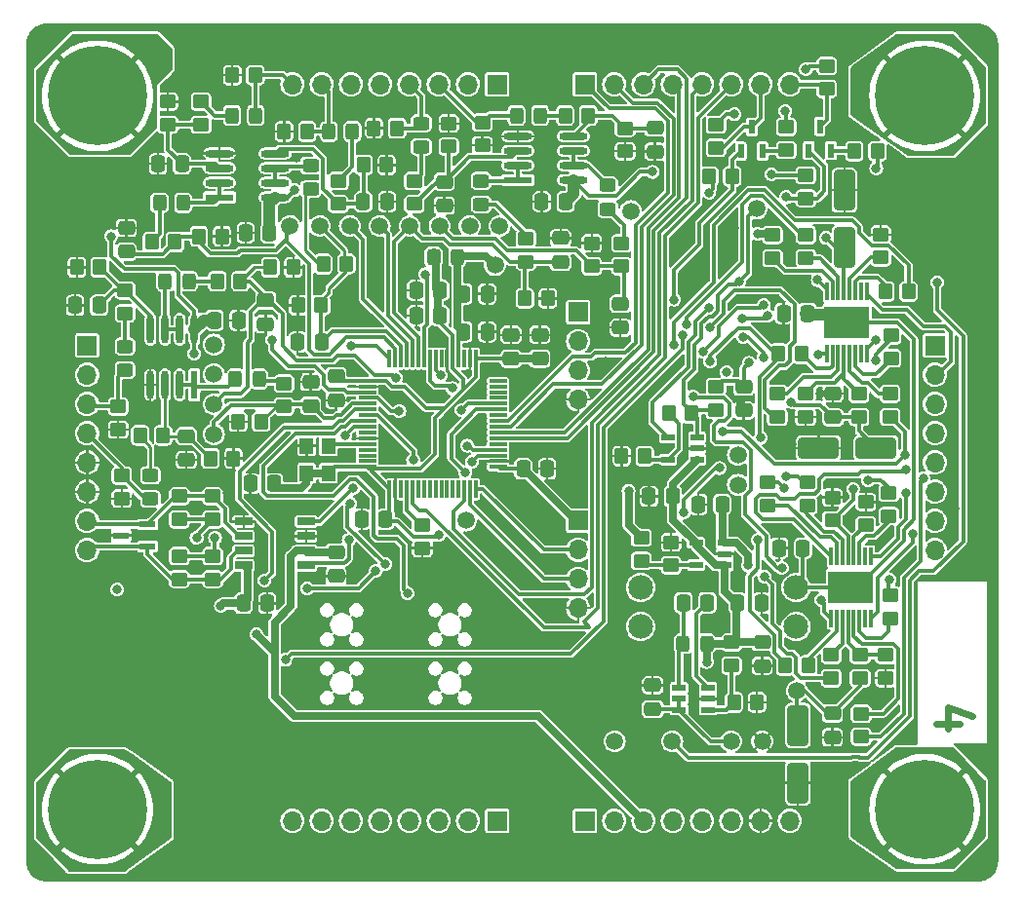
<source format=gbr>
%TF.GenerationSoftware,KiCad,Pcbnew,8.0.1*%
%TF.CreationDate,2024-09-19T19:56:22+03:00*%
%TF.ProjectId,Nodes,4e6f6465-732e-46b6-9963-61645f706362,rev?*%
%TF.SameCoordinates,Original*%
%TF.FileFunction,Copper,L4,Bot*%
%TF.FilePolarity,Positive*%
%FSLAX46Y46*%
G04 Gerber Fmt 4.6, Leading zero omitted, Abs format (unit mm)*
G04 Created by KiCad (PCBNEW 8.0.1) date 2024-09-19 19:56:22*
%MOMM*%
%LPD*%
G01*
G04 APERTURE LIST*
G04 Aperture macros list*
%AMRoundRect*
0 Rectangle with rounded corners*
0 $1 Rounding radius*
0 $2 $3 $4 $5 $6 $7 $8 $9 X,Y pos of 4 corners*
0 Add a 4 corners polygon primitive as box body*
4,1,4,$2,$3,$4,$5,$6,$7,$8,$9,$2,$3,0*
0 Add four circle primitives for the rounded corners*
1,1,$1+$1,$2,$3*
1,1,$1+$1,$4,$5*
1,1,$1+$1,$6,$7*
1,1,$1+$1,$8,$9*
0 Add four rect primitives between the rounded corners*
20,1,$1+$1,$2,$3,$4,$5,0*
20,1,$1+$1,$4,$5,$6,$7,0*
20,1,$1+$1,$6,$7,$8,$9,0*
20,1,$1+$1,$8,$9,$2,$3,0*%
G04 Aperture macros list end*
%ADD10C,0.600000*%
%TA.AperFunction,NonConductor*%
%ADD11C,0.600000*%
%TD*%
%TA.AperFunction,SMDPad,CuDef*%
%ADD12R,0.600000X1.250000*%
%TD*%
%TA.AperFunction,SMDPad,CuDef*%
%ADD13RoundRect,0.075000X-0.700000X-0.075000X0.700000X-0.075000X0.700000X0.075000X-0.700000X0.075000X0*%
%TD*%
%TA.AperFunction,SMDPad,CuDef*%
%ADD14RoundRect,0.075000X-0.075000X-0.700000X0.075000X-0.700000X0.075000X0.700000X-0.075000X0.700000X0*%
%TD*%
%TA.AperFunction,ComponentPad*%
%ADD15C,1.500000*%
%TD*%
%TA.AperFunction,ComponentPad*%
%ADD16R,1.700000X1.700000*%
%TD*%
%TA.AperFunction,ComponentPad*%
%ADD17O,1.700000X1.700000*%
%TD*%
%TA.AperFunction,ComponentPad*%
%ADD18C,8.600000*%
%TD*%
%TA.AperFunction,ComponentPad*%
%ADD19C,2.150000*%
%TD*%
%TA.AperFunction,SMDPad,CuDef*%
%ADD20RoundRect,0.250000X0.450000X-0.350000X0.450000X0.350000X-0.450000X0.350000X-0.450000X-0.350000X0*%
%TD*%
%TA.AperFunction,SMDPad,CuDef*%
%ADD21RoundRect,0.250000X-0.475000X0.337500X-0.475000X-0.337500X0.475000X-0.337500X0.475000X0.337500X0*%
%TD*%
%TA.AperFunction,SMDPad,CuDef*%
%ADD22RoundRect,0.250000X0.337500X0.475000X-0.337500X0.475000X-0.337500X-0.475000X0.337500X-0.475000X0*%
%TD*%
%TA.AperFunction,SMDPad,CuDef*%
%ADD23RoundRect,0.250000X0.475000X-0.337500X0.475000X0.337500X-0.475000X0.337500X-0.475000X-0.337500X0*%
%TD*%
%TA.AperFunction,SMDPad,CuDef*%
%ADD24RoundRect,0.250000X0.350000X0.450000X-0.350000X0.450000X-0.350000X-0.450000X0.350000X-0.450000X0*%
%TD*%
%TA.AperFunction,SMDPad,CuDef*%
%ADD25RoundRect,0.250000X-0.337500X-0.475000X0.337500X-0.475000X0.337500X0.475000X-0.337500X0.475000X0*%
%TD*%
%TA.AperFunction,SMDPad,CuDef*%
%ADD26RoundRect,0.250000X-0.450000X0.325000X-0.450000X-0.325000X0.450000X-0.325000X0.450000X0.325000X0*%
%TD*%
%TA.AperFunction,SMDPad,CuDef*%
%ADD27RoundRect,0.250000X-0.450000X0.350000X-0.450000X-0.350000X0.450000X-0.350000X0.450000X0.350000X0*%
%TD*%
%TA.AperFunction,SMDPad,CuDef*%
%ADD28RoundRect,0.250000X0.450000X-0.325000X0.450000X0.325000X-0.450000X0.325000X-0.450000X-0.325000X0*%
%TD*%
%TA.AperFunction,SMDPad,CuDef*%
%ADD29R,0.622130X2.469160*%
%TD*%
%TA.AperFunction,SMDPad,CuDef*%
%ADD30RoundRect,0.311065X0.000010X-0.923515X0.000010X0.923515X-0.000010X0.923515X-0.000010X-0.923515X0*%
%TD*%
%TA.AperFunction,SMDPad,CuDef*%
%ADD31R,1.528000X0.650000*%
%TD*%
%TA.AperFunction,SMDPad,CuDef*%
%ADD32R,1.200000X0.600000*%
%TD*%
%TA.AperFunction,SMDPad,CuDef*%
%ADD33RoundRect,0.250000X1.500000X0.650000X-1.500000X0.650000X-1.500000X-0.650000X1.500000X-0.650000X0*%
%TD*%
%TA.AperFunction,SMDPad,CuDef*%
%ADD34RoundRect,0.250000X0.325000X0.450000X-0.325000X0.450000X-0.325000X-0.450000X0.325000X-0.450000X0*%
%TD*%
%TA.AperFunction,SMDPad,CuDef*%
%ADD35RoundRect,0.250000X-0.325000X-0.450000X0.325000X-0.450000X0.325000X0.450000X-0.325000X0.450000X0*%
%TD*%
%TA.AperFunction,SMDPad,CuDef*%
%ADD36RoundRect,0.250000X-0.350000X-0.450000X0.350000X-0.450000X0.350000X0.450000X-0.350000X0.450000X0*%
%TD*%
%TA.AperFunction,SMDPad,CuDef*%
%ADD37RoundRect,0.250000X-0.650000X1.500000X-0.650000X-1.500000X0.650000X-1.500000X0.650000X1.500000X0*%
%TD*%
%TA.AperFunction,SMDPad,CuDef*%
%ADD38R,1.400000X0.600000*%
%TD*%
%TA.AperFunction,SMDPad,CuDef*%
%ADD39R,2.469160X0.622130*%
%TD*%
%TA.AperFunction,SMDPad,CuDef*%
%ADD40RoundRect,0.311065X-0.923515X-0.000010X0.923515X-0.000010X0.923515X0.000010X-0.923515X0.000010X0*%
%TD*%
%TA.AperFunction,SMDPad,CuDef*%
%ADD41R,1.200000X1.400000*%
%TD*%
%TA.AperFunction,SMDPad,CuDef*%
%ADD42R,1.150000X0.600000*%
%TD*%
%TA.AperFunction,SMDPad,CuDef*%
%ADD43R,0.300000X1.500000*%
%TD*%
%TA.AperFunction,SMDPad,CuDef*%
%ADD44R,3.910000X2.800000*%
%TD*%
%TA.AperFunction,ViaPad*%
%ADD45C,0.800000*%
%TD*%
%TA.AperFunction,Conductor*%
%ADD46C,0.300000*%
%TD*%
%TA.AperFunction,Conductor*%
%ADD47C,1.000000*%
%TD*%
%TA.AperFunction,Conductor*%
%ADD48C,0.650000*%
%TD*%
%TA.AperFunction,Conductor*%
%ADD49C,0.250000*%
%TD*%
G04 APERTURE END LIST*
D10*
D11*
X179744442Y-128575029D02*
X177744442Y-128575029D01*
X180887300Y-127860743D02*
X178744442Y-127146457D01*
X178744442Y-127146457D02*
X178744442Y-129003600D01*
D12*
%TO.P,Q1,1*%
%TO.N,Net-(Q1-Pad1)*%
X162651100Y-78803600D03*
%TO.P,Q1,2*%
%TO.N,/PowerNode/PWM1*%
X160751100Y-78803600D03*
%TO.P,Q1,3*%
%TO.N,PWM1*%
X161701100Y-76703600D03*
%TD*%
%TO.P,Q2,1*%
%TO.N,Net-(Q2-Pad1)*%
X168551100Y-78753600D03*
%TO.P,Q2,2*%
%TO.N,/PowerNode/PWM2*%
X166651100Y-78753600D03*
%TO.P,Q2,3*%
%TO.N,PWM2*%
X167601100Y-76653600D03*
%TD*%
D13*
%TO.P,U11,1,VBAT*%
%TO.N,VCCA*%
X128326100Y-106253600D03*
%TO.P,U11,2,PC13*%
%TO.N,unconnected-(U11-PC13-Pad2)*%
X128326100Y-105753600D03*
%TO.P,U11,3,PC14*%
%TO.N,unconnected-(U11-PC14-Pad3)*%
X128326100Y-105253600D03*
%TO.P,U11,4,PC15*%
%TO.N,unconnected-(U11-PC15-Pad4)*%
X128326100Y-104753600D03*
%TO.P,U11,5,PF0*%
%TO.N,Net-(U11-PF0)*%
X128326100Y-104253600D03*
%TO.P,U11,6,PF1*%
%TO.N,GND*%
X128326100Y-103753600D03*
%TO.P,U11,7,PG10*%
%TO.N,unconnected-(U11-PG10-Pad7)*%
X128326100Y-103253600D03*
%TO.P,U11,8,PC0*%
%TO.N,/AnalogNode/ADC12*%
X128326100Y-102753600D03*
%TO.P,U11,9,PC1*%
%TO.N,/AnalogNode/ADC11*%
X128326100Y-102253600D03*
%TO.P,U11,10,PC2*%
%TO.N,/AnalogNode/ADC10*%
X128326100Y-101753600D03*
%TO.P,U11,11,PC3*%
%TO.N,/AnalogNode/ADC9*%
X128326100Y-101253600D03*
%TO.P,U11,12,PA0*%
%TO.N,/AnalogNode/ADC0*%
X128326100Y-100753600D03*
%TO.P,U11,13,PA1*%
%TO.N,/AnalogNode/ADC1*%
X128326100Y-100253600D03*
%TO.P,U11,14,PA2*%
%TO.N,/AnalogNode/ADC2*%
X128326100Y-99753600D03*
%TO.P,U11,15,VSS*%
%TO.N,GND*%
X128326100Y-99253600D03*
%TO.P,U11,16,VDD*%
%TO.N,VCCA*%
X128326100Y-98753600D03*
D14*
%TO.P,U11,17,PA3*%
%TO.N,/AnalogNode/ADC3*%
X130251100Y-96828600D03*
%TO.P,U11,18,PA4*%
%TO.N,/AnalogNode/ADC4*%
X130751100Y-96828600D03*
%TO.P,U11,19,PA5*%
%TO.N,/AnalogNode/ADC5*%
X131251100Y-96828600D03*
%TO.P,U11,20,PA6*%
%TO.N,/AnalogNode/ADC6*%
X131751100Y-96828600D03*
%TO.P,U11,21,PA7*%
%TO.N,/AnalogNode/ADC7*%
X132251100Y-96828600D03*
%TO.P,U11,22,PC4*%
%TO.N,/AnalogNode/ADC8*%
X132751100Y-96828600D03*
%TO.P,U11,23,PC5*%
%TO.N,/AnalogNode/ADC15*%
X133251100Y-96828600D03*
%TO.P,U11,24,PB0*%
%TO.N,/AnalogNode/ADC14*%
X133751100Y-96828600D03*
%TO.P,U11,25,PB1*%
%TO.N,/AnalogNode/ADC13*%
X134251100Y-96828600D03*
%TO.P,U11,26,PB2*%
%TO.N,unconnected-(U11-PB2-Pad26)*%
X134751100Y-96828600D03*
%TO.P,U11,27,VSSA*%
%TO.N,GND*%
X135251100Y-96828600D03*
%TO.P,U11,28,VREF+*%
%TO.N,VCCA*%
X135751100Y-96828600D03*
%TO.P,U11,29,VDDA*%
%TO.N,Net-(T2-Pin_1)*%
X136251100Y-96828600D03*
%TO.P,U11,30,PB10*%
%TO.N,unconnected-(U11-PB10-Pad30)*%
X136751100Y-96828600D03*
%TO.P,U11,31,VSS*%
%TO.N,GND*%
X137251100Y-96828600D03*
%TO.P,U11,32,VDD*%
%TO.N,VCCA*%
X137751100Y-96828600D03*
D13*
%TO.P,U11,33,PB11*%
%TO.N,unconnected-(U11-PB11-Pad33)*%
X139676100Y-98753600D03*
%TO.P,U11,34,PB12*%
%TO.N,unconnected-(U11-PB12-Pad34)*%
X139676100Y-99253600D03*
%TO.P,U11,35,PB13*%
%TO.N,unconnected-(U11-PB13-Pad35)*%
X139676100Y-99753600D03*
%TO.P,U11,36,PB14*%
%TO.N,unconnected-(U11-PB14-Pad36)*%
X139676100Y-100253600D03*
%TO.P,U11,37,PB15*%
%TO.N,/AnalogNode/LED1*%
X139676100Y-100753600D03*
%TO.P,U11,38,PC6*%
%TO.N,/AnalogNode/LED2*%
X139676100Y-101253600D03*
%TO.P,U11,39,PC7*%
%TO.N,unconnected-(U11-PC7-Pad39)*%
X139676100Y-101753600D03*
%TO.P,U11,40,PC8*%
%TO.N,/I2C3_SCL*%
X139676100Y-102253600D03*
%TO.P,U11,41,PC9*%
%TO.N,/I2C3_SDA*%
X139676100Y-102753600D03*
%TO.P,U11,42,PA8*%
%TO.N,/I2C2_SDA*%
X139676100Y-103253600D03*
%TO.P,U11,43,PA9*%
%TO.N,/I2C2_SCL*%
X139676100Y-103753600D03*
%TO.P,U11,44,PA10*%
%TO.N,unconnected-(U11-PA10-Pad44)*%
X139676100Y-104253600D03*
%TO.P,U11,45,PA11*%
%TO.N,/AnalogNode/CANTx*%
X139676100Y-104753600D03*
%TO.P,U11,46,PA12*%
%TO.N,/AnalogNode/CANRx*%
X139676100Y-105253600D03*
%TO.P,U11,47,VSS*%
%TO.N,GND*%
X139676100Y-105753600D03*
%TO.P,U11,48,VDD*%
%TO.N,VCCA*%
X139676100Y-106253600D03*
D14*
%TO.P,U11,49,PA13*%
%TO.N,/SWDIO_An*%
X137751100Y-108178600D03*
%TO.P,U11,50,PA14*%
%TO.N,/SWCLK_An*%
X137251100Y-108178600D03*
%TO.P,U11,51,PA15*%
%TO.N,/I2C1_SCL*%
X136751100Y-108178600D03*
%TO.P,U11,52,PC10*%
%TO.N,unconnected-(U11-PC10-Pad52)*%
X136251100Y-108178600D03*
%TO.P,U11,53,PC11*%
%TO.N,unconnected-(U11-PC11-Pad53)*%
X135751100Y-108178600D03*
%TO.P,U11,54,PC12*%
%TO.N,unconnected-(U11-PC12-Pad54)*%
X135251100Y-108178600D03*
%TO.P,U11,55,PD2*%
%TO.N,unconnected-(U11-PD2-Pad55)*%
X134751100Y-108178600D03*
%TO.P,U11,56,PB3*%
%TO.N,unconnected-(U11-PB3-Pad56)*%
X134251100Y-108178600D03*
%TO.P,U11,57,PB4*%
%TO.N,unconnected-(U11-PB4-Pad57)*%
X133751100Y-108178600D03*
%TO.P,U11,58,PB5*%
%TO.N,unconnected-(U11-PB5-Pad58)*%
X133251100Y-108178600D03*
%TO.P,U11,59,PB6*%
%TO.N,unconnected-(U11-PB6-Pad59)*%
X132751100Y-108178600D03*
%TO.P,U11,60,PB7*%
%TO.N,/I2C1_SDA*%
X132251100Y-108178600D03*
%TO.P,U11,61,PB8*%
%TO.N,Net-(U11-PB8)*%
X131751100Y-108178600D03*
%TO.P,U11,62,PB9*%
%TO.N,unconnected-(U11-PB9-Pad62)*%
X131251100Y-108178600D03*
%TO.P,U11,63,VSS*%
%TO.N,GND*%
X130751100Y-108178600D03*
%TO.P,U11,64,VDD*%
%TO.N,VCCA*%
X130251100Y-108178600D03*
%TD*%
D15*
%TO.P,T6,1,Pin_1*%
%TO.N,GND*%
X162601100Y-130103600D03*
%TD*%
%TO.P,T12,1,Pin_1*%
%TO.N,/AnalogNode/ADC2*%
X115001100Y-98203600D03*
%TD*%
D16*
%TO.P,J13,1,Pin_1*%
%TO.N,PWR0*%
X139600000Y-137000000D03*
D17*
%TO.P,J13,2,Pin_2*%
%TO.N,AnIN_0*%
X137060000Y-137000000D03*
%TO.P,J13,3,Pin_3*%
%TO.N,PWR1*%
X134520000Y-137000000D03*
%TO.P,J13,4,Pin_4*%
%TO.N,AnIN_1*%
X131980000Y-137000000D03*
%TO.P,J13,5,Pin_5*%
%TO.N,PWR2*%
X129440000Y-137000000D03*
%TO.P,J13,6,Pin_6*%
%TO.N,AnIN_2*%
X126900000Y-137000000D03*
%TO.P,J13,7,Pin_7*%
%TO.N,PWR3*%
X124360000Y-137000000D03*
%TO.P,J13,8,Pin_8*%
%TO.N,AnIN_3*%
X121820000Y-137000000D03*
%TD*%
D15*
%TO.P,T4,1,Pin_1*%
%TO.N,+24V*%
X159901100Y-130103600D03*
%TD*%
%TO.P,T22,1,Pin_1*%
%TO.N,/PowerNode/ADCS2*%
X165601100Y-125703600D03*
%TD*%
D16*
%TO.P,J10,1,Pin_1*%
%TO.N,VCC*%
X147220000Y-137000000D03*
D17*
%TO.P,J10,2,Pin_2*%
X149760000Y-137000000D03*
%TO.P,J10,3,Pin_3*%
%TO.N,+5V*%
X152300000Y-137000000D03*
%TO.P,J10,4,Pin_4*%
X154840000Y-137000000D03*
%TO.P,J10,5,Pin_5*%
%TO.N,+24V*%
X157380000Y-137000000D03*
%TO.P,J10,6,Pin_6*%
X159920000Y-137000000D03*
%TO.P,J10,7,Pin_7*%
%TO.N,GND*%
X162460000Y-137000000D03*
%TO.P,J10,8,Pin_8*%
%TO.N,24V_unfused*%
X165000000Y-137000000D03*
%TD*%
D16*
%TO.P,J14,1,Pin_1*%
%TO.N,AnIN5V_1*%
X104000000Y-95700000D03*
D17*
%TO.P,J14,2,Pin_2*%
%TO.N,AnIN5V_0*%
X104000000Y-98240000D03*
%TO.P,J14,3,Pin_3*%
%TO.N,AnIN3V3_1*%
X104000000Y-100780000D03*
%TO.P,J14,4,Pin_4*%
%TO.N,AnIN3V3_0*%
X104000000Y-103320000D03*
%TO.P,J14,5,Pin_5*%
%TO.N,GND*%
X104000000Y-105860000D03*
%TO.P,J14,6,Pin_6*%
X104000000Y-108400000D03*
%TO.P,J14,7,Pin_7*%
%TO.N,CANHI*%
X104000000Y-110940000D03*
%TO.P,J14,8,Pin_8*%
%TO.N,CANLO*%
X104000000Y-113480000D03*
%TD*%
D15*
%TO.P,T10,1,Pin_1*%
%TO.N,/AnalogNode/ADC13*%
X139801100Y-85303600D03*
%TD*%
%TO.P,T19,1,Pin_1*%
%TO.N,/AnalogNode/ADC1*%
X115001100Y-100803600D03*
%TD*%
%TO.P,T23,1,Pin_1*%
%TO.N,ADC*%
X162101100Y-83803600D03*
%TD*%
%TO.P,T1,1,Pin_1*%
%TO.N,Net-(T1-Pin_1)*%
X151201100Y-84003600D03*
%TD*%
%TO.P,T18,1,Pin_1*%
%TO.N,/AnalogNode/ADC8*%
X132001100Y-85303600D03*
%TD*%
%TO.P,T16,1,Pin_1*%
%TO.N,/AnalogNode/ADC6*%
X126801100Y-85303600D03*
%TD*%
D18*
%TO.P,DRL2,1*%
%TO.N,Net-(DRL2-Pad1)*%
X176700000Y-74000000D03*
%TD*%
D15*
%TO.P,T13,1,Pin_1*%
%TO.N,/AnalogNode/ADC3*%
X115001100Y-95603600D03*
%TD*%
%TO.P,T21,1,Pin_1*%
%TO.N,/PowerNode/ADCS1*%
X160501100Y-105203600D03*
%TD*%
D18*
%TO.P,DRL4,1*%
%TO.N,Net-(DRL4-Pad1)*%
X104900000Y-136000000D03*
%TD*%
D15*
%TO.P,T15,1,Pin_1*%
%TO.N,/AnalogNode/ADC5*%
X124201100Y-85303600D03*
%TD*%
%TO.P,T8,1,Pin_1*%
%TO.N,VCCA*%
X136901100Y-110903600D03*
%TD*%
%TO.P,T3,1,Pin_1*%
%TO.N,Net-(D2-K)*%
X160501100Y-107803600D03*
%TD*%
D16*
%TO.P,J2,1,Pin_1*%
%TO.N,VCC*%
X146626100Y-92783600D03*
D17*
%TO.P,J2,2,Pin_2*%
%TO.N,/SWDIO_Pw*%
X146626100Y-95323600D03*
%TO.P,J2,3,Pin_3*%
%TO.N,/SWCLK_Pw*%
X146626100Y-97863600D03*
%TO.P,J2,4,Pin_4*%
%TO.N,GND*%
X146626100Y-100403600D03*
%TD*%
D15*
%TO.P,T5,1,Pin_1*%
%TO.N,VCC*%
X149801100Y-130103600D03*
%TD*%
D16*
%TO.P,J11,1,Pin_1*%
%TO.N,/I2C3_SCL*%
X147220000Y-73000000D03*
D17*
%TO.P,J11,2,Pin_2*%
%TO.N,/I2C3_SDA*%
X149760000Y-73000000D03*
%TO.P,J11,3,Pin_3*%
%TO.N,/I2C2_SCL*%
X152300000Y-73000000D03*
%TO.P,J11,4,Pin_4*%
%TO.N,/I2C2_SDA*%
X154840000Y-73000000D03*
%TO.P,J11,5,Pin_5*%
%TO.N,/I2C1_SCL*%
X157380000Y-73000000D03*
%TO.P,J11,6,Pin_6*%
%TO.N,/I2C1_SDA*%
X159920000Y-73000000D03*
%TO.P,J11,7,Pin_7*%
%TO.N,PWM1*%
X162460000Y-73000000D03*
%TO.P,J11,8,Pin_8*%
%TO.N,PWM2*%
X165000000Y-73000000D03*
%TD*%
D16*
%TO.P,J1,1,Pin_1*%
%TO.N,VCCA*%
X146626100Y-110903600D03*
D17*
%TO.P,J1,2,Pin_2*%
%TO.N,/SWDIO_An*%
X146626100Y-113443600D03*
%TO.P,J1,3,Pin_3*%
%TO.N,/SWCLK_An*%
X146626100Y-115983600D03*
%TO.P,J1,4,Pin_4*%
%TO.N,GND*%
X146626100Y-118523600D03*
%TD*%
D16*
%TO.P,J9,1,Pin_1*%
%TO.N,OUT0_1*%
X177600000Y-95700000D03*
D17*
%TO.P,J9,2,Pin_2*%
%TO.N,OUT1_1*%
X177600000Y-98240000D03*
%TO.P,J9,3,Pin_3*%
%TO.N,OUT2_1*%
X177600000Y-100780000D03*
%TO.P,J9,4,Pin_4*%
%TO.N,OUT3_1*%
X177600000Y-103320000D03*
%TO.P,J9,5,Pin_5*%
%TO.N,OUT0_2*%
X177600000Y-105860000D03*
%TO.P,J9,6,Pin_6*%
%TO.N,OUT1_2*%
X177600000Y-108400000D03*
%TO.P,J9,7,Pin_7*%
%TO.N,OUT2_2*%
X177600000Y-110940000D03*
%TO.P,J9,8,Pin_8*%
%TO.N,OUT3_2*%
X177600000Y-113480000D03*
%TD*%
D15*
%TO.P,T14,1,Pin_1*%
%TO.N,/AnalogNode/ADC4*%
X121601100Y-85303600D03*
%TD*%
D19*
%TO.P,F1,1,1*%
%TO.N,24V_unfused*%
X165551100Y-120128600D03*
%TO.P,F1,2,2*%
X165551100Y-116728600D03*
%TO.P,F1,3,3*%
%TO.N,Net-(D2-A)*%
X152051100Y-120128600D03*
%TO.P,F1,4,4*%
X152051100Y-116728600D03*
%TD*%
D15*
%TO.P,T17,1,Pin_1*%
%TO.N,/AnalogNode/ADC7*%
X129401100Y-85303600D03*
%TD*%
%TO.P,T9,1,Pin_1*%
%TO.N,/AnalogNode/ADC14*%
X137201100Y-85303600D03*
%TD*%
%TO.P,T11,1,Pin_1*%
%TO.N,/AnalogNode/ADC15*%
X134601100Y-85303600D03*
%TD*%
D16*
%TO.P,J12,1,Pin_1*%
%TO.N,AnIN24V_2*%
X139600000Y-73000000D03*
D17*
%TO.P,J12,2,Pin_2*%
%TO.N,AnIN24V_1*%
X137060000Y-73000000D03*
%TO.P,J12,3,Pin_3*%
%TO.N,AnIN24V_0*%
X134520000Y-73000000D03*
%TO.P,J12,4,Pin_4*%
%TO.N,AnIN5V_6*%
X131980000Y-73000000D03*
%TO.P,J12,5,Pin_5*%
%TO.N,AnIN5V_5*%
X129440000Y-73000000D03*
%TO.P,J12,6,Pin_6*%
%TO.N,AnIN5V_4*%
X126900000Y-73000000D03*
%TO.P,J12,7,Pin_7*%
%TO.N,AnIN5V_3*%
X124360000Y-73000000D03*
%TO.P,J12,8,Pin_8*%
%TO.N,AnIN5V_2*%
X121820000Y-73000000D03*
%TD*%
D15*
%TO.P,T2,1,Pin_1*%
%TO.N,Net-(T2-Pin_1)*%
X139401100Y-88703600D03*
%TD*%
%TO.P,T20,1,Pin_1*%
%TO.N,/AnalogNode/ADC0*%
X115001100Y-103403600D03*
%TD*%
D18*
%TO.P,DRL1,1*%
%TO.N,Net-(DRL1-Pad1)*%
X104900000Y-74000000D03*
%TD*%
D15*
%TO.P,T7,1,Pin_1*%
%TO.N,+5V*%
X154801100Y-130103600D03*
%TD*%
D18*
%TO.P,DRL3,1*%
%TO.N,Net-(DRL3-Pad1)*%
X176700000Y-136000000D03*
%TD*%
D20*
%TO.P,R48,1*%
%TO.N,Net-(PS1-FB)*%
X159951100Y-123503600D03*
%TO.P,R48,2*%
%TO.N,+5V*%
X159951100Y-121503600D03*
%TD*%
D21*
%TO.P,C82,1*%
%TO.N,/AnalogNode/ADC1*%
X119501100Y-91766100D03*
%TO.P,C82,2*%
%TO.N,GND*%
X119501100Y-93841100D03*
%TD*%
D22*
%TO.P,C19,1*%
%TO.N,Net-(PS1-CB)*%
X157838600Y-118053600D03*
%TO.P,C19,2*%
%TO.N,Net-(PS1-SW)*%
X155763600Y-118053600D03*
%TD*%
%TO.P,C78,1*%
%TO.N,+24V*%
X145538600Y-83203600D03*
%TO.P,C78,2*%
%TO.N,GND*%
X143463600Y-83203600D03*
%TD*%
D20*
%TO.P,R25,1*%
%TO.N,Net-(IC2-INPUT2)*%
X173701100Y-119403600D03*
%TO.P,R25,2*%
%TO.N,/PowerNode/IN2_2*%
X173701100Y-117403600D03*
%TD*%
D23*
%TO.P,C71,1*%
%TO.N,/AnalogNode/ADC4*%
X107401100Y-87541100D03*
%TO.P,C71,2*%
%TO.N,GND*%
X107401100Y-85466100D03*
%TD*%
D24*
%TO.P,R97,1*%
%TO.N,AnIN5V_6*%
X130901100Y-76803600D03*
%TO.P,R97,2*%
%TO.N,GND*%
X128901100Y-76803600D03*
%TD*%
D25*
%TO.P,C48,1*%
%TO.N,VCC*%
X117563600Y-118103600D03*
%TO.P,C48,2*%
%TO.N,GND*%
X119638600Y-118103600D03*
%TD*%
D26*
%TO.P,L26,1,1*%
%TO.N,Net-(U6A-IN1-)*%
X138201100Y-81378600D03*
%TO.P,L26,2,2*%
%TO.N,Net-(L26-Pad2)*%
X138201100Y-83428600D03*
%TD*%
D27*
%TO.P,R22,1*%
%TO.N,GND*%
X171601100Y-109303600D03*
%TO.P,R22,2*%
%TO.N,Net-(IC2-~{FAULTRST})*%
X171601100Y-111303600D03*
%TD*%
D25*
%TO.P,C29,1*%
%TO.N,+5V*%
X160463600Y-118103600D03*
%TO.P,C29,2*%
%TO.N,GND*%
X162538600Y-118103600D03*
%TD*%
D22*
%TO.P,C22,1*%
%TO.N,VCCA*%
X120238600Y-107703600D03*
%TO.P,C22,2*%
%TO.N,GND*%
X118163600Y-107703600D03*
%TD*%
D20*
%TO.P,R64,1*%
%TO.N,/AnalogNode/ADC15*%
X147801100Y-88803600D03*
%TO.P,R64,2*%
%TO.N,GND*%
X147801100Y-86803600D03*
%TD*%
D22*
%TO.P,C16,1*%
%TO.N,VCCA*%
X134638600Y-93103600D03*
%TO.P,C16,2*%
%TO.N,GND*%
X132563600Y-93103600D03*
%TD*%
D26*
%TO.P,L25,1,1*%
%TO.N,AnIN5V_6*%
X133001100Y-76378600D03*
%TO.P,L25,2,2*%
%TO.N,Net-(L25-Pad2)*%
X133001100Y-78428600D03*
%TD*%
D27*
%TO.P,R9,1*%
%TO.N,Net-(IC1-SEL0)*%
X173701100Y-99903600D03*
%TO.P,R9,2*%
%TO.N,/PowerNode/SEL0*%
X173701100Y-101903600D03*
%TD*%
D28*
%TO.P,L28,1,1*%
%TO.N,AnIN3V3_1*%
X107301100Y-97828600D03*
%TO.P,L28,2,2*%
%TO.N,Net-(L28-Pad2)*%
X107301100Y-95778600D03*
%TD*%
D27*
%TO.P,R62,1*%
%TO.N,Net-(L12-Pad2)*%
X150401100Y-86803600D03*
%TO.P,R62,2*%
%TO.N,/AnalogNode/ADC15*%
X150401100Y-88803600D03*
%TD*%
%TO.P,R37,1*%
%TO.N,CANHI*%
X114901100Y-108803600D03*
%TO.P,R37,2*%
%TO.N,Net-(R37-Pad2)*%
X114901100Y-110803600D03*
%TD*%
D24*
%TO.P,R104,1*%
%TO.N,Net-(U10B-IN2+)*%
X105101100Y-88903600D03*
%TO.P,R104,2*%
%TO.N,GND*%
X103101100Y-88903600D03*
%TD*%
D21*
%TO.P,C61,1*%
%TO.N,Net-(U6B-IN2+)*%
X153301100Y-76766100D03*
%TO.P,C61,2*%
%TO.N,GND*%
X153301100Y-78841100D03*
%TD*%
D24*
%TO.P,R117,1*%
%TO.N,VCC*%
X172601100Y-78803600D03*
%TO.P,R117,2*%
%TO.N,Net-(Q2-Pad1)*%
X170601100Y-78803600D03*
%TD*%
%TO.P,R81,1*%
%TO.N,AnIN5V_2*%
X118601100Y-72203600D03*
%TO.P,R81,2*%
%TO.N,GND*%
X116601100Y-72203600D03*
%TD*%
D23*
%TO.P,C80,1*%
%TO.N,/AnalogNode/ADC8*%
X145101100Y-88441100D03*
%TO.P,C80,2*%
%TO.N,GND*%
X145101100Y-86366100D03*
%TD*%
D29*
%TO.P,U10,1,OUT1*%
%TO.N,Net-(U10A-IN1-)*%
X113306090Y-99117180D03*
D30*
%TO.P,U10,2,IN1-*%
X112036090Y-99117180D03*
%TO.P,U10,3,IN1+*%
%TO.N,Net-(U10A-IN1+)*%
X110766090Y-99117180D03*
%TO.P,U10,4,V-*%
%TO.N,GND*%
X109496090Y-99117180D03*
%TO.P,U10,5,IN2+*%
%TO.N,Net-(U10B-IN2+)*%
X109496090Y-94290010D03*
%TO.P,U10,6,IN2-*%
%TO.N,Net-(U10B-IN2-)*%
X110766090Y-94290010D03*
%TO.P,U10,7,OUT2*%
X112036090Y-94290010D03*
%TO.P,U10,8,V+*%
%TO.N,+24V*%
X113306090Y-94290010D03*
%TD*%
D31*
%TO.P,IC4,1,TXD*%
%TO.N,/AnalogNode/CANTx*%
X123001100Y-110998650D03*
%TO.P,IC4,2,GND*%
%TO.N,GND*%
X123001100Y-112268650D03*
%TO.P,IC4,3,VCC*%
%TO.N,+5V*%
X123001100Y-113538650D03*
%TO.P,IC4,4,RXD*%
%TO.N,/AnalogNode/CANRx*%
X123001100Y-114808650D03*
%TO.P,IC4,5,NC_VIO*%
%TO.N,VCC*%
X117579110Y-114808650D03*
%TO.P,IC4,6,CANL*%
%TO.N,CANLO*%
X117579110Y-113538650D03*
%TO.P,IC4,7,CANH*%
%TO.N,CANHI*%
X117579110Y-112268650D03*
%TO.P,IC4,8,STB*%
%TO.N,GND*%
X117579110Y-110998650D03*
%TD*%
D22*
%TO.P,C8,1*%
%TO.N,24V_unfused*%
X166538600Y-92903600D03*
%TO.P,C8,2*%
%TO.N,GND*%
X164463600Y-92903600D03*
%TD*%
D27*
%TO.P,R8,1*%
%TO.N,GND*%
X172901110Y-86053620D03*
%TO.P,R8,2*%
%TO.N,Net-(IC1-~{FAULTRST})*%
X172901110Y-88053620D03*
%TD*%
%TO.P,R96,1*%
%TO.N,Net-(L26-Pad2)*%
X142101100Y-86403600D03*
%TO.P,R96,2*%
%TO.N,/AnalogNode/ADC8*%
X142101100Y-88403600D03*
%TD*%
D22*
%TO.P,C30,1*%
%TO.N,VCC*%
X159138600Y-109503600D03*
%TO.P,C30,2*%
%TO.N,GND*%
X157063600Y-109503600D03*
%TD*%
D23*
%TO.P,C12,1*%
%TO.N,VCCA*%
X140801100Y-96841100D03*
%TO.P,C12,2*%
%TO.N,GND*%
X140801100Y-94766100D03*
%TD*%
D27*
%TO.P,R35,1*%
%TO.N,VCCA*%
X158601100Y-99303600D03*
%TO.P,R35,2*%
%TO.N,ADC*%
X158601100Y-101303600D03*
%TD*%
D25*
%TO.P,C13,1*%
%TO.N,VCCA*%
X141863600Y-106403600D03*
%TO.P,C13,2*%
%TO.N,GND*%
X143938600Y-106403600D03*
%TD*%
D32*
%TO.P,PS1,1,CB*%
%TO.N,Net-(PS1-CB)*%
X157901100Y-125453600D03*
%TO.P,PS1,2,GND*%
%TO.N,GND*%
X157901100Y-126403600D03*
%TO.P,PS1,3,FB*%
%TO.N,Net-(PS1-FB)*%
X157901100Y-127353600D03*
%TO.P,PS1,4,EN*%
%TO.N,+24V*%
X155401100Y-127353600D03*
%TO.P,PS1,5,VIN*%
X155401100Y-126403600D03*
%TO.P,PS1,6,SW*%
%TO.N,Net-(PS1-SW)*%
X155401100Y-125453600D03*
%TD*%
D23*
%TO.P,C7,1*%
%TO.N,/PowerNode/ADCS1*%
X168763600Y-101941100D03*
%TO.P,C7,2*%
%TO.N,GND*%
X168763600Y-99866100D03*
%TD*%
D22*
%TO.P,C15,1*%
%TO.N,VCCA*%
X129901100Y-110803600D03*
%TO.P,C15,2*%
%TO.N,GND*%
X127826100Y-110803600D03*
%TD*%
D20*
%TO.P,R98,1*%
%TO.N,Net-(U6A-IN1+)*%
X135401100Y-78403600D03*
%TO.P,R98,2*%
%TO.N,GND*%
X135401100Y-76403600D03*
%TD*%
D33*
%TO.P,D6,1,K*%
%TO.N,/PowerNode/ADCS1*%
X172501100Y-104603600D03*
%TO.P,D6,2,A*%
%TO.N,GND*%
X167501100Y-104603600D03*
%TD*%
D23*
%TO.P,C11,1*%
%TO.N,VCCA*%
X143301100Y-96841100D03*
%TO.P,C11,2*%
%TO.N,GND*%
X143301100Y-94766100D03*
%TD*%
D34*
%TO.P,L19,1,1*%
%TO.N,Net-(U8A-IN1-)*%
X112326100Y-83303600D03*
%TO.P,L19,2,2*%
%TO.N,Net-(L19-Pad2)*%
X110276100Y-83303600D03*
%TD*%
D24*
%TO.P,R40,1*%
%TO.N,Net-(IC6-ADJ)*%
X152401100Y-105303600D03*
%TO.P,R40,2*%
%TO.N,GND*%
X150401100Y-105303600D03*
%TD*%
D27*
%TO.P,R118,1*%
%TO.N,Net-(SW2-COM)*%
X168201100Y-71403600D03*
%TO.P,R118,2*%
%TO.N,PWM2*%
X168201100Y-73403600D03*
%TD*%
D20*
%TO.P,R11,1*%
%TO.N,Net-(IC1-INPUT2)*%
X173801100Y-96803600D03*
%TO.P,R11,2*%
%TO.N,/PowerNode/IN2_1*%
X173801100Y-94803600D03*
%TD*%
%TO.P,R115,1*%
%TO.N,GND*%
X133101100Y-113303600D03*
%TO.P,R115,2*%
%TO.N,Net-(U11-PB8)*%
X133101100Y-111303600D03*
%TD*%
D24*
%TO.P,R18,1*%
%TO.N,Net-(IC2-SEL1)*%
X166601100Y-123503600D03*
%TO.P,R18,2*%
%TO.N,/PowerNode/SEL1*%
X164601100Y-123503600D03*
%TD*%
D25*
%TO.P,C69,1*%
%TO.N,Net-(U8B-IN2+)*%
X127963600Y-83203600D03*
%TO.P,C69,2*%
%TO.N,GND*%
X130038600Y-83203600D03*
%TD*%
D35*
%TO.P,L18,1,1*%
%TO.N,AnIN5V_3*%
X124976100Y-77103600D03*
%TO.P,L18,2,2*%
%TO.N,Net-(L18-Pad2)*%
X127026100Y-77103600D03*
%TD*%
D27*
%TO.P,R106,1*%
%TO.N,AnIN3V3_0*%
X107001100Y-107003600D03*
%TO.P,R106,2*%
%TO.N,GND*%
X107001100Y-109003600D03*
%TD*%
%TO.P,R75,1*%
%TO.N,Net-(L17-Pad2)*%
X113901100Y-74503600D03*
%TO.P,R75,2*%
%TO.N,Net-(U8A-IN1+)*%
X113901100Y-76503600D03*
%TD*%
D24*
%TO.P,R39,1*%
%TO.N,ADC*%
X156501100Y-101603600D03*
%TO.P,R39,2*%
%TO.N,Net-(IC6-ADJ)*%
X154501100Y-101603600D03*
%TD*%
D35*
%TO.P,L5,1,1*%
%TO.N,Net-(PS1-SW)*%
X155726100Y-121603600D03*
%TO.P,L5,2,2*%
%TO.N,+5V*%
X157776100Y-121603600D03*
%TD*%
D26*
%TO.P,L20,1,1*%
%TO.N,Net-(U8B-IN2-)*%
X123401100Y-80053600D03*
%TO.P,L20,2,2*%
%TO.N,Net-(L20-Pad2)*%
X123401100Y-82103600D03*
%TD*%
D36*
%TO.P,R80,1*%
%TO.N,Net-(L20-Pad2)*%
X124501100Y-88603600D03*
%TO.P,R80,2*%
%TO.N,/AnalogNode/ADC5*%
X126501100Y-88603600D03*
%TD*%
D27*
%TO.P,R19,1*%
%TO.N,/PowerNode/IN0_2*%
X166501100Y-107603600D03*
%TO.P,R19,2*%
%TO.N,Net-(IC2-INPUT0)*%
X166501100Y-109603600D03*
%TD*%
D28*
%TO.P,L27,1,1*%
%TO.N,AnIN3V3_0*%
X109501100Y-109028600D03*
%TO.P,L27,2,2*%
%TO.N,Net-(L27-Pad2)*%
X109501100Y-106978600D03*
%TD*%
D36*
%TO.P,R49,1*%
%TO.N,Net-(PS1-FB)*%
X160151100Y-126703600D03*
%TO.P,R49,2*%
%TO.N,GND*%
X162151100Y-126703600D03*
%TD*%
D35*
%TO.P,L11,1,1*%
%TO.N,AnIN24V_0*%
X141276100Y-75703600D03*
%TO.P,L11,2,2*%
%TO.N,Net-(L11-Pad2)*%
X143326100Y-75703600D03*
%TD*%
%TO.P,L29,1,1*%
%TO.N,Net-(U10A-IN1-)*%
X116876100Y-98603600D03*
%TO.P,L29,2,2*%
%TO.N,Net-(L29-Pad2)*%
X118926100Y-98603600D03*
%TD*%
D37*
%TO.P,D1,1,K*%
%TO.N,GND*%
X169738600Y-82203600D03*
%TO.P,D1,2,A*%
%TO.N,GNDREF*%
X169738600Y-87203600D03*
%TD*%
D36*
%TO.P,R100,1*%
%TO.N,Net-(L27-Pad2)*%
X108601100Y-103503600D03*
%TO.P,R100,2*%
%TO.N,Net-(U10A-IN1+)*%
X110601100Y-103503600D03*
%TD*%
D27*
%TO.P,R63,1*%
%TO.N,AnIN24V_0*%
X138301100Y-76303600D03*
%TO.P,R63,2*%
%TO.N,GND*%
X138301100Y-78303600D03*
%TD*%
D36*
%TO.P,R78,1*%
%TO.N,Net-(L19-Pad2)*%
X109601100Y-86703600D03*
%TO.P,R78,2*%
%TO.N,/AnalogNode/ADC4*%
X111601100Y-86703600D03*
%TD*%
D37*
%TO.P,D5,1,K*%
%TO.N,/PowerNode/ADCS2*%
X165701100Y-128703600D03*
%TO.P,D5,2,A*%
%TO.N,GND*%
X165701100Y-133703600D03*
%TD*%
D27*
%TO.P,R21,1*%
%TO.N,Net-(IC2-INPUT3)*%
X168601100Y-122603600D03*
%TO.P,R21,2*%
%TO.N,/PowerNode/IN3_2*%
X168601100Y-124603600D03*
%TD*%
D35*
%TO.P,L30,1,1*%
%TO.N,Net-(U10B-IN2-)*%
X110776100Y-90103600D03*
%TO.P,L30,2,2*%
%TO.N,Net-(L30-Pad2)*%
X112826100Y-90103600D03*
%TD*%
D27*
%TO.P,R116,1*%
%TO.N,VCC*%
X166401100Y-80903600D03*
%TO.P,R116,2*%
%TO.N,/PowerNode/PWM2*%
X166401100Y-82903600D03*
%TD*%
D36*
%TO.P,R60,1*%
%TO.N,Net-(L11-Pad2)*%
X145501100Y-75703600D03*
%TO.P,R60,2*%
%TO.N,Net-(U6B-IN2+)*%
X147501100Y-75703600D03*
%TD*%
D38*
%TO.P,D4,1,I/O_1*%
%TO.N,CANHI*%
X109251100Y-111253600D03*
%TO.P,D4,2,I/O_2*%
%TO.N,CANLO*%
X109251100Y-113153600D03*
%TO.P,D4,3,I/O_3*%
%TO.N,GND*%
X106951100Y-112203600D03*
%TD*%
D21*
%TO.P,C84,1*%
%TO.N,Net-(U10A-IN1+)*%
X112601100Y-103566100D03*
%TO.P,C84,2*%
%TO.N,GND*%
X112601100Y-105641100D03*
%TD*%
D27*
%TO.P,R42,1*%
%TO.N,VCC*%
X152101100Y-112403600D03*
%TO.P,R42,2*%
%TO.N,Net-(IC5-ADJ)*%
X152101100Y-114403600D03*
%TD*%
D24*
%TO.P,R119,1*%
%TO.N,/AnalogNode/ADC0*%
X119101100Y-102303600D03*
%TO.P,R119,2*%
%TO.N,GND*%
X117101100Y-102303600D03*
%TD*%
D21*
%TO.P,C14,1*%
%TO.N,VCCA*%
X125601100Y-98366100D03*
%TO.P,C14,2*%
%TO.N,GND*%
X125601100Y-100441100D03*
%TD*%
D25*
%TO.P,C21,1*%
%TO.N,Net-(T2-Pin_1)*%
X136663600Y-94503600D03*
%TO.P,C21,2*%
%TO.N,GND*%
X138738600Y-94503600D03*
%TD*%
%TO.P,C81,1*%
%TO.N,+24V*%
X115063600Y-93503600D03*
%TO.P,C81,2*%
%TO.N,GND*%
X117138600Y-93503600D03*
%TD*%
D27*
%TO.P,R105,1*%
%TO.N,Net-(L29-Pad2)*%
X121101100Y-99003600D03*
%TO.P,R105,2*%
%TO.N,/AnalogNode/ADC0*%
X121101100Y-101003600D03*
%TD*%
D22*
%TO.P,C68,1*%
%TO.N,+24V*%
X119838600Y-85903600D03*
%TO.P,C68,2*%
%TO.N,GND*%
X117763600Y-85903600D03*
%TD*%
D36*
%TO.P,R79,1*%
%TO.N,Net-(U8B-IN2+)*%
X128001100Y-80003600D03*
%TO.P,R79,2*%
%TO.N,GND*%
X130001100Y-80003600D03*
%TD*%
D27*
%TO.P,R12,1*%
%TO.N,Net-(IC1-CS)*%
X171001100Y-99903600D03*
%TO.P,R12,2*%
%TO.N,/PowerNode/ADCS1*%
X171001100Y-101903600D03*
%TD*%
%TO.P,R29,1*%
%TO.N,Net-(IC2-CS)*%
X173301100Y-122603600D03*
%TO.P,R29,2*%
%TO.N,GND*%
X173301100Y-124603600D03*
%TD*%
D24*
%TO.P,R4,1*%
%TO.N,Net-(IC1-SEL1)*%
X166001100Y-96403600D03*
%TO.P,R4,2*%
%TO.N,/PowerNode/SEL1*%
X164001100Y-96403600D03*
%TD*%
D26*
%TO.P,L12,1,1*%
%TO.N,Net-(U6B-IN2-)*%
X149201100Y-81778600D03*
%TO.P,L12,2,2*%
%TO.N,Net-(L12-Pad2)*%
X149201100Y-83828600D03*
%TD*%
D22*
%TO.P,C32,1*%
%TO.N,+5V*%
X154838600Y-108803600D03*
%TO.P,C32,2*%
%TO.N,GND*%
X152763600Y-108803600D03*
%TD*%
D20*
%TO.P,R101,1*%
%TO.N,Net-(L28-Pad2)*%
X107301100Y-92903600D03*
%TO.P,R101,2*%
%TO.N,Net-(U10B-IN2+)*%
X107301100Y-90903600D03*
%TD*%
D22*
%TO.P,C10,1*%
%TO.N,24V_unfused*%
X166138600Y-113303600D03*
%TO.P,C10,2*%
%TO.N,GND*%
X164063600Y-113303600D03*
%TD*%
D27*
%TO.P,R46,1*%
%TO.N,CANHI*%
X112001100Y-108803600D03*
%TO.P,R46,2*%
%TO.N,Net-(R37-Pad2)*%
X112001100Y-110803600D03*
%TD*%
%TO.P,R95,1*%
%TO.N,Net-(L25-Pad2)*%
X132401100Y-81403600D03*
%TO.P,R95,2*%
%TO.N,Net-(U6A-IN1+)*%
X132401100Y-83403600D03*
%TD*%
%TO.P,R76,1*%
%TO.N,Net-(L18-Pad2)*%
X125801100Y-81403600D03*
%TO.P,R76,2*%
%TO.N,Net-(U8B-IN2+)*%
X125801100Y-83403600D03*
%TD*%
D23*
%TO.P,C18,1*%
%TO.N,+24V*%
X153101100Y-127291100D03*
%TO.P,C18,2*%
%TO.N,GND*%
X153101100Y-125216100D03*
%TD*%
D36*
%TO.P,R99,1*%
%TO.N,/AnalogNode/ADC8*%
X142001100Y-91603600D03*
%TO.P,R99,2*%
%TO.N,GND*%
X144001100Y-91603600D03*
%TD*%
D39*
%TO.P,U8,1,OUT1*%
%TO.N,Net-(U8A-IN1-)*%
X115501100Y-82813600D03*
D40*
%TO.P,U8,2,IN1-*%
X115501100Y-81543600D03*
%TO.P,U8,3,IN1+*%
%TO.N,Net-(U8A-IN1+)*%
X115501100Y-80273600D03*
%TO.P,U8,4,V-*%
%TO.N,GND*%
X115501100Y-79003600D03*
%TO.P,U8,5,IN2+*%
%TO.N,Net-(U8B-IN2+)*%
X120328270Y-79003600D03*
%TO.P,U8,6,IN2-*%
%TO.N,Net-(U8B-IN2-)*%
X120328270Y-80273600D03*
%TO.P,U8,7,OUT2*%
X120328270Y-81543600D03*
%TO.P,U8,8,V+*%
%TO.N,+24V*%
X120328270Y-82813600D03*
%TD*%
D21*
%TO.P,C79,1*%
%TO.N,Net-(U6A-IN1+)*%
X135001100Y-81466100D03*
%TO.P,C79,2*%
%TO.N,GND*%
X135001100Y-83541100D03*
%TD*%
D27*
%TO.P,R61,1*%
%TO.N,Net-(U6B-IN2+)*%
X150701100Y-76803600D03*
%TO.P,R61,2*%
%TO.N,GND*%
X150701100Y-78803600D03*
%TD*%
D25*
%TO.P,C20,1*%
%TO.N,Net-(T2-Pin_1)*%
X136663600Y-91203600D03*
%TO.P,C20,2*%
%TO.N,GND*%
X138738600Y-91203600D03*
%TD*%
D24*
%TO.P,R84,1*%
%TO.N,/AnalogNode/ADC5*%
X124301100Y-92203600D03*
%TO.P,R84,2*%
%TO.N,GND*%
X122301100Y-92203600D03*
%TD*%
D21*
%TO.P,C31,1*%
%TO.N,VCCA*%
X161001100Y-99266100D03*
%TO.P,C31,2*%
%TO.N,GND*%
X161001100Y-101341100D03*
%TD*%
D27*
%TO.P,R6,1*%
%TO.N,VCC*%
X163501100Y-86103600D03*
%TO.P,R6,2*%
%TO.N,Net-(IC1-SEN)*%
X163501100Y-88103600D03*
%TD*%
D36*
%TO.P,R83,1*%
%TO.N,/AnalogNode/ADC4*%
X113701100Y-86203600D03*
%TO.P,R83,2*%
%TO.N,GND*%
X115701100Y-86203600D03*
%TD*%
%TO.P,R102,1*%
%TO.N,Net-(L30-Pad2)*%
X115301100Y-90103600D03*
%TO.P,R102,2*%
%TO.N,/AnalogNode/ADC1*%
X117301100Y-90103600D03*
%TD*%
%TO.P,R112,1*%
%TO.N,VCC*%
X158001100Y-81003600D03*
%TO.P,R112,2*%
%TO.N,/PowerNode/PWM1*%
X160001100Y-81003600D03*
%TD*%
D27*
%TO.P,R47,1*%
%TO.N,Net-(R109-Pad1)*%
X114901100Y-114003600D03*
%TO.P,R47,2*%
%TO.N,CANLO*%
X114901100Y-116003600D03*
%TD*%
D36*
%TO.P,R103,1*%
%TO.N,Net-(U10A-IN1+)*%
X114701100Y-105503600D03*
%TO.P,R103,2*%
%TO.N,GND*%
X116701100Y-105503600D03*
%TD*%
D22*
%TO.P,C83,1*%
%TO.N,Net-(U10B-IN2+)*%
X105038600Y-92203600D03*
%TO.P,C83,2*%
%TO.N,GND*%
X102963600Y-92203600D03*
%TD*%
D27*
%TO.P,R7,1*%
%TO.N,Net-(IC1-INPUT3)*%
X163901100Y-99903600D03*
%TO.P,R7,2*%
%TO.N,/PowerNode/IN3_1*%
X163901100Y-101903600D03*
%TD*%
%TO.P,R23,1*%
%TO.N,Net-(IC2-SEL0)*%
X171201100Y-127703600D03*
%TO.P,R23,2*%
%TO.N,/PowerNode/SEL0*%
X171201100Y-129703600D03*
%TD*%
D41*
%TO.P,Y2,1,OE*%
%TO.N,VCCA*%
X123051100Y-106803600D03*
%TO.P,Y2,2,GND*%
%TO.N,GND*%
X123051100Y-104403600D03*
%TO.P,Y2,3,OUT*%
%TO.N,Net-(U11-PF0)*%
X124951100Y-104403600D03*
%TO.P,Y2,4,VCC*%
%TO.N,VCCA*%
X124951100Y-106803600D03*
%TD*%
D27*
%TO.P,R26,1*%
%TO.N,Net-(IC2-CS)*%
X171101100Y-122603600D03*
%TO.P,R26,2*%
%TO.N,/PowerNode/ADCS2*%
X171101100Y-124603600D03*
%TD*%
%TO.P,R15,1*%
%TO.N,Net-(IC1-CS)*%
X166363600Y-99903600D03*
%TO.P,R15,2*%
%TO.N,GND*%
X166363600Y-101903600D03*
%TD*%
D24*
%TO.P,R10,1*%
%TO.N,/PowerNode/IN1_1*%
X175301100Y-91003600D03*
%TO.P,R10,2*%
%TO.N,Net-(IC1-INPUT1)*%
X173301100Y-91003600D03*
%TD*%
D22*
%TO.P,C72,1*%
%TO.N,/AnalogNode/ADC5*%
X124338600Y-95403600D03*
%TO.P,C72,2*%
%TO.N,GND*%
X122263600Y-95403600D03*
%TD*%
D35*
%TO.P,L2,1,1*%
%TO.N,VCCA*%
X134076100Y-88003600D03*
%TO.P,L2,2,2*%
%TO.N,Net-(T2-Pin_1)*%
X136126100Y-88003600D03*
%TD*%
D34*
%TO.P,L17,1,1*%
%TO.N,AnIN5V_2*%
X118626100Y-75703600D03*
%TO.P,L17,2,2*%
%TO.N,Net-(L17-Pad2)*%
X116576100Y-75703600D03*
%TD*%
D24*
%TO.P,R82,1*%
%TO.N,AnIN5V_3*%
X123101100Y-77103600D03*
%TO.P,R82,2*%
%TO.N,GND*%
X121101100Y-77103600D03*
%TD*%
D42*
%TO.P,IC6,1,VOUT*%
%TO.N,ADC*%
X156951100Y-103703600D03*
%TO.P,IC6,2,GND*%
%TO.N,GND*%
X156951100Y-104653600D03*
%TO.P,IC6,3,VIN*%
%TO.N,+5V*%
X156951100Y-105603600D03*
%TO.P,IC6,4,ADJ*%
%TO.N,Net-(IC6-ADJ)*%
X154451100Y-105603600D03*
%TO.P,IC6,5,EN*%
%TO.N,EN*%
X154451100Y-103703600D03*
%TD*%
D43*
%TO.P,IC1,1,OUTPUT0*%
%TO.N,OUT0_1*%
X168201130Y-91003600D03*
%TO.P,IC1,2,SEN*%
%TO.N,Net-(IC1-SEN)*%
X168701100Y-91003600D03*
%TO.P,IC1,3,INPUT0*%
%TO.N,Net-(IC1-INPUT0)*%
X169201130Y-91003600D03*
%TO.P,IC1,4,GND*%
%TO.N,GNDREF*%
X169701100Y-91003600D03*
%TO.P,IC1,5,~{FAULTRST}*%
%TO.N,Net-(IC1-~{FAULTRST})*%
X170201130Y-91003600D03*
%TO.P,IC1,6,INPUT1*%
%TO.N,Net-(IC1-INPUT1)*%
X170701100Y-91003600D03*
%TO.P,IC1,7,N.C._1*%
%TO.N,unconnected-(IC1-N.C._1-Pad7)*%
X171201120Y-91003600D03*
%TO.P,IC1,8,OUTPUT1*%
%TO.N,OUT1_1*%
X171701100Y-91003600D03*
%TO.P,IC1,9,OUTPUT2*%
%TO.N,OUT2_1*%
X171701100Y-96403640D03*
%TO.P,IC1,10,N.C._2*%
%TO.N,unconnected-(IC1-N.C._2-Pad10)*%
X171201120Y-96403640D03*
%TO.P,IC1,11,INPUT2*%
%TO.N,Net-(IC1-INPUT2)*%
X170701100Y-96403640D03*
%TO.P,IC1,12,SEL0*%
%TO.N,Net-(IC1-SEL0)*%
X170201130Y-96403640D03*
%TO.P,IC1,13,CS*%
%TO.N,Net-(IC1-CS)*%
X169701100Y-96403640D03*
%TO.P,IC1,14,INPUT3*%
%TO.N,Net-(IC1-INPUT3)*%
X169201130Y-96403640D03*
%TO.P,IC1,15,SEL1*%
%TO.N,Net-(IC1-SEL1)*%
X168701100Y-96403640D03*
%TO.P,IC1,16,OUTPUT3*%
%TO.N,OUT3_1*%
X168201130Y-96403640D03*
D44*
%TO.P,IC1,17,VCC*%
%TO.N,24V_unfused*%
X169951140Y-93703620D03*
%TD*%
D27*
%TO.P,R107,1*%
%TO.N,AnIN3V3_1*%
X106701100Y-101003600D03*
%TO.P,R107,2*%
%TO.N,GND*%
X106701100Y-103003600D03*
%TD*%
D42*
%TO.P,IC5,1,VOUT*%
%TO.N,VCC*%
X159351100Y-112853600D03*
%TO.P,IC5,2,GND*%
%TO.N,GND*%
X159351100Y-113803600D03*
%TO.P,IC5,3,VIN*%
%TO.N,+5V*%
X159351100Y-114753600D03*
%TO.P,IC5,4,ADJ*%
%TO.N,Net-(IC5-ADJ)*%
X156851100Y-114753600D03*
%TO.P,IC5,5,EN*%
%TO.N,+5V*%
X156851100Y-112853600D03*
%TD*%
D27*
%TO.P,R109,1*%
%TO.N,Net-(R109-Pad1)*%
X112001100Y-114003600D03*
%TO.P,R109,2*%
%TO.N,CANLO*%
X112001100Y-116003600D03*
%TD*%
D20*
%TO.P,R30,1*%
%TO.N,GNDREF*%
X168701100Y-110903600D03*
%TO.P,R30,2*%
%TO.N,GND*%
X168701100Y-108903600D03*
%TD*%
D27*
%TO.P,R111,1*%
%TO.N,VCC*%
X164701100Y-76703600D03*
%TO.P,R111,2*%
%TO.N,Net-(Q1-Pad1)*%
X164701100Y-78703600D03*
%TD*%
D20*
%TO.P,R43,1*%
%TO.N,Net-(IC5-ADJ)*%
X154701100Y-114803600D03*
%TO.P,R43,2*%
%TO.N,GND*%
X154701100Y-112803600D03*
%TD*%
D22*
%TO.P,C70,1*%
%TO.N,Net-(U8A-IN1+)*%
X112238600Y-79903600D03*
%TO.P,C70,2*%
%TO.N,GND*%
X110163600Y-79903600D03*
%TD*%
D21*
%TO.P,C47,1*%
%TO.N,+5V*%
X125601100Y-113666100D03*
%TO.P,C47,2*%
%TO.N,GND*%
X125601100Y-115741100D03*
%TD*%
D36*
%TO.P,R120,1*%
%TO.N,/AnalogNode/ADC1*%
X119901100Y-88903600D03*
%TO.P,R120,2*%
%TO.N,GND*%
X121901100Y-88903600D03*
%TD*%
D23*
%TO.P,C85,1*%
%TO.N,/AnalogNode/ADC0*%
X123401100Y-100941100D03*
%TO.P,C85,2*%
%TO.N,GND*%
X123401100Y-98866100D03*
%TD*%
D27*
%TO.P,R24,1*%
%TO.N,/PowerNode/IN1_2*%
X173601100Y-108503600D03*
%TO.P,R24,2*%
%TO.N,Net-(IC2-INPUT1)*%
X173601100Y-110503600D03*
%TD*%
D43*
%TO.P,IC2,1,OUTPUT0*%
%TO.N,OUT0_2*%
X168551070Y-114003600D03*
%TO.P,IC2,2,SEN*%
%TO.N,Net-(IC2-SEN)*%
X169051090Y-114003600D03*
%TO.P,IC2,3,INPUT0*%
%TO.N,Net-(IC2-INPUT0)*%
X169551070Y-114003600D03*
%TO.P,IC2,4,GND*%
%TO.N,GNDREF*%
X170051090Y-114003600D03*
%TO.P,IC2,5,~{FAULTRST}*%
%TO.N,Net-(IC2-~{FAULTRST})*%
X170551070Y-114003600D03*
%TO.P,IC2,6,INPUT1*%
%TO.N,Net-(IC2-INPUT1)*%
X171051090Y-114003600D03*
%TO.P,IC2,7,N.C._1*%
%TO.N,unconnected-(IC2-N.C._1-Pad7)*%
X171551110Y-114003600D03*
%TO.P,IC2,8,OUTPUT1*%
%TO.N,OUT1_2*%
X172051090Y-114003600D03*
%TO.P,IC2,9,OUTPUT2*%
%TO.N,OUT2_2*%
X172051090Y-119403640D03*
%TO.P,IC2,10,N.C._2*%
%TO.N,unconnected-(IC2-N.C._2-Pad10)*%
X171551110Y-119403640D03*
%TO.P,IC2,11,INPUT2*%
%TO.N,Net-(IC2-INPUT2)*%
X171051090Y-119403640D03*
%TO.P,IC2,12,SEL0*%
%TO.N,Net-(IC2-SEL0)*%
X170551070Y-119403640D03*
%TO.P,IC2,13,CS*%
%TO.N,Net-(IC2-CS)*%
X170051090Y-119403640D03*
%TO.P,IC2,14,INPUT3*%
%TO.N,Net-(IC2-INPUT3)*%
X169551070Y-119403640D03*
%TO.P,IC2,15,SEL1*%
%TO.N,Net-(IC2-SEL1)*%
X169051090Y-119403640D03*
%TO.P,IC2,16,OUTPUT3*%
%TO.N,OUT3_2*%
X168551070Y-119403640D03*
D44*
%TO.P,IC2,17,VCC*%
%TO.N,24V_unfused*%
X170301080Y-116703620D03*
%TD*%
D27*
%TO.P,R113,1*%
%TO.N,Net-(SW1-COM)*%
X158601100Y-76503600D03*
%TO.P,R113,2*%
%TO.N,PWM1*%
X158601100Y-78503600D03*
%TD*%
D22*
%TO.P,C17,1*%
%TO.N,VCCA*%
X134638600Y-90903600D03*
%TO.P,C17,2*%
%TO.N,GND*%
X132563600Y-90903600D03*
%TD*%
D39*
%TO.P,U6,1,OUT1*%
%TO.N,Net-(U6A-IN1-)*%
X141387525Y-81308625D03*
D40*
%TO.P,U6,2,IN1-*%
X141387525Y-80038625D03*
%TO.P,U6,3,IN1+*%
%TO.N,Net-(U6A-IN1+)*%
X141387525Y-78768625D03*
%TO.P,U6,4,V-*%
%TO.N,GND*%
X141387525Y-77498625D03*
%TO.P,U6,5,IN2+*%
%TO.N,Net-(U6B-IN2+)*%
X146214695Y-77498625D03*
%TO.P,U6,6,IN2-*%
%TO.N,Net-(U6B-IN2-)*%
X146214695Y-78768625D03*
%TO.P,U6,7,OUT2*%
X146214695Y-80038625D03*
%TO.P,U6,8,V+*%
%TO.N,+24V*%
X146214695Y-81308625D03*
%TD*%
D21*
%TO.P,C9,1*%
%TO.N,/PowerNode/ADCS2*%
X168701100Y-127666100D03*
%TO.P,C9,2*%
%TO.N,GND*%
X168701100Y-129741100D03*
%TD*%
D27*
%TO.P,R5,1*%
%TO.N,/PowerNode/IN0_1*%
X166401100Y-86103600D03*
%TO.P,R5,2*%
%TO.N,Net-(IC1-INPUT0)*%
X166401100Y-88103600D03*
%TD*%
D21*
%TO.P,C62,1*%
%TO.N,/AnalogNode/ADC15*%
X150301100Y-92066100D03*
%TO.P,C62,2*%
%TO.N,GND*%
X150301100Y-94141100D03*
%TD*%
D20*
%TO.P,R77,1*%
%TO.N,Net-(U8A-IN1+)*%
X111001100Y-76503600D03*
%TO.P,R77,2*%
%TO.N,GND*%
X111001100Y-74503600D03*
%TD*%
D21*
%TO.P,C23,1*%
%TO.N,+5V*%
X162601100Y-121466100D03*
%TO.P,C23,2*%
%TO.N,GND*%
X162601100Y-123541100D03*
%TD*%
D27*
%TO.P,R20,1*%
%TO.N,VCC*%
X163101100Y-107603600D03*
%TO.P,R20,2*%
%TO.N,Net-(IC2-SEN)*%
X163101100Y-109603600D03*
%TD*%
D45*
%TO.N,/PowerNode/ADCS1*%
X162716229Y-96754963D03*
X165131931Y-100599529D03*
X160940548Y-94953600D03*
%TO.N,+24V*%
X106101100Y-86203600D03*
X153101100Y-80603600D03*
X113301100Y-96403600D03*
X122001100Y-82203600D03*
%TO.N,+5V*%
X157801100Y-123203600D03*
X177801100Y-90203600D03*
X118701100Y-120803600D03*
%TO.N,/AnalogNode/CANTx*%
X127101100Y-108103600D03*
X137001100Y-104403600D03*
%TO.N,/AnalogNode/CANRx*%
X137416933Y-105785673D03*
X126701100Y-112603600D03*
%TO.N,/AnalogNode/ADC13*%
X134701100Y-98303600D03*
%TO.N,/AnalogNode/ADC14*%
X135701100Y-99403600D03*
%TO.N,/AnalogNode/ADC15*%
X133376100Y-89503600D03*
%TO.N,/AnalogNode/ADC2*%
X120085117Y-95203600D03*
%TO.N,/AnalogNode/ADC3*%
X126901100Y-95728600D03*
%TO.N,/AnalogNode/ADC1*%
X131101100Y-101403600D03*
X130801100Y-98503600D03*
%TO.N,OUT2_1*%
X172499402Y-95193300D03*
%TO.N,OUT3_1*%
X167501100Y-96503600D03*
%TO.N,OUT0_1*%
X167424486Y-90003600D03*
%TO.N,OUT2_2*%
X175650000Y-112103600D03*
%TO.N,VCC*%
X162201100Y-86003600D03*
X164501100Y-108103600D03*
X164601100Y-75303600D03*
X158001100Y-82403600D03*
X106601100Y-116903600D03*
X159526540Y-98003600D03*
X172501100Y-80303600D03*
X161401100Y-114803600D03*
X115605797Y-118303602D03*
X151001100Y-108303600D03*
X163401100Y-80803600D03*
%TO.N,GND*%
X108801100Y-114803600D03*
X144701100Y-114703600D03*
X143201100Y-90203600D03*
X100501100Y-104503600D03*
X116501100Y-91503600D03*
X109901100Y-119903600D03*
X174501100Y-115103600D03*
X163010979Y-94133097D03*
X131436526Y-80375142D03*
X145401100Y-91003600D03*
X119046062Y-109339265D03*
X172401100Y-100703600D03*
X135401100Y-113303600D03*
X152301100Y-82303600D03*
X170201100Y-111003600D03*
X103201100Y-85803600D03*
X140501100Y-82503600D03*
X138101100Y-135303600D03*
X162601100Y-89403600D03*
X146601100Y-104803600D03*
X163601100Y-135303600D03*
X121485073Y-105803600D03*
X103001100Y-125703600D03*
X126201100Y-91203600D03*
X116201100Y-108526352D03*
X140501100Y-124203600D03*
X110101100Y-131503600D03*
X143501100Y-86503600D03*
X122101100Y-80903600D03*
X108201100Y-109903600D03*
X148301100Y-95103600D03*
X138001100Y-99603600D03*
X131201100Y-74803600D03*
X155901100Y-113803600D03*
X122801100Y-135403600D03*
X145001100Y-126703600D03*
X114301100Y-118403600D03*
X152101100Y-107203600D03*
X129801100Y-105203600D03*
X121801100Y-75503600D03*
X172501100Y-103103600D03*
X116501100Y-127903600D03*
X127801100Y-120003600D03*
X119101100Y-115103600D03*
X167001100Y-136003600D03*
X158001100Y-108303600D03*
X158801100Y-122603600D03*
X143201100Y-118403600D03*
X143501100Y-93003600D03*
X148801100Y-93103600D03*
X164701100Y-111603600D03*
X135401100Y-121503600D03*
X149801100Y-121403600D03*
X112801100Y-69003600D03*
X181101100Y-114903600D03*
X169901100Y-104103600D03*
X153101100Y-103703600D03*
X163501100Y-128003600D03*
X143001100Y-134103600D03*
X159001100Y-119703600D03*
X134801100Y-95303600D03*
X144701100Y-73903600D03*
X175601100Y-129803600D03*
X100101100Y-141103600D03*
X138201100Y-129003600D03*
X100101100Y-78603600D03*
X128401100Y-129203600D03*
X176401100Y-82503600D03*
X144801100Y-112303600D03*
X117601100Y-119503600D03*
X127201100Y-89832461D03*
X179301100Y-109903600D03*
X148601100Y-128703600D03*
X138501100Y-92803600D03*
X109301100Y-101603600D03*
X138901100Y-97903600D03*
X105601100Y-114403600D03*
X109001100Y-96603600D03*
X181501100Y-131403600D03*
X117801100Y-84203600D03*
X181501100Y-69303600D03*
X161001100Y-91653600D03*
X130801100Y-124003600D03*
X122288347Y-98228600D03*
X115301100Y-84303600D03*
X127701100Y-125103600D03*
X127901100Y-109003600D03*
X148601100Y-77203600D03*
X178801100Y-107103600D03*
X113101100Y-138303600D03*
X118850218Y-95572584D03*
X153501100Y-113703600D03*
X100101100Y-131503600D03*
X119601100Y-77903600D03*
X158301100Y-135303600D03*
X125701100Y-129403600D03*
X160151100Y-85503600D03*
X124201100Y-115603600D03*
X143301100Y-78203600D03*
X167675700Y-99905725D03*
X137201100Y-125003600D03*
X121601100Y-111603600D03*
X167501100Y-114903600D03*
X125301100Y-78903600D03*
X155501100Y-140703600D03*
X168401100Y-138203600D03*
X142001100Y-95803600D03*
X148501100Y-135303600D03*
X141701100Y-104903600D03*
X133701100Y-120003600D03*
X104831431Y-119673269D03*
X172901100Y-126403600D03*
X118401100Y-122703600D03*
X172701100Y-128803600D03*
X127501100Y-115603600D03*
X135501100Y-123503600D03*
X124001100Y-83503600D03*
X114701100Y-91503600D03*
X178201100Y-80003600D03*
X122401100Y-93903600D03*
X108501100Y-105003600D03*
X172501100Y-81603600D03*
X170701100Y-132203600D03*
X148701100Y-85503600D03*
X117401100Y-88378600D03*
X108101100Y-79803600D03*
X142501100Y-116403600D03*
X126101100Y-123403600D03*
X143401100Y-84703600D03*
X102801100Y-87562963D03*
X125701100Y-135503600D03*
X109901100Y-122803600D03*
X134901100Y-129603600D03*
X167701100Y-120303600D03*
X135201100Y-126978600D03*
X138201100Y-112303600D03*
X141601100Y-98103600D03*
X153701100Y-128703600D03*
X136701100Y-77403600D03*
X126401100Y-126903600D03*
X168701100Y-134103600D03*
X176401100Y-85903600D03*
X109201100Y-91003600D03*
X129701100Y-140903600D03*
X161301100Y-135303600D03*
X130701100Y-121203600D03*
X165176100Y-104303600D03*
X149601100Y-90503600D03*
X104201100Y-81603600D03*
X148001100Y-124003600D03*
X127201100Y-81803600D03*
X146601100Y-108603600D03*
X127501100Y-113803600D03*
X123691457Y-87153600D03*
X131001100Y-69003600D03*
X105501100Y-97203600D03*
X130701100Y-113803600D03*
X111621886Y-104588981D03*
X157801100Y-116203600D03*
X160718188Y-100566851D03*
X169849496Y-100732761D03*
X169201100Y-77103600D03*
X145001100Y-121403600D03*
X118901100Y-100003600D03*
X122101100Y-90303600D03*
X173001100Y-112703600D03*
X156301100Y-69003600D03*
X111501100Y-96703600D03*
X112201100Y-101103600D03*
X134401100Y-74903600D03*
X176756431Y-91848269D03*
X137601100Y-119928602D03*
X129802445Y-99705308D03*
X111490620Y-81901529D03*
X162901100Y-77203600D03*
X125701100Y-72103600D03*
X140776100Y-89401132D03*
X178801100Y-90803600D03*
X130501100Y-116503600D03*
X164381840Y-98491368D03*
X120101100Y-97903600D03*
X132301100Y-102003600D03*
X156481431Y-88683931D03*
X114301100Y-122003600D03*
X140001100Y-107203600D03*
X117401100Y-77703600D03*
X141601100Y-93503600D03*
X126001100Y-117803600D03*
X128201100Y-135503600D03*
X123101100Y-73903600D03*
X126951100Y-97303600D03*
X135601100Y-135203600D03*
X168701100Y-126103600D03*
X124101100Y-119998578D03*
X136601100Y-82303600D03*
X119301100Y-113203600D03*
X151901100Y-77803600D03*
X134401100Y-100103600D03*
X111701100Y-92203600D03*
X121951100Y-83503600D03*
X135501100Y-118003600D03*
X117601100Y-73303600D03*
X154101100Y-119303600D03*
X163601100Y-104103600D03*
X104101100Y-83703600D03*
X100101100Y-69703600D03*
X137201100Y-103103600D03*
X110101100Y-141103600D03*
X150601100Y-102503600D03*
X140801100Y-86544200D03*
X153301100Y-135403600D03*
X116801100Y-96503600D03*
X164901100Y-86103600D03*
X162401100Y-116703600D03*
X168001100Y-83603600D03*
X122601100Y-129803600D03*
X116801100Y-116403600D03*
X140101100Y-121203600D03*
X129101100Y-81903600D03*
X143401100Y-81603600D03*
X100001100Y-88903600D03*
X155801100Y-128903600D03*
X171301100Y-141003600D03*
X115201100Y-136003600D03*
X109101100Y-112203600D03*
X149001100Y-97113600D03*
X154101100Y-116303600D03*
X132801100Y-116503600D03*
X156401100Y-85703600D03*
X142001100Y-73703600D03*
X131701100Y-87203600D03*
X129201100Y-78403600D03*
X122143102Y-79353600D03*
X118501100Y-103603600D03*
X139301100Y-80403600D03*
X136501100Y-115803600D03*
X138601100Y-109703600D03*
X105301100Y-112203600D03*
X164301100Y-118303600D03*
X168601100Y-107703600D03*
X161801100Y-81003600D03*
X113401100Y-78103600D03*
X181301100Y-95103600D03*
X151401100Y-124503600D03*
X127901100Y-74603600D03*
X112801100Y-72403600D03*
X171301100Y-69303600D03*
X133801100Y-125003600D03*
X154001100Y-111403600D03*
X119501100Y-90203600D03*
X129101100Y-90003600D03*
X106001100Y-84503600D03*
X113101100Y-133803600D03*
X124051100Y-90503600D03*
X126101100Y-121478600D03*
X117501100Y-81603600D03*
X139501100Y-77403600D03*
X150101100Y-118403600D03*
X150901100Y-128703600D03*
X181501100Y-141003600D03*
X181501100Y-78203600D03*
X138701100Y-95903600D03*
X178101100Y-89103600D03*
X114401100Y-70703600D03*
X161201100Y-96003600D03*
X124101100Y-125008582D03*
X150301100Y-113903600D03*
X124041841Y-108017760D03*
X112865586Y-107676280D03*
%TO.N,OUT3_2*%
X167746078Y-117803600D03*
%TO.N,OUT0_2*%
X175051100Y-106503600D03*
%TO.N,OUT1_2*%
X175051100Y-108503600D03*
%TO.N,/PowerNode/CANTx*%
X121201100Y-123013580D03*
X155701100Y-94796105D03*
%TO.N,/PowerNode/CANRx*%
X123101100Y-116803600D03*
X129051100Y-115303600D03*
%TO.N,/AnalogNode/ADC11*%
X131801100Y-117203600D03*
%TO.N,/AnalogNode/ADC12*%
X126401100Y-103503600D03*
X126848509Y-109416853D03*
X129901100Y-114703600D03*
%TO.N,/AnalogNode/ADC9*%
X119401100Y-116103600D03*
%TO.N,/AnalogNode/ADC10*%
X132301100Y-105653600D03*
%TO.N,/AnalogNode/LED1*%
X136501100Y-101303600D03*
%TO.N,/AnalogNode/LED2*%
X136801100Y-106703600D03*
%TO.N,GNDREF*%
X168151100Y-86353600D03*
X170501100Y-108153600D03*
%TO.N,/PowerNode/SEL1*%
X162451100Y-103713687D03*
X158098918Y-97101539D03*
X162201100Y-112603600D03*
%TO.N,/PowerNode/IN0_1*%
X156055131Y-93860868D03*
%TO.N,/PowerNode/IN3_1*%
X158084984Y-94087484D03*
%TO.N,/PowerNode/SEL0*%
X176613202Y-107260065D03*
X159151100Y-103133931D03*
X175006736Y-105197964D03*
%TO.N,/PowerNode/IN1_1*%
X154951100Y-95653600D03*
%TO.N,/PowerNode/IN2_1*%
X172451102Y-97003600D03*
X157451100Y-96224898D03*
X162744017Y-92170474D03*
%TO.N,/PowerNode/IN0_2*%
X164701100Y-107103600D03*
%TO.N,/PowerNode/IN3_2*%
X162807240Y-115789786D03*
%TO.N,/PowerNode/IN1_2*%
X171801100Y-107402717D03*
X160870769Y-93333931D03*
X163074929Y-93114139D03*
%TO.N,/PowerNode/IN2_2*%
X156601100Y-100103600D03*
X164301100Y-115003600D03*
X173670769Y-116073269D03*
%TO.N,VCCA*%
X161454160Y-97203600D03*
X158901100Y-106348269D03*
X134551100Y-112153600D03*
X155801100Y-110203600D03*
%TO.N,ADC*%
X160601100Y-90153600D03*
%TO.N,EN*%
X158001100Y-92403600D03*
%TO.N,Net-(R37-Pad2)*%
X113501100Y-112403600D03*
%TO.N,Net-(R109-Pad1)*%
X115101100Y-112403600D03*
%TO.N,Net-(DRL1-Pad1)*%
X100101100Y-76003600D03*
X100101100Y-71903600D03*
X108801100Y-69703600D03*
X107501100Y-78603600D03*
X109601100Y-76403600D03*
%TO.N,Net-(DRL2-Pad1)*%
X181501100Y-71703600D03*
X171301100Y-71603600D03*
X181501100Y-76203600D03*
X171301100Y-75703600D03*
%TO.N,Net-(DRL3-Pad1)*%
X181501100Y-133703600D03*
X171301100Y-133703600D03*
X171301100Y-138203600D03*
X181501100Y-138203600D03*
%TO.N,Net-(DRL4-Pad1)*%
X110101100Y-133803600D03*
X100101100Y-133803600D03*
X110101100Y-138303600D03*
X100101100Y-138303600D03*
%TO.N,/PowerNode/PWM1*%
X154951032Y-91705295D03*
%TO.N,/PowerNode/PWM2*%
X164701100Y-82803600D03*
%TO.N,Net-(SW2-COM)*%
X166401100Y-71703600D03*
%TO.N,Net-(SW1-COM)*%
X160201100Y-75603600D03*
%TD*%
D46*
%TO.N,/PowerNode/ADCS1*%
X171001100Y-103103600D02*
X172501100Y-104603600D01*
X162716229Y-96754963D02*
X162716229Y-96318729D01*
X167676100Y-100853600D02*
X168763600Y-101941100D01*
X165131931Y-100599529D02*
X165386002Y-100853600D01*
X165386002Y-100853600D02*
X167676100Y-100853600D01*
X171001100Y-101903600D02*
X171001100Y-103103600D01*
X168801100Y-101903600D02*
X168763600Y-101941100D01*
X162716229Y-96318729D02*
X161351100Y-94953600D01*
X171001100Y-101903600D02*
X168801100Y-101903600D01*
X161351100Y-94953600D02*
X160940548Y-94953600D01*
%TO.N,24V_unfused*%
X170301080Y-116703620D02*
X170856080Y-116703620D01*
X165551100Y-116728600D02*
X170276100Y-116728600D01*
D47*
X166338600Y-92903600D02*
X166438600Y-93003600D01*
D46*
X174356576Y-93703620D02*
X169951140Y-93703620D01*
D47*
X166438600Y-93003600D02*
X169251120Y-93003600D01*
D46*
X174900000Y-112659700D02*
X174900000Y-111704700D01*
D47*
X169251120Y-93003600D02*
X169951140Y-93703620D01*
D46*
X166101100Y-113241100D02*
X166101100Y-116178600D01*
X166101100Y-116178600D02*
X165551100Y-116728600D01*
X170856080Y-116703620D02*
X174900000Y-112659700D01*
X175801100Y-110803600D02*
X175801100Y-95148144D01*
X166138600Y-113203600D02*
X166101100Y-113241100D01*
X174900000Y-111704700D02*
X175801100Y-110803600D01*
X175801100Y-95148144D02*
X174356576Y-93703620D01*
X170276100Y-116728600D02*
X170301080Y-116703620D01*
%TO.N,/PowerNode/ADCS2*%
X171101100Y-124603600D02*
X171101100Y-125266100D01*
X165601100Y-125703600D02*
X165601100Y-128403600D01*
X165601100Y-128403600D02*
X165501100Y-128503600D01*
X168701100Y-127666100D02*
X168263600Y-127666100D01*
X171101100Y-125266100D02*
X168701100Y-127666100D01*
X166301100Y-125703600D02*
X165601100Y-125703600D01*
X168263600Y-127666100D02*
X166301100Y-125703600D01*
%TO.N,Net-(PS1-SW)*%
X155401100Y-125453600D02*
X155401100Y-121928600D01*
X155763600Y-118053600D02*
X155763600Y-121566100D01*
X155401100Y-121928600D02*
X155726100Y-121603600D01*
X155763600Y-121566100D02*
X155726100Y-121603600D01*
%TO.N,Net-(PS1-CB)*%
X157901100Y-125453600D02*
X156851100Y-124403600D01*
X156851100Y-124403600D02*
X156851100Y-119041100D01*
X156851100Y-119041100D02*
X157838600Y-118053600D01*
%TO.N,+24V*%
X149906556Y-82703600D02*
X147609670Y-82703600D01*
X147609670Y-82703600D02*
X146214695Y-81308625D01*
X106101100Y-86203600D02*
X106101100Y-87909056D01*
X113301100Y-94295000D02*
X113306090Y-94290010D01*
D47*
X146214695Y-81308625D02*
X146214695Y-82527505D01*
D46*
X122001100Y-82203600D02*
X121391100Y-82813600D01*
D47*
X146214695Y-82527505D02*
X145538600Y-83203600D01*
X114092500Y-93503600D02*
X113306090Y-94290010D01*
D46*
X153101100Y-127291100D02*
X155338600Y-127291100D01*
X155338600Y-127291100D02*
X155401100Y-127353600D01*
X111901100Y-91312200D02*
X113306090Y-92717190D01*
X155401100Y-126403600D02*
X155401100Y-127353600D01*
X158151100Y-130103600D02*
X159901100Y-130103600D01*
D47*
X119838600Y-83303270D02*
X120328270Y-82813600D01*
D46*
X106101100Y-87909056D02*
X107245644Y-89053600D01*
X113306090Y-92717190D02*
X113306090Y-94290010D01*
X152006556Y-80603600D02*
X149906556Y-82703600D01*
D47*
X119838600Y-85903600D02*
X119838600Y-83303270D01*
X115063600Y-93503600D02*
X114092500Y-93503600D01*
D46*
X153101100Y-80603600D02*
X152006556Y-80603600D01*
X121391100Y-82813600D02*
X120328270Y-82813600D01*
X111556556Y-89053600D02*
X111901100Y-89398144D01*
X107245644Y-89053600D02*
X111556556Y-89053600D01*
X111901100Y-89398144D02*
X111901100Y-91312200D01*
X155401100Y-127353600D02*
X158151100Y-130103600D01*
X113301100Y-96403600D02*
X113301100Y-94295000D01*
D48*
%TO.N,+5V*%
X159988600Y-121466100D02*
X159951100Y-121503600D01*
X160363600Y-118103600D02*
X160363600Y-121091100D01*
X154838600Y-107716100D02*
X156951100Y-105603600D01*
X125601100Y-113666100D02*
X123128550Y-113666100D01*
D46*
X170390439Y-131453600D02*
X171011761Y-131453600D01*
D48*
X162751100Y-121466100D02*
X159988600Y-121466100D01*
D46*
X180051100Y-112725957D02*
X180051100Y-94843994D01*
D48*
X157776100Y-123178600D02*
X157801100Y-123203600D01*
D46*
X170340439Y-131503600D02*
X170390439Y-131453600D01*
D48*
X159851100Y-121603600D02*
X159951100Y-121503600D01*
X120276100Y-122378600D02*
X118701100Y-120803600D01*
D46*
X176208206Y-115303600D02*
X177473457Y-115303600D01*
X180051100Y-94843994D02*
X177801100Y-92593994D01*
X175401100Y-127903600D02*
X175401100Y-116110706D01*
D48*
X143203600Y-127903600D02*
X152300000Y-137000000D01*
X154838600Y-108803600D02*
X154838600Y-107716100D01*
X121701100Y-113969650D02*
X122132100Y-113538650D01*
D46*
X154801100Y-130103600D02*
X156201100Y-131503600D01*
D48*
X157776100Y-121603600D02*
X157776100Y-123178600D01*
X159351100Y-114753600D02*
X159351100Y-117091100D01*
X122132100Y-113538650D02*
X123001100Y-113538650D01*
D46*
X177473457Y-115303600D02*
X180051100Y-112725957D01*
D48*
X157776100Y-121603600D02*
X159851100Y-121603600D01*
X120276100Y-119728600D02*
X121701100Y-118303600D01*
X122001100Y-127903600D02*
X120276100Y-126178600D01*
X141555694Y-127903600D02*
X122001100Y-127903600D01*
X158551100Y-114753600D02*
X159351100Y-114753600D01*
X121701100Y-118303600D02*
X121701100Y-113969650D01*
X156851100Y-112853600D02*
X154838600Y-110841100D01*
X159351100Y-117091100D02*
X160363600Y-118103600D01*
X156851100Y-112853600D02*
X156851100Y-113053600D01*
X154838600Y-110841100D02*
X154838600Y-108803600D01*
D46*
X171011761Y-131453600D02*
X171061761Y-131503600D01*
X177801100Y-92593994D02*
X177801100Y-90203600D01*
X171061761Y-131503600D02*
X171801100Y-131503600D01*
D48*
X141555694Y-127903600D02*
X143203600Y-127903600D01*
X120276100Y-123396728D02*
X120276100Y-119728600D01*
X160363600Y-121091100D02*
X159951100Y-121503600D01*
D46*
X175401100Y-116110706D02*
X176208206Y-115303600D01*
X156201100Y-131503600D02*
X170340439Y-131503600D01*
D48*
X156851100Y-113053600D02*
X158551100Y-114753600D01*
X123128550Y-113666100D02*
X123001100Y-113538650D01*
D46*
X171801100Y-131503600D02*
X175401100Y-127903600D01*
D48*
X120276100Y-126178600D02*
X120276100Y-123396728D01*
X120276100Y-123396728D02*
X120276100Y-122378600D01*
D46*
%TO.N,CANLO*%
X116465110Y-114133650D02*
X117060110Y-113538650D01*
X109251100Y-113153600D02*
X104326400Y-113153600D01*
X114901100Y-116003600D02*
X112001100Y-116003600D01*
X116465110Y-115139590D02*
X116465110Y-114133650D01*
X109251100Y-113853600D02*
X109251100Y-113153600D01*
X114901100Y-116003600D02*
X115601100Y-116003600D01*
X104326400Y-113153600D02*
X104000000Y-113480000D01*
X112001100Y-116003600D02*
X111401100Y-116003600D01*
X117060110Y-113538650D02*
X117579110Y-113538650D01*
X111401100Y-116003600D02*
X109251100Y-113853600D01*
X115601100Y-116003600D02*
X116465110Y-115139590D01*
%TO.N,CANHI*%
X111701100Y-108803600D02*
X112001100Y-108803600D01*
X117579110Y-112268650D02*
X117140110Y-112268650D01*
X117140110Y-112268650D02*
X115951100Y-111079640D01*
X109251100Y-111253600D02*
X104313600Y-111253600D01*
X112001100Y-108803600D02*
X114901100Y-108803600D01*
X104313600Y-111253600D02*
X104000000Y-110940000D01*
X115951100Y-111079640D02*
X115951100Y-109853600D01*
X115951100Y-109853600D02*
X114901100Y-108803600D01*
X109251100Y-111253600D02*
X111701100Y-108803600D01*
%TO.N,/AnalogNode/CANTx*%
X137001100Y-104403600D02*
X137161761Y-104403600D01*
X124206050Y-110998650D02*
X123001100Y-110998650D01*
X137511761Y-104753600D02*
X139676100Y-104753600D01*
X127101100Y-108103600D02*
X124206050Y-110998650D01*
X137161761Y-104403600D02*
X137511761Y-104753600D01*
%TO.N,/AnalogNode/CANRx*%
X126701100Y-112603600D02*
X126701100Y-114234056D01*
X123206150Y-114603600D02*
X123001100Y-114808650D01*
X126331556Y-114603600D02*
X123206150Y-114603600D01*
X137949006Y-105253600D02*
X139676100Y-105253600D01*
X137416933Y-105785673D02*
X137949006Y-105253600D01*
X126701100Y-114234056D02*
X126331556Y-114603600D01*
%TO.N,Net-(IC5-ADJ)*%
X154701100Y-114803600D02*
X152501100Y-114803600D01*
X154751100Y-114753600D02*
X154701100Y-114803600D01*
X152501100Y-114803600D02*
X152101100Y-114403600D01*
X156851100Y-114753600D02*
X154751100Y-114753600D01*
%TO.N,Net-(IC6-ADJ)*%
X155376100Y-102478600D02*
X154501100Y-101603600D01*
X154451100Y-105603600D02*
X155376100Y-104678600D01*
X152701100Y-105603600D02*
X152401100Y-105303600D01*
X154451100Y-105603600D02*
X152701100Y-105603600D01*
X155376100Y-104678600D02*
X155376100Y-102478600D01*
%TO.N,/I2C2_SDA*%
X155401100Y-73561100D02*
X154840000Y-73000000D01*
X139676100Y-103253600D02*
X145473157Y-103253600D01*
X152701100Y-96025657D02*
X152701100Y-85517812D01*
X155401100Y-82817813D02*
X155401100Y-73561100D01*
X145473157Y-103253600D02*
X152701100Y-96025657D01*
X152701100Y-85517812D02*
X155401100Y-82817813D01*
%TO.N,/I2C2_SCL*%
X139676100Y-103753600D02*
X145680263Y-103753600D01*
X153596400Y-71703600D02*
X152300000Y-73000000D01*
X155240657Y-71703600D02*
X153596400Y-71703600D01*
X153201100Y-85724918D02*
X156040000Y-82886018D01*
X156040000Y-72502943D02*
X155240657Y-71703600D01*
X153201100Y-96232763D02*
X153201100Y-85724918D01*
X145680263Y-103753600D02*
X153201100Y-96232763D01*
X156040000Y-82886018D02*
X156040000Y-72502943D01*
%TO.N,Net-(PS1-FB)*%
X159951100Y-126903600D02*
X159501100Y-127353600D01*
X159501100Y-127353600D02*
X157901100Y-127353600D01*
X159951100Y-123503600D02*
X159951100Y-126903600D01*
%TO.N,/AnalogNode/ADC13*%
X134251100Y-97853600D02*
X134251100Y-96828600D01*
X134701100Y-98303600D02*
X134251100Y-97853600D01*
%TO.N,/AnalogNode/ADC14*%
X135501100Y-99203600D02*
X134201100Y-99203600D01*
X135701100Y-99403600D02*
X135501100Y-99203600D01*
X133751100Y-98753600D02*
X133751100Y-96828600D01*
X134201100Y-99203600D02*
X133751100Y-98753600D01*
%TO.N,Net-(U6B-IN2+)*%
X150701100Y-76803600D02*
X153263600Y-76803600D01*
X147501100Y-75703600D02*
X149601100Y-75703600D01*
X149601100Y-75703600D02*
X150701100Y-76803600D01*
X147501100Y-75703600D02*
X147501100Y-76212220D01*
X147501100Y-76212220D02*
X146214695Y-77498625D01*
X153263600Y-76803600D02*
X153301100Y-76766100D01*
%TO.N,/AnalogNode/ADC15*%
X133501100Y-89628600D02*
X133501100Y-93834056D01*
X146451100Y-87453600D02*
X140458206Y-87453600D01*
X135701100Y-86403600D02*
X134601100Y-85303600D01*
X133251100Y-94084056D02*
X133251100Y-96828600D01*
X139408206Y-86403600D02*
X135701100Y-86403600D01*
X147801100Y-88803600D02*
X146451100Y-87453600D01*
X133376100Y-89503600D02*
X133501100Y-89628600D01*
X133501100Y-93834056D02*
X133251100Y-94084056D01*
X140458206Y-87453600D02*
X139408206Y-86403600D01*
X150601100Y-88803600D02*
X147801100Y-88803600D01*
X150601100Y-92066100D02*
X150601100Y-88803600D01*
%TO.N,/AnalogNode/ADC2*%
X124526100Y-98223144D02*
X124526100Y-99084056D01*
X126331556Y-99503600D02*
X126581556Y-99753600D01*
X120085117Y-96087617D02*
X121476100Y-97478600D01*
X124945644Y-99503600D02*
X126331556Y-99503600D01*
X123781556Y-97478600D02*
X124526100Y-98223144D01*
X121476100Y-97478600D02*
X123781556Y-97478600D01*
X120085117Y-95203600D02*
X120085117Y-96087617D01*
X124526100Y-99084056D02*
X124945644Y-99503600D01*
X126581556Y-99753600D02*
X128326100Y-99753600D01*
%TO.N,/AnalogNode/ADC3*%
X130251100Y-96828600D02*
X129151100Y-95728600D01*
X129151100Y-95728600D02*
X126901100Y-95728600D01*
%TO.N,Net-(U8B-IN2+)*%
X128001100Y-80003600D02*
X128001100Y-83166100D01*
X127763600Y-83403600D02*
X127963600Y-83203600D01*
X128001100Y-83166100D02*
X127963600Y-83203600D01*
X125801100Y-83403600D02*
X124451100Y-82053600D01*
X120728270Y-78603600D02*
X120328270Y-79003600D01*
X125801100Y-83403600D02*
X127763600Y-83403600D01*
X124451100Y-79473144D02*
X123581556Y-78603600D01*
X124451100Y-82053600D02*
X124451100Y-79473144D01*
X123581556Y-78603600D02*
X120728270Y-78603600D01*
%TO.N,Net-(U8A-IN1+)*%
X111001100Y-78666100D02*
X112238600Y-79903600D01*
X112238600Y-79903600D02*
X115131100Y-79903600D01*
X111001100Y-76503600D02*
X111001100Y-78666100D01*
X113901100Y-76503600D02*
X111001100Y-76503600D01*
X115131100Y-79903600D02*
X115501100Y-80273600D01*
%TO.N,/AnalogNode/ADC4*%
X123676100Y-96478600D02*
X123301100Y-96103600D01*
X107613600Y-87753600D02*
X110551100Y-87753600D01*
X107401100Y-87541100D02*
X107613600Y-87753600D01*
X125026100Y-96478600D02*
X123676100Y-96478600D01*
X113701100Y-86203600D02*
X112101100Y-86203600D01*
X126526100Y-94978600D02*
X125026100Y-96478600D01*
X121351100Y-85553600D02*
X121601100Y-85303600D01*
X121351100Y-86403600D02*
X120351100Y-87403600D01*
X121351100Y-86403600D02*
X121351100Y-85553600D01*
X129779220Y-94978600D02*
X126526100Y-94978600D01*
X114701100Y-87703600D02*
X113701100Y-86703600D01*
X117315439Y-87403600D02*
X117015439Y-87703600D01*
X123301100Y-96103600D02*
X123301100Y-88603600D01*
X130751100Y-96828600D02*
X130751100Y-95950480D01*
X117015439Y-87703600D02*
X114701100Y-87703600D01*
X121351100Y-86653600D02*
X121351100Y-86403600D01*
X113701100Y-86703600D02*
X113701100Y-86203600D01*
X123301100Y-88603600D02*
X121351100Y-86653600D01*
X110551100Y-87753600D02*
X111601100Y-86703600D01*
X112101100Y-86203600D02*
X111601100Y-86703600D01*
X130751100Y-95950480D02*
X129779220Y-94978600D01*
X120351100Y-87403600D02*
X117315439Y-87403600D01*
D49*
%TO.N,/AnalogNode/ADC5*%
X126501100Y-88603600D02*
X126501100Y-89203600D01*
X126301100Y-87403600D02*
X124201100Y-85303600D01*
D46*
X129986326Y-94478600D02*
X125263600Y-94478600D01*
X125263600Y-94478600D02*
X124338600Y-95403600D01*
D49*
X124301100Y-91803600D02*
X124301100Y-92203600D01*
X126301100Y-88403600D02*
X126301100Y-87403600D01*
D46*
X124301100Y-92203600D02*
X124301100Y-95366100D01*
X131251100Y-95743374D02*
X129986326Y-94478600D01*
D49*
X126501100Y-89203600D02*
X125001100Y-90703600D01*
D46*
X124301100Y-95366100D02*
X124338600Y-95403600D01*
D49*
X125001100Y-90703600D02*
X125001100Y-91103600D01*
X125001100Y-91103600D02*
X124301100Y-91803600D01*
D46*
X131251100Y-96828600D02*
X131251100Y-95743374D01*
D49*
X126501100Y-88603600D02*
X126301100Y-88403600D01*
D46*
%TO.N,/AnalogNode/ADC6*%
X131751100Y-96828600D02*
X131751100Y-95459056D01*
X127951100Y-86453600D02*
X126801100Y-85303600D01*
X131751100Y-95459056D02*
X127951100Y-91659056D01*
X127951100Y-91659056D02*
X127951100Y-86453600D01*
%TO.N,/AnalogNode/ADC7*%
X132251100Y-96828600D02*
X132251100Y-95251950D01*
X132251100Y-95251950D02*
X130101100Y-93101950D01*
X130101100Y-86003600D02*
X129401100Y-85303600D01*
X130101100Y-93101950D02*
X130101100Y-86003600D01*
%TO.N,Net-(U6A-IN1+)*%
X141387525Y-78768625D02*
X140852550Y-79303600D01*
X135401100Y-81066100D02*
X135001100Y-81466100D01*
X140852550Y-79303600D02*
X137163600Y-79303600D01*
X135401100Y-78403600D02*
X135401100Y-81066100D01*
X134338600Y-81466100D02*
X135001100Y-81466100D01*
X137163600Y-79303600D02*
X135001100Y-81466100D01*
X132401100Y-83403600D02*
X134338600Y-81466100D01*
%TO.N,/AnalogNode/ADC8*%
X142001100Y-88503600D02*
X142101100Y-88403600D01*
X132751100Y-94959056D02*
X130601100Y-92809056D01*
X132751100Y-96828600D02*
X132751100Y-94959056D01*
X142001100Y-91603600D02*
X142001100Y-88503600D01*
X139201100Y-86903600D02*
X135493994Y-86903600D01*
X140701100Y-88403600D02*
X139201100Y-86903600D01*
X130601100Y-92809056D02*
X130601100Y-86703600D01*
X130601100Y-86703600D02*
X132001100Y-85303600D01*
X134993994Y-86403600D02*
X133101100Y-86403600D01*
X135493994Y-86903600D02*
X134993994Y-86403600D01*
X133101100Y-86403600D02*
X132001100Y-85303600D01*
X142138600Y-88441100D02*
X142101100Y-88403600D01*
X142101100Y-88403600D02*
X140701100Y-88403600D01*
X145101100Y-88441100D02*
X142138600Y-88441100D01*
%TO.N,/AnalogNode/ADC1*%
X130551100Y-98253600D02*
X128961761Y-98253600D01*
X120951100Y-92916100D02*
X119501100Y-91466100D01*
X117901100Y-99309056D02*
X117901100Y-95461041D01*
X118201100Y-92766100D02*
X119501100Y-91466100D01*
X118201100Y-95161041D02*
X118201100Y-92766100D01*
X120951100Y-95759056D02*
X120951100Y-92916100D01*
D49*
X118501100Y-88903600D02*
X117301100Y-90103600D01*
D46*
X125326100Y-96978600D02*
X122170644Y-96978600D01*
X129204220Y-100253600D02*
X130354220Y-101403600D01*
X130801100Y-98503600D02*
X130551100Y-98253600D01*
X117301100Y-90103600D02*
X118138600Y-90103600D01*
X115901100Y-99903600D02*
X117306556Y-99903600D01*
X127261761Y-96553600D02*
X125751100Y-96553600D01*
X115001100Y-100803600D02*
X115901100Y-99903600D01*
X117901100Y-95461041D02*
X118201100Y-95161041D01*
X117306556Y-99903600D02*
X117901100Y-99309056D01*
D49*
X119901100Y-88903600D02*
X118501100Y-88903600D01*
D46*
X122170644Y-96978600D02*
X120951100Y-95759056D01*
X130354220Y-101403600D02*
X131101100Y-101403600D01*
X128326100Y-100253600D02*
X129204220Y-100253600D01*
X125751100Y-96553600D02*
X125326100Y-96978600D01*
X118138600Y-90103600D02*
X119501100Y-91466100D01*
X128961761Y-98253600D02*
X127261761Y-96553600D01*
%TO.N,Net-(U10B-IN2+)*%
X106338600Y-90903600D02*
X105038600Y-92203600D01*
X109496090Y-94290010D02*
X109496090Y-93098590D01*
X109496090Y-93098590D02*
X107301100Y-90903600D01*
X107301100Y-90903600D02*
X106338600Y-90903600D01*
X105101100Y-88903600D02*
X107101100Y-90903600D01*
X107101100Y-90903600D02*
X107301100Y-90903600D01*
D49*
%TO.N,Net-(U10A-IN1+)*%
X112763600Y-103566100D02*
X112601100Y-103566100D01*
X114701100Y-105503600D02*
X112763600Y-103566100D01*
X112601100Y-103566100D02*
X110563600Y-103566100D01*
X110766090Y-99117180D02*
X110766090Y-103238610D01*
X110766090Y-103238610D02*
X110501100Y-103503600D01*
X110563600Y-103566100D02*
X110501100Y-103503600D01*
D46*
%TO.N,/AnalogNode/ADC0*%
X126029781Y-101753600D02*
X125676226Y-101753600D01*
X124563600Y-102003600D02*
X123401100Y-100841100D01*
X121001100Y-100903600D02*
X116456735Y-100903600D01*
D49*
X121101100Y-101003600D02*
X120401100Y-101003600D01*
D46*
X115001100Y-102359235D02*
X115001100Y-103403600D01*
X127029781Y-100753600D02*
X126029781Y-101753600D01*
X123463600Y-100803600D02*
X123501100Y-100841100D01*
X121101100Y-100803600D02*
X121001100Y-100903600D01*
X125426226Y-102003600D02*
X124563600Y-102003600D01*
X121101100Y-100803600D02*
X123463600Y-100803600D01*
D49*
X120401100Y-101003600D02*
X119101100Y-102303600D01*
D46*
X116456735Y-100903600D02*
X115001100Y-102359235D01*
X128326100Y-100753600D02*
X127029781Y-100753600D01*
X125676226Y-101753600D02*
X125426226Y-102003600D01*
%TO.N,OUT2_1*%
X171701100Y-95991602D02*
X171701100Y-96403640D01*
X172499402Y-95193300D02*
X171701100Y-95991602D01*
%TO.N,Net-(IC1-SEN)*%
X168701100Y-91003600D02*
X168701100Y-90103600D01*
X167801100Y-89203600D02*
X164601100Y-89203600D01*
X164601100Y-89203600D02*
X163501100Y-88103600D01*
X168701100Y-90103600D02*
X167801100Y-89203600D01*
%TO.N,Net-(IC1-INPUT0)*%
X169201130Y-91003600D02*
X169201130Y-89703630D01*
X167601100Y-88103600D02*
X166401100Y-88103600D01*
X169201130Y-89703630D02*
X167601100Y-88103600D01*
%TO.N,Net-(IC1-~{FAULTRST})*%
X170201130Y-89896464D02*
X170201130Y-91003600D01*
X172043974Y-88053620D02*
X170201130Y-89896464D01*
X172901110Y-88053620D02*
X172043974Y-88053620D01*
%TO.N,Net-(IC1-INPUT1)*%
X171001100Y-89803600D02*
X172601100Y-89803600D01*
X173301100Y-90503600D02*
X173301100Y-91203600D01*
X170701100Y-90103600D02*
X171001100Y-89803600D01*
X172601100Y-89803600D02*
X173301100Y-90503600D01*
X170701100Y-91003600D02*
X170701100Y-90103600D01*
%TO.N,OUT3_1*%
X167601060Y-96403640D02*
X167501100Y-96503600D01*
X168201130Y-96403640D02*
X167601060Y-96403640D01*
%TO.N,OUT1_1*%
X179001100Y-97038900D02*
X179001100Y-94501100D01*
X171701100Y-91259056D02*
X171701100Y-91003600D01*
X177800000Y-98240000D02*
X179001100Y-97038900D01*
X175201100Y-92603600D02*
X173045644Y-92603600D01*
X176601100Y-94003600D02*
X175201100Y-92603600D01*
X178503600Y-94003600D02*
X176601100Y-94003600D01*
X179001100Y-94501100D02*
X178503600Y-94003600D01*
X173045644Y-92603600D02*
X171701100Y-91259056D01*
%TO.N,Net-(IC1-INPUT2)*%
X172501100Y-98203600D02*
X173901100Y-96803600D01*
X171401080Y-98203600D02*
X172501100Y-98203600D01*
X170701100Y-96403640D02*
X170701100Y-97503620D01*
X170701100Y-97503620D02*
X171401080Y-98203600D01*
%TO.N,Net-(IC1-SEL0)*%
X170201130Y-96403640D02*
X170201130Y-97903630D01*
X172701100Y-99903600D02*
X173701100Y-99903600D01*
X171751100Y-98953600D02*
X172701100Y-99903600D01*
X171251100Y-98953600D02*
X171751100Y-98953600D01*
X170201130Y-97903630D02*
X171251100Y-98953600D01*
%TO.N,Net-(IC1-CS)*%
X167338600Y-98928600D02*
X168876100Y-98928600D01*
X168876100Y-98928600D02*
X169701100Y-98103600D01*
X166363600Y-99903600D02*
X167338600Y-98928600D01*
X169701100Y-98603600D02*
X169701100Y-96403640D01*
X171001100Y-99903600D02*
X169701100Y-98603600D01*
X169701100Y-98103600D02*
X169701100Y-96403640D01*
%TO.N,Net-(IC1-INPUT3)*%
X164767199Y-99903600D02*
X164767199Y-99844545D01*
X164767199Y-99844545D02*
X166183144Y-98428600D01*
X163626100Y-99903600D02*
X164767199Y-99903600D01*
X166183144Y-98428600D02*
X168576100Y-98428600D01*
X169201130Y-97803570D02*
X169201130Y-96403640D01*
X168576100Y-98428600D02*
X169201130Y-97803570D01*
%TO.N,Net-(IC1-SEL1)*%
X167301100Y-97703600D02*
X166001100Y-96403600D01*
X168701100Y-96403640D02*
X168701100Y-97503610D01*
X168701100Y-97503610D02*
X168501110Y-97703600D01*
X168501110Y-97703600D02*
X167301100Y-97703600D01*
%TO.N,OUT0_1*%
X167424486Y-90003600D02*
X168201130Y-90780244D01*
X168201130Y-90780244D02*
X168201130Y-91003600D01*
%TO.N,OUT2_2*%
X175650000Y-112794039D02*
X172606080Y-115837959D01*
X172606080Y-115837959D02*
X172606080Y-118848650D01*
X175650000Y-112103600D02*
X175650000Y-112794039D01*
X172606080Y-118848650D02*
X172051090Y-119403640D01*
%TO.N,Net-(IC2-SEN)*%
X167595644Y-112353600D02*
X168601100Y-112353600D01*
X163101100Y-109603600D02*
X164845644Y-109603600D01*
X169051090Y-112803590D02*
X169051090Y-114003600D01*
X168601100Y-112353600D02*
X169051090Y-112803590D01*
X164845644Y-109603600D02*
X167595644Y-112353600D01*
%TO.N,Net-(IC2-INPUT0)*%
X169551070Y-114003600D02*
X169551070Y-112553570D01*
X168851100Y-111853600D02*
X167995644Y-111853600D01*
X166201100Y-110059056D02*
X166201100Y-110003600D01*
X169551070Y-112553570D02*
X168851100Y-111853600D01*
X167995644Y-111853600D02*
X166201100Y-110059056D01*
%TO.N,VCC*%
X158001100Y-82403600D02*
X158301100Y-82103600D01*
D48*
X117579110Y-114808650D02*
X117901100Y-115130640D01*
D46*
X172601100Y-78803600D02*
X172601100Y-80203600D01*
D48*
X160326100Y-112853600D02*
X159351100Y-112853600D01*
X161401100Y-113928600D02*
X160326100Y-112853600D01*
X163401100Y-86003600D02*
X163501100Y-86103600D01*
D46*
X158301100Y-82103600D02*
X158301100Y-81003600D01*
X164601100Y-75303600D02*
X164701100Y-75403600D01*
D48*
X161401100Y-114803600D02*
X161401100Y-113928600D01*
D46*
X163401100Y-80803600D02*
X163501100Y-80903600D01*
D48*
X162201100Y-86003600D02*
X163401100Y-86003600D01*
D46*
X164501100Y-108103600D02*
X164001100Y-107603600D01*
D48*
X159138600Y-112641100D02*
X159351100Y-112853600D01*
D46*
X163501100Y-80903600D02*
X166401100Y-80903600D01*
D48*
X117901100Y-117766100D02*
X117563600Y-118103600D01*
X115605797Y-118303602D02*
X115805799Y-118103600D01*
X152101100Y-112403600D02*
X151001100Y-111303600D01*
D46*
X172601100Y-80203600D02*
X172501100Y-80303600D01*
D48*
X151001100Y-111303600D02*
X151001100Y-108303600D01*
X115805799Y-118103600D02*
X117563600Y-118103600D01*
X159138600Y-109503600D02*
X159138600Y-112641100D01*
D46*
X164001100Y-107603600D02*
X163101100Y-107603600D01*
X164701100Y-75403600D02*
X164701100Y-76703600D01*
D48*
X117901100Y-115130640D02*
X117901100Y-117766100D01*
D46*
%TO.N,Net-(IC2-~{FAULTRST})*%
X170551070Y-112353630D02*
X170551070Y-114003600D01*
X171601100Y-111303600D02*
X170551070Y-112353630D01*
%TO.N,Net-(IC2-INPUT1)*%
X171051090Y-112853605D02*
X171651095Y-112253600D01*
X172306556Y-112253600D02*
X173801100Y-110759056D01*
X173801100Y-110759056D02*
X173801100Y-110203600D01*
X171051090Y-114003600D02*
X171051090Y-112853605D01*
X171651095Y-112253600D02*
X172306556Y-112253600D01*
%TO.N,OUT3_2*%
X167996080Y-118848650D02*
X168551070Y-119403640D01*
X167746078Y-117803600D02*
X167996080Y-118053602D01*
X167996080Y-118053602D02*
X167996080Y-118848650D01*
%TO.N,OUT0_2*%
X162645644Y-110803600D02*
X162051100Y-110209056D01*
X174901983Y-106652717D02*
X175051100Y-106503600D01*
X170901100Y-106903600D02*
X171151983Y-106652717D01*
X165895644Y-108553600D02*
X167206556Y-108553600D01*
X163806556Y-108653600D02*
X164151100Y-108998144D01*
X162395644Y-108653600D02*
X163806556Y-108653600D01*
X167206556Y-108553600D02*
X167551100Y-108209056D01*
X162051100Y-110209056D02*
X162051100Y-108998144D01*
X168538538Y-114003600D02*
X165338538Y-110803600D01*
X168551070Y-114003600D02*
X168538538Y-114003600D01*
X164151100Y-108998144D02*
X165451100Y-108998144D01*
X165451100Y-108998144D02*
X165895644Y-108553600D01*
X167551100Y-107353600D02*
X168001100Y-106903600D01*
X167551100Y-108209056D02*
X167551100Y-107353600D01*
X171151983Y-106652717D02*
X174901983Y-106652717D01*
X162051100Y-108998144D02*
X162395644Y-108653600D01*
X165338538Y-110803600D02*
X162645644Y-110803600D01*
X168001100Y-106903600D02*
X170901100Y-106903600D01*
%TO.N,Net-(IC2-INPUT2)*%
X171051090Y-119403640D02*
X171051090Y-120553590D01*
X171651100Y-121153600D02*
X173001100Y-121153600D01*
X173001100Y-121153600D02*
X173601100Y-120553600D01*
X173601100Y-120553600D02*
X173601100Y-119403600D01*
X171051090Y-120553590D02*
X171651100Y-121153600D01*
%TO.N,Net-(IC2-SEL0)*%
X173101100Y-127703600D02*
X171201100Y-127703600D01*
X174401100Y-126403600D02*
X173101100Y-127703600D01*
X174401100Y-122048144D02*
X174401100Y-126403600D01*
X170551070Y-119403640D02*
X170551070Y-120953570D01*
X171251100Y-121653600D02*
X174006556Y-121653600D01*
X174006556Y-121653600D02*
X174401100Y-122048144D01*
X170551070Y-120953570D02*
X171251100Y-121653600D01*
%TO.N,Net-(IC2-CS)*%
X173301100Y-122603600D02*
X171101100Y-122603600D01*
X170051090Y-121553590D02*
X170051090Y-119403640D01*
X171101100Y-122603600D02*
X170051090Y-121553590D01*
%TO.N,Net-(IC2-INPUT3)*%
X169551070Y-119403640D02*
X169551070Y-121653630D01*
X169551070Y-121653630D02*
X168601100Y-122603600D01*
%TO.N,Net-(IC2-SEL1)*%
X166601100Y-122948144D02*
X166601100Y-123503600D01*
X169051090Y-119403640D02*
X169051090Y-120498154D01*
X169051090Y-120498154D02*
X166601100Y-122948144D01*
%TO.N,OUT1_2*%
X175101100Y-110796494D02*
X174400000Y-111497594D01*
X174400000Y-112452594D02*
X172848994Y-114003600D01*
X175101100Y-108553600D02*
X175101100Y-110796494D01*
X172848994Y-114003600D02*
X172051090Y-114003600D01*
X174400000Y-111497594D02*
X174400000Y-112452594D01*
X175051100Y-108503600D02*
X175101100Y-108553600D01*
%TO.N,/PowerNode/CANTx*%
X146001100Y-122503600D02*
X121711080Y-122503600D01*
X155701100Y-95964261D02*
X148826100Y-102839261D01*
X121711080Y-122503600D02*
X121201100Y-123013580D01*
X148826100Y-119678600D02*
X146001100Y-122503600D01*
X155701100Y-94796105D02*
X155701100Y-95964261D01*
X148826100Y-102839261D02*
X148826100Y-119678600D01*
%TO.N,/PowerNode/CANRx*%
X127551100Y-116803600D02*
X123101100Y-116803600D01*
X129051100Y-115303600D02*
X127551100Y-116803600D01*
%TO.N,/SWDIO_An*%
X137751100Y-108178600D02*
X138376100Y-108178600D01*
X143641100Y-113443600D02*
X146626100Y-113443600D01*
X138376100Y-108178600D02*
X143641100Y-113443600D01*
%TO.N,/SWCLK_An*%
X137251100Y-109553600D02*
X143681100Y-115983600D01*
X137251100Y-108178600D02*
X137251100Y-109553600D01*
X143681100Y-115983600D02*
X146626100Y-115983600D01*
%TO.N,AnIN5V_6*%
X133001100Y-74021100D02*
X131980000Y-73000000D01*
X133001100Y-76378600D02*
X133001100Y-74021100D01*
X130901100Y-76803600D02*
X132576100Y-76803600D01*
X132576100Y-76803600D02*
X133001100Y-76378600D01*
%TO.N,PWM1*%
X161001100Y-76703600D02*
X161701100Y-76703600D01*
X159201100Y-78503600D02*
X161001100Y-76703600D01*
X158601100Y-78503600D02*
X159201100Y-78503600D01*
X162460000Y-73000000D02*
X162460000Y-75944700D01*
X162460000Y-75944700D02*
X161701100Y-76703600D01*
%TO.N,PWM2*%
X165000000Y-73000000D02*
X167797500Y-73000000D01*
X168201100Y-76053600D02*
X167601100Y-76653600D01*
X168201100Y-73403600D02*
X168201100Y-76053600D01*
X167797500Y-73000000D02*
X168201100Y-73403600D01*
%TO.N,AnIN5V_3*%
X124976100Y-77103600D02*
X123101100Y-77103600D01*
X124976100Y-77103600D02*
X124976100Y-73616100D01*
X124976100Y-73616100D02*
X124360000Y-73000000D01*
%TO.N,AnIN24V_0*%
X138301100Y-76303600D02*
X137823600Y-76303600D01*
X141276100Y-75703600D02*
X138901100Y-75703600D01*
X138901100Y-75703600D02*
X138301100Y-76303600D01*
X137823600Y-76303600D02*
X134520000Y-73000000D01*
%TO.N,AnIN5V_2*%
X118601100Y-72203600D02*
X121023600Y-72203600D01*
X121023600Y-72203600D02*
X121820000Y-73000000D01*
X118601100Y-72203600D02*
X118601100Y-75678600D01*
X118601100Y-75678600D02*
X118626100Y-75703600D01*
%TO.N,AnIN3V3_1*%
X107301100Y-97828600D02*
X106701100Y-98428600D01*
X104223600Y-101003600D02*
X104000000Y-100780000D01*
X106701100Y-101003600D02*
X104223600Y-101003600D01*
X106701100Y-98428600D02*
X106701100Y-101003600D01*
%TO.N,AnIN3V3_0*%
X107001100Y-107003600D02*
X107001100Y-106321100D01*
X107001100Y-106321100D02*
X104000000Y-103320000D01*
X108926100Y-108928600D02*
X107001100Y-107003600D01*
X109501100Y-108928600D02*
X108926100Y-108928600D01*
%TO.N,/I2C1_SCL*%
X153701100Y-96503600D02*
X153701100Y-85932024D01*
X156540000Y-73840000D02*
X157380000Y-73000000D01*
X141488867Y-117323600D02*
X147186149Y-117323600D01*
X147186149Y-117323600D02*
X147826100Y-116683649D01*
X136751100Y-109153600D02*
X135801100Y-110103600D01*
X136751100Y-108178600D02*
X136751100Y-109153600D01*
X135801100Y-111635833D02*
X141488867Y-117323600D01*
X147826100Y-102378600D02*
X153701100Y-96503600D01*
X153701100Y-85932024D02*
X156540000Y-83093124D01*
X147826100Y-116683649D02*
X147826100Y-102378600D01*
X156540000Y-83093124D02*
X156540000Y-73840000D01*
X135801100Y-110103600D02*
X135801100Y-111635833D01*
%TO.N,/I2C1_SDA*%
X143661761Y-120203600D02*
X147593994Y-120203600D01*
X132801100Y-110003600D02*
X133461761Y-110003600D01*
X147593994Y-120203600D02*
X147113994Y-119723600D01*
X147113994Y-119723600D02*
X147123157Y-119723600D01*
X148326100Y-118520657D02*
X148326100Y-102585706D01*
X132251100Y-109453600D02*
X132801100Y-110003600D01*
X148326100Y-102585706D02*
X154201100Y-96710706D01*
X154201100Y-96710706D02*
X154201100Y-86139130D01*
X133461761Y-110003600D02*
X143661761Y-120203600D01*
X147123157Y-119723600D02*
X148326100Y-118520657D01*
X157040000Y-75880000D02*
X159920000Y-73000000D01*
X157040000Y-83300230D02*
X157040000Y-75880000D01*
X132251100Y-108178600D02*
X132251100Y-109453600D01*
X154201100Y-86139130D02*
X157040000Y-83300230D01*
%TO.N,/I2C3_SCL*%
X146129043Y-96663600D02*
X147780439Y-96663600D01*
X140554220Y-102253600D02*
X140801100Y-102006720D01*
X140801100Y-101991543D02*
X146129043Y-96663600D01*
X151601100Y-85203600D02*
X154401100Y-82403600D01*
X150701100Y-96353600D02*
X151601100Y-95453600D01*
X139676100Y-102253600D02*
X140554220Y-102253600D01*
X149323600Y-75103600D02*
X147220000Y-73000000D01*
X148090439Y-96353600D02*
X150701100Y-96353600D01*
X151601100Y-95453600D02*
X151601100Y-85203600D01*
X153306556Y-75103600D02*
X149323600Y-75103600D01*
X147780439Y-96663600D02*
X148090439Y-96353600D01*
X154401100Y-76198144D02*
X153306556Y-75103600D01*
X154401100Y-82403600D02*
X154401100Y-76198144D01*
X140801100Y-102006720D02*
X140801100Y-101991543D01*
%TO.N,/I2C3_SDA*%
X144451326Y-99063600D02*
X148698206Y-99063600D01*
X154901100Y-75991038D02*
X153513662Y-74603600D01*
X148698206Y-99063600D02*
X152101100Y-95660706D01*
X152101100Y-95660706D02*
X152101100Y-85410706D01*
X154901100Y-82610706D02*
X154901100Y-75991038D01*
X153513662Y-74603600D02*
X151363600Y-74603600D01*
X140761326Y-102753600D02*
X144451326Y-99063600D01*
X151363600Y-74603600D02*
X149760000Y-73000000D01*
X152101100Y-85410706D02*
X154901100Y-82610706D01*
X139676100Y-102753600D02*
X140761326Y-102753600D01*
%TO.N,/AnalogNode/ADC11*%
X125365439Y-108778600D02*
X119645644Y-108778600D01*
X126943993Y-102253600D02*
X128326100Y-102253600D01*
X119645644Y-108778600D02*
X119301100Y-108434056D01*
X126840439Y-107303600D02*
X125365439Y-108778600D01*
X119301100Y-106153600D02*
X122101100Y-103353600D01*
X131501100Y-113103600D02*
X130901100Y-112503600D01*
X129201100Y-112503600D02*
X128901100Y-112203600D01*
X125490439Y-103353600D02*
X126090439Y-102753600D01*
X130901100Y-112503600D02*
X129201100Y-112503600D01*
X122101100Y-103353600D02*
X125490439Y-103353600D01*
X131501100Y-116903600D02*
X131501100Y-113103600D01*
X126443994Y-102753600D02*
X126943993Y-102253600D01*
X119301100Y-108434056D02*
X119301100Y-106153600D01*
X131801100Y-117203600D02*
X131501100Y-116903600D01*
X126090439Y-102753600D02*
X126443994Y-102753600D01*
X128901100Y-112203600D02*
X128901100Y-108842939D01*
X128901100Y-108842939D02*
X127361761Y-107303600D01*
X127361761Y-107303600D02*
X126840439Y-107303600D01*
%TO.N,/AnalogNode/ADC12*%
X126601100Y-109664262D02*
X126848509Y-109416853D01*
X129901100Y-114703600D02*
X129651100Y-114453600D01*
X127151100Y-102753600D02*
X128326100Y-102753600D01*
X126401100Y-103503600D02*
X127151100Y-102753600D01*
X129651100Y-114453600D02*
X129611761Y-114453600D01*
X126601100Y-111442939D02*
X126601100Y-109664262D01*
X129611761Y-114453600D02*
X126601100Y-111442939D01*
%TO.N,/AnalogNode/ADC9*%
X120051100Y-111853600D02*
X117221150Y-109023650D01*
X127236887Y-101253600D02*
X128326100Y-101253600D01*
X125883333Y-102253600D02*
X126236887Y-102253600D01*
X120051100Y-115453600D02*
X120051100Y-111853600D01*
X117221150Y-106683550D02*
X121101100Y-102803600D01*
X125333333Y-102803600D02*
X125883333Y-102253600D01*
X117221150Y-109023650D02*
X117221150Y-106683550D01*
X121101100Y-102803600D02*
X125333333Y-102803600D01*
X119401100Y-116103600D02*
X120051100Y-115453600D01*
X126236887Y-102253600D02*
X127236887Y-101253600D01*
%TO.N,/AnalogNode/ADC10*%
X132301100Y-105653600D02*
X132301100Y-104850480D01*
X129204220Y-101753600D02*
X128326100Y-101753600D01*
X132301100Y-104850480D02*
X129204220Y-101753600D01*
%TO.N,Net-(L11-Pad2)*%
X145501100Y-75703600D02*
X143326100Y-75703600D01*
%TO.N,Net-(U6B-IN2-)*%
X147461125Y-80038625D02*
X146214695Y-80038625D01*
X146214695Y-78768625D02*
X146214695Y-80038625D01*
X149201100Y-81778600D02*
X147461125Y-80038625D01*
%TO.N,Net-(L12-Pad2)*%
X150601100Y-85228600D02*
X149201100Y-83828600D01*
X150601100Y-86803600D02*
X150601100Y-85228600D01*
%TO.N,Net-(L17-Pad2)*%
X115101100Y-75703600D02*
X113901100Y-74503600D01*
X116576100Y-75703600D02*
X115101100Y-75703600D01*
%TO.N,Net-(L18-Pad2)*%
X127026100Y-80178600D02*
X125801100Y-81403600D01*
X127026100Y-77103600D02*
X127026100Y-80178600D01*
%TO.N,Net-(U8A-IN1-)*%
X115011100Y-83303600D02*
X115501100Y-82813600D01*
X115501100Y-81543600D02*
X115501100Y-82813600D01*
X112326100Y-83303600D02*
X115011100Y-83303600D01*
%TO.N,Net-(L19-Pad2)*%
X110276100Y-86028600D02*
X109601100Y-86703600D01*
X110276100Y-83303600D02*
X110276100Y-86028600D01*
%TO.N,Net-(U8B-IN2-)*%
X123351100Y-80103600D02*
X120498270Y-80103600D01*
X120328270Y-80273600D02*
X120328270Y-81543600D01*
X123401100Y-80053600D02*
X123351100Y-80103600D01*
X120498270Y-80103600D02*
X120328270Y-80273600D01*
D49*
%TO.N,Net-(L20-Pad2)*%
X124501100Y-88603600D02*
X124116152Y-88603600D01*
X124116152Y-88603600D02*
X122966457Y-87453905D01*
X122966457Y-87453905D02*
X122966457Y-82538243D01*
X122966457Y-82538243D02*
X123401100Y-82103600D01*
D46*
%TO.N,Net-(L25-Pad2)*%
X133001100Y-78428600D02*
X133001100Y-80803600D01*
X133001100Y-80803600D02*
X132401100Y-81403600D01*
%TO.N,Net-(U6A-IN1-)*%
X141387525Y-80038625D02*
X141387525Y-81308625D01*
X141317550Y-81378600D02*
X141387525Y-81308625D01*
X138201100Y-81378600D02*
X141317550Y-81378600D01*
%TO.N,Net-(L26-Pad2)*%
X138201100Y-83428600D02*
X139481735Y-83428600D01*
X142101100Y-86047965D02*
X142101100Y-86403600D01*
X139481735Y-83428600D02*
X142101100Y-86047965D01*
D49*
%TO.N,Net-(L27-Pad2)*%
X108501100Y-103503600D02*
X109501100Y-104503600D01*
X109501100Y-104503600D02*
X109501100Y-106978600D01*
D46*
%TO.N,Net-(L28-Pad2)*%
X107301100Y-95778600D02*
X107301100Y-92903600D01*
%TO.N,Net-(U10A-IN1-)*%
X116276100Y-99303600D02*
X113492510Y-99303600D01*
X116976100Y-98603600D02*
X116276100Y-99303600D01*
X116976100Y-98803600D02*
X116976100Y-98603600D01*
X113492510Y-99303600D02*
X113306090Y-99117180D01*
X112036090Y-99117180D02*
X113306090Y-99117180D01*
%TO.N,Net-(L29-Pad2)*%
X119026100Y-98803600D02*
X121101100Y-98803600D01*
%TO.N,Net-(U10B-IN2-)*%
X110776100Y-94280000D02*
X110766090Y-94290010D01*
X110776100Y-90103600D02*
X110776100Y-94280000D01*
X112036090Y-94290010D02*
X110766090Y-94290010D01*
%TO.N,Net-(L30-Pad2)*%
X112826100Y-90103600D02*
X115301100Y-90103600D01*
%TO.N,/AnalogNode/LED1*%
X136501100Y-101303600D02*
X137051100Y-100753600D01*
X137051100Y-100753600D02*
X139676100Y-100753600D01*
%TO.N,/AnalogNode/LED2*%
X135601100Y-103403600D02*
X137751100Y-101253600D01*
X135601100Y-105503600D02*
X135601100Y-103403600D01*
X136801100Y-106703600D02*
X135601100Y-105503600D01*
X137751100Y-101253600D02*
X139676100Y-101253600D01*
%TO.N,GNDREF*%
X170501100Y-108153600D02*
X170501100Y-109103600D01*
X170051090Y-114003600D02*
X170051090Y-112253590D01*
X169701100Y-91003600D02*
X169701100Y-87241100D01*
X169001100Y-87203600D02*
X169738600Y-87203600D01*
X170501100Y-109103600D02*
X168701100Y-110903600D01*
X169701100Y-87241100D02*
X169738600Y-87203600D01*
X170051090Y-112253590D02*
X168701100Y-110903600D01*
X168151100Y-86353600D02*
X169001100Y-87203600D01*
%TO.N,/PowerNode/SEL1*%
X164001100Y-96796494D02*
X164001100Y-96403600D01*
X162201100Y-115064261D02*
X161501100Y-115764261D01*
X162351100Y-98446493D02*
X164001100Y-96796494D01*
X163676100Y-122378600D02*
X164701100Y-123403600D01*
X163676100Y-120873144D02*
X163676100Y-122378600D01*
X161561761Y-94203600D02*
X163761761Y-96403600D01*
X164701100Y-123403600D02*
X164701100Y-123503600D01*
X158098918Y-96605782D02*
X160501100Y-94203600D01*
X161501100Y-115764261D02*
X161501100Y-118734056D01*
X161501100Y-118734056D02*
X161945644Y-119178600D01*
X162451100Y-103713687D02*
X162351100Y-103613687D01*
X158098918Y-97101539D02*
X158098918Y-96605782D01*
X161981556Y-119178600D02*
X163676100Y-120873144D01*
X162201100Y-112603600D02*
X162201100Y-115064261D01*
X162351100Y-103613687D02*
X162351100Y-98446493D01*
X161945644Y-119178600D02*
X161981556Y-119178600D01*
X160501100Y-94203600D02*
X161561761Y-94203600D01*
X163761761Y-96403600D02*
X164001100Y-96403600D01*
%TO.N,/PowerNode/IN0_1*%
X156055131Y-93860868D02*
X156055131Y-93263811D01*
X160901100Y-88417842D02*
X160901100Y-83447965D01*
X161645465Y-82703600D02*
X162601100Y-82703600D01*
X156055131Y-93263811D02*
X160901100Y-88417842D01*
X162601100Y-82703600D02*
X166001100Y-86103600D01*
X160901100Y-83447965D02*
X161645465Y-82703600D01*
X166001100Y-86103600D02*
X166401100Y-86103600D01*
%TO.N,/PowerNode/IN3_1*%
X159251100Y-92921368D02*
X159251100Y-91853600D01*
X165001100Y-97059056D02*
X164606556Y-97453600D01*
X158084984Y-94087484D02*
X159251100Y-92921368D01*
X162851100Y-101128600D02*
X163626100Y-101903600D01*
X164051100Y-97453600D02*
X162851100Y-98653600D01*
X164606556Y-97453600D02*
X164051100Y-97453600D01*
X162851100Y-98653600D02*
X162851100Y-101128600D01*
X164201100Y-90903600D02*
X165401100Y-92103600D01*
X165001100Y-95748144D02*
X165001100Y-97059056D01*
X165401100Y-95348144D02*
X165001100Y-95748144D01*
X160201100Y-90903600D02*
X164201100Y-90903600D01*
X165401100Y-92103600D02*
X165401100Y-95348144D01*
X159251100Y-91853600D02*
X160201100Y-90903600D01*
%TO.N,/PowerNode/SEL0*%
X163680352Y-106003600D02*
X160810683Y-103133931D01*
X176400000Y-107473267D02*
X176400000Y-114404700D01*
X174201100Y-106003600D02*
X163680352Y-106003600D01*
X174901100Y-115903600D02*
X174901100Y-127696494D01*
X175006736Y-103209236D02*
X173701100Y-101903600D01*
X175006736Y-105197964D02*
X174201100Y-106003600D01*
X176613202Y-107260065D02*
X176400000Y-107473267D01*
X176400000Y-114404700D02*
X174901100Y-115903600D01*
X172893994Y-129703600D02*
X171201100Y-129703600D01*
X174901100Y-127696494D02*
X172893994Y-129703600D01*
X160810683Y-103133931D02*
X159151100Y-103133931D01*
X175006736Y-105197964D02*
X175006736Y-103209236D01*
%TO.N,/PowerNode/IN1_1*%
X154951100Y-95653600D02*
X154951100Y-93660736D01*
X158401100Y-85203600D02*
X161401100Y-82203600D01*
X170988600Y-85891100D02*
X172101100Y-87003600D01*
X165408206Y-84803600D02*
X170401100Y-84803600D01*
X158401100Y-90210736D02*
X158401100Y-85203600D01*
X161401100Y-82203600D02*
X162808206Y-82203600D01*
X170988600Y-85391100D02*
X170988600Y-85891100D01*
X172101100Y-87003600D02*
X173601100Y-87003600D01*
X162808206Y-82203600D02*
X165408206Y-84803600D01*
X175301100Y-88703600D02*
X175301100Y-91203600D01*
X170401100Y-84803600D02*
X170988600Y-85391100D01*
X173601100Y-87003600D02*
X175301100Y-88703600D01*
X154951100Y-93660736D02*
X158401100Y-90210736D01*
%TO.N,/PowerNode/IN2_1*%
X162744017Y-92170474D02*
X162485891Y-92428600D01*
X173901100Y-94803600D02*
X173901100Y-95003600D01*
X162485891Y-92428600D02*
X160476100Y-92428600D01*
X158834984Y-94069716D02*
X158834984Y-94841014D01*
X173901100Y-95003600D02*
X172451102Y-96453598D01*
X160476100Y-92428600D02*
X158834984Y-94069716D01*
X172451102Y-96453598D02*
X172451102Y-97003600D01*
X158834984Y-94841014D02*
X157451100Y-96224898D01*
%TO.N,/PowerNode/IN0_2*%
X165701100Y-107103600D02*
X166201100Y-107603600D01*
X164701100Y-107103600D02*
X165701100Y-107103600D01*
%TO.N,/PowerNode/IN3_2*%
X164176100Y-120553600D02*
X164176100Y-121878600D01*
X165206556Y-122453600D02*
X165551100Y-122798144D01*
X163476100Y-116458646D02*
X163476100Y-119853600D01*
X165551100Y-122798144D02*
X165551100Y-124209056D01*
X165551100Y-124209056D02*
X165945644Y-124603600D01*
X164176100Y-121878600D02*
X164751100Y-122453600D01*
X163476100Y-119853600D02*
X164176100Y-120553600D01*
X165945644Y-124603600D02*
X168601100Y-124603600D01*
X162807240Y-115789786D02*
X163476100Y-116458646D01*
X164751100Y-122453600D02*
X165206556Y-122453600D01*
%TO.N,/PowerNode/IN1_2*%
X172900217Y-107402717D02*
X173701100Y-108203600D01*
X160870769Y-93333931D02*
X162855137Y-93333931D01*
X162855137Y-93333931D02*
X163074929Y-93114139D01*
X171801100Y-107402717D02*
X172900217Y-107402717D01*
X173701100Y-108203600D02*
X173801100Y-108203600D01*
%TO.N,/PowerNode/IN2_2*%
X164301100Y-115003600D02*
X163901100Y-115003600D01*
X158601100Y-104103600D02*
X158401100Y-103903600D01*
X159251100Y-100253600D02*
X156751100Y-100253600D01*
X161601100Y-108259235D02*
X161601100Y-104747965D01*
X159351100Y-102253600D02*
X159751100Y-101853600D01*
X158851100Y-102253600D02*
X159351100Y-102253600D01*
X161601100Y-104747965D02*
X160956735Y-104103600D01*
X159751100Y-101853600D02*
X159751100Y-100753600D01*
X173601100Y-116142938D02*
X173601100Y-117403600D01*
X161101100Y-110403600D02*
X161101100Y-108759235D01*
X158401100Y-102703600D02*
X158851100Y-102253600D01*
X159751100Y-100753600D02*
X159251100Y-100253600D01*
X162951100Y-112253600D02*
X161101100Y-110403600D01*
X156751100Y-100253600D02*
X156601100Y-100103600D01*
X158401100Y-103903600D02*
X158401100Y-102703600D01*
X173670769Y-116073269D02*
X173601100Y-116142938D01*
X160956735Y-104103600D02*
X158601100Y-104103600D01*
X161101100Y-108759235D02*
X161601100Y-108259235D01*
X162951100Y-114053600D02*
X162951100Y-112253600D01*
X163901100Y-115003600D02*
X162951100Y-114053600D01*
%TO.N,Net-(Q2-Pad1)*%
X170551100Y-78753600D02*
X170601100Y-78803600D01*
X168551100Y-78753600D02*
X170551100Y-78753600D01*
%TO.N,Net-(U11-PF0)*%
X124951100Y-104403600D02*
X125101100Y-104253600D01*
X125101100Y-104253600D02*
X128326100Y-104253600D01*
%TO.N,VCCA*%
X134438600Y-93541100D02*
X135726100Y-94828600D01*
D48*
X134438600Y-90903600D02*
X134301100Y-90766100D01*
X141863600Y-106403600D02*
X146363600Y-110903600D01*
X134301100Y-90766100D02*
X134301100Y-87828600D01*
D46*
X158601100Y-99303600D02*
X159101100Y-98803600D01*
X135961760Y-100203600D02*
X136631430Y-99533930D01*
X134201100Y-101964260D02*
X135961760Y-100203600D01*
X128326100Y-98753600D02*
X129990439Y-98753600D01*
D48*
X123051100Y-107653600D02*
X122601100Y-108103600D01*
D46*
X135726100Y-95234056D02*
X135751100Y-95259056D01*
D48*
X143301100Y-96841100D02*
X140801100Y-96841100D01*
D46*
X128326100Y-106253600D02*
X128476100Y-106403600D01*
X128326100Y-106253600D02*
X130251100Y-108178600D01*
X161001100Y-97656660D02*
X161001100Y-99266100D01*
D48*
X134438600Y-93103600D02*
X134438600Y-90903600D01*
D46*
X161454160Y-97203600D02*
X161001100Y-97656660D01*
X132295644Y-112353600D02*
X130945644Y-111003600D01*
D48*
X134301100Y-87828600D02*
X134076100Y-87603600D01*
D46*
X159101100Y-98803600D02*
X160538600Y-98803600D01*
X134438600Y-93103600D02*
X134438600Y-93541100D01*
X128326100Y-106253600D02*
X125501100Y-106253600D01*
X130251100Y-110453600D02*
X129901100Y-110803600D01*
X135751100Y-96828600D02*
X135751100Y-97706720D01*
X125501100Y-106253600D02*
X124951100Y-106803600D01*
X136631430Y-99533930D02*
X137751100Y-98414261D01*
X135061760Y-101103600D02*
X135961760Y-100203600D01*
X130251100Y-108178600D02*
X130251100Y-110453600D01*
X130490439Y-99253600D02*
X131551100Y-99253600D01*
X130101100Y-111003600D02*
X129901100Y-110803600D01*
X125901100Y-98766100D02*
X125913600Y-98753600D01*
X134351100Y-112353600D02*
X132295644Y-112353600D01*
X160538600Y-98803600D02*
X161001100Y-99266100D01*
D48*
X123051100Y-106803600D02*
X123051100Y-107653600D01*
D46*
X125913600Y-98753600D02*
X128326100Y-98753600D01*
X135726100Y-94828600D02*
X135726100Y-95234056D01*
X135751100Y-97706720D02*
X136631430Y-98587050D01*
X134201100Y-105164261D02*
X134201100Y-101964260D01*
X137763600Y-96841100D02*
X137751100Y-96828600D01*
X140801100Y-96841100D02*
X137763600Y-96841100D01*
X141863600Y-106403600D02*
X139826100Y-106403600D01*
X139826100Y-106403600D02*
X139676100Y-106253600D01*
D48*
X120638600Y-108103600D02*
X120238600Y-107703600D01*
D46*
X128476100Y-106403600D02*
X132961761Y-106403600D01*
X131551100Y-99253600D02*
X133401100Y-101103600D01*
X133401100Y-101103600D02*
X135061760Y-101103600D01*
X135751100Y-95259056D02*
X135751100Y-96828600D01*
X134551100Y-112153600D02*
X134351100Y-112353600D01*
D48*
X146363600Y-110903600D02*
X146626100Y-110903600D01*
D46*
X158550975Y-106348269D02*
X155801100Y-109098144D01*
X158901100Y-106348269D02*
X158550975Y-106348269D01*
X130945644Y-111003600D02*
X130101100Y-111003600D01*
X136631430Y-98587050D02*
X136631430Y-99533930D01*
X137751100Y-98414261D02*
X137751100Y-96828600D01*
X132961761Y-106403600D02*
X134201100Y-105164261D01*
X129990439Y-98753600D02*
X130490439Y-99253600D01*
X155801100Y-109098144D02*
X155801100Y-110203600D01*
D48*
X122601100Y-108103600D02*
X120638600Y-108103600D01*
X124951100Y-106803600D02*
X123051100Y-106803600D01*
D46*
%TO.N,Net-(T2-Pin_1)*%
X136463600Y-94503600D02*
X136663600Y-94503600D01*
D48*
X136163600Y-94003600D02*
X136163600Y-88403600D01*
D46*
X136251100Y-94916100D02*
X136251100Y-96828600D01*
D48*
X138601100Y-87903600D02*
X139401100Y-88703600D01*
D46*
X136663600Y-94503600D02*
X136251100Y-94916100D01*
D48*
X136663600Y-94503600D02*
X136163600Y-94003600D01*
X136163600Y-88403600D02*
X136663600Y-87903600D01*
X136663600Y-87903600D02*
X138601100Y-87903600D01*
D46*
%TO.N,ADC*%
X158751100Y-92714261D02*
X158311761Y-93153600D01*
X156901100Y-101303600D02*
X156601100Y-101603600D01*
X155801100Y-98662357D02*
X155801100Y-100803600D01*
X159701100Y-90403600D02*
X158751100Y-91353600D01*
X158751100Y-91353600D02*
X158751100Y-92714261D01*
X156951100Y-101953600D02*
X156601100Y-101603600D01*
X161401100Y-84503600D02*
X161401100Y-89353600D01*
X156701100Y-97762357D02*
X155801100Y-98662357D01*
X160351100Y-90403600D02*
X159701100Y-90403600D01*
X158301100Y-101603600D02*
X158601100Y-101303600D01*
X156951100Y-103703600D02*
X156951100Y-101953600D01*
X156701100Y-95610706D02*
X156701100Y-97762357D01*
X161401100Y-89353600D02*
X160351100Y-90403600D01*
X157305131Y-93806675D02*
X157305131Y-95006675D01*
X162101100Y-83803600D02*
X161401100Y-84503600D01*
X158311761Y-93153600D02*
X157958206Y-93153600D01*
X157958206Y-93153600D02*
X157305131Y-93806675D01*
X155801100Y-100803600D02*
X156601100Y-101603600D01*
X157305131Y-95006675D02*
X156701100Y-95610706D01*
X158601100Y-101303600D02*
X156901100Y-101303600D01*
%TO.N,EN*%
X154451100Y-103703600D02*
X153101100Y-102353600D01*
X153101100Y-100655250D02*
X156201100Y-97555250D01*
X156805131Y-94799569D02*
X156805131Y-93599569D01*
X156201100Y-97555250D02*
X156201100Y-95403600D01*
X156201100Y-95403600D02*
X156805131Y-94799569D01*
X153101100Y-102353600D02*
X153101100Y-100655250D01*
X156805131Y-93599569D02*
X158001100Y-92403600D01*
%TO.N,Net-(R37-Pad2)*%
X113501100Y-112203600D02*
X114901100Y-110803600D01*
X113501100Y-112403600D02*
X113501100Y-112203600D01*
X114901100Y-110803600D02*
X112001100Y-110803600D01*
%TO.N,Net-(R109-Pad1)*%
X112001100Y-114003600D02*
X114901100Y-114003600D01*
X115101100Y-112403600D02*
X115101100Y-113803600D01*
X115101100Y-113803600D02*
X114901100Y-114003600D01*
%TO.N,Net-(Q1-Pad1)*%
X162651100Y-78803600D02*
X164601100Y-78803600D01*
X164601100Y-78803600D02*
X164701100Y-78703600D01*
%TO.N,Net-(U11-PB8)*%
X133001100Y-111303600D02*
X131751100Y-110053600D01*
X131751100Y-110053600D02*
X131751100Y-108178600D01*
%TO.N,/PowerNode/PWM1*%
X160001100Y-81003600D02*
X160001100Y-82203600D01*
X154951032Y-89153668D02*
X154951032Y-91705295D01*
X160001100Y-82203600D02*
X157151100Y-85053600D01*
X157151100Y-85053600D02*
X157151100Y-86953600D01*
X160001100Y-79553600D02*
X160001100Y-81003600D01*
X160751100Y-78803600D02*
X160001100Y-79553600D01*
X157151100Y-86953600D02*
X154951032Y-89153668D01*
%TO.N,/PowerNode/PWM2*%
X166401100Y-82903600D02*
X167401100Y-82903600D01*
X167401100Y-82903600D02*
X168001100Y-82303600D01*
X164801100Y-82903600D02*
X166401100Y-82903600D01*
X168001100Y-82303600D02*
X168001100Y-80103600D01*
X164701100Y-82803600D02*
X164801100Y-82903600D01*
X168001100Y-80103600D02*
X166651100Y-78753600D01*
%TO.N,Net-(SW2-COM)*%
X168201100Y-71403600D02*
X166701100Y-71403600D01*
X166701100Y-71403600D02*
X166401100Y-71703600D01*
%TO.N,Net-(SW1-COM)*%
X160201100Y-75603600D02*
X159501100Y-75603600D01*
X159501100Y-75603600D02*
X158601100Y-76503600D01*
%TD*%
%TA.AperFunction,Conductor*%
%TO.N,GND*%
G36*
X169896045Y-121901078D02*
G01*
X169921097Y-121919279D01*
X170171605Y-122169786D01*
X170199381Y-122224301D01*
X170200600Y-122239788D01*
X170200600Y-123007874D01*
X170203453Y-123038294D01*
X170203455Y-123038303D01*
X170248307Y-123166483D01*
X170328945Y-123275744D01*
X170328947Y-123275746D01*
X170328950Y-123275750D01*
X170328953Y-123275752D01*
X170328955Y-123275754D01*
X170438216Y-123356392D01*
X170438217Y-123356392D01*
X170438218Y-123356393D01*
X170566401Y-123401246D01*
X170596825Y-123404099D01*
X170596827Y-123404100D01*
X170596834Y-123404100D01*
X171605373Y-123404100D01*
X171605373Y-123404099D01*
X171635799Y-123401246D01*
X171763982Y-123356393D01*
X171873250Y-123275750D01*
X171953893Y-123166482D01*
X171998746Y-123038299D01*
X171998746Y-123038289D01*
X172000031Y-123032415D01*
X172002906Y-123033043D01*
X172022444Y-122987729D01*
X172075067Y-122956513D01*
X172096792Y-122954100D01*
X172305408Y-122954100D01*
X172363599Y-122973007D01*
X172399563Y-123022507D01*
X172401631Y-123032532D01*
X172402169Y-123032415D01*
X172403455Y-123038303D01*
X172448307Y-123166483D01*
X172528945Y-123275744D01*
X172528947Y-123275746D01*
X172528950Y-123275750D01*
X172528953Y-123275752D01*
X172528955Y-123275754D01*
X172638216Y-123356392D01*
X172638217Y-123356392D01*
X172638218Y-123356393D01*
X172766401Y-123401246D01*
X172796825Y-123404099D01*
X172796827Y-123404100D01*
X172796834Y-123404100D01*
X173805373Y-123404100D01*
X173805373Y-123404099D01*
X173835799Y-123401246D01*
X173918902Y-123372166D01*
X173980072Y-123370794D01*
X174030367Y-123405637D01*
X174050575Y-123463389D01*
X174050600Y-123465611D01*
X174050600Y-123742118D01*
X174031693Y-123800309D01*
X173982193Y-123836273D01*
X173921007Y-123836273D01*
X173918903Y-123835563D01*
X173835701Y-123806450D01*
X173805311Y-123803600D01*
X173401101Y-123803600D01*
X173401100Y-123803601D01*
X173401100Y-125403598D01*
X173401101Y-125403599D01*
X173805303Y-125403599D01*
X173835700Y-125400749D01*
X173835706Y-125400748D01*
X173918902Y-125371637D01*
X173980072Y-125370264D01*
X174030367Y-125405108D01*
X174050575Y-125462859D01*
X174050600Y-125465081D01*
X174050600Y-126217410D01*
X174031693Y-126275601D01*
X174021604Y-126287414D01*
X172984914Y-127324104D01*
X172930397Y-127351881D01*
X172914910Y-127353100D01*
X172196792Y-127353100D01*
X172138601Y-127334193D01*
X172102637Y-127284693D01*
X172100568Y-127274667D01*
X172100031Y-127274785D01*
X172098746Y-127268905D01*
X172098746Y-127268901D01*
X172053893Y-127140718D01*
X172037794Y-127118905D01*
X171973254Y-127031455D01*
X171973252Y-127031453D01*
X171973250Y-127031450D01*
X171973246Y-127031447D01*
X171973244Y-127031445D01*
X171863983Y-126950807D01*
X171735803Y-126905955D01*
X171735794Y-126905953D01*
X171705374Y-126903100D01*
X171705366Y-126903100D01*
X170696834Y-126903100D01*
X170696825Y-126903100D01*
X170666405Y-126905953D01*
X170666396Y-126905955D01*
X170538216Y-126950807D01*
X170428955Y-127031445D01*
X170428945Y-127031455D01*
X170348307Y-127140716D01*
X170303455Y-127268896D01*
X170303453Y-127268905D01*
X170300600Y-127299325D01*
X170300600Y-128107874D01*
X170303453Y-128138294D01*
X170303455Y-128138303D01*
X170348307Y-128266483D01*
X170428945Y-128375744D01*
X170428947Y-128375746D01*
X170428950Y-128375750D01*
X170428953Y-128375752D01*
X170428955Y-128375754D01*
X170538216Y-128456392D01*
X170538217Y-128456392D01*
X170538218Y-128456393D01*
X170666401Y-128501246D01*
X170696825Y-128504099D01*
X170696827Y-128504100D01*
X170696834Y-128504100D01*
X171705373Y-128504100D01*
X171705373Y-128504099D01*
X171735799Y-128501246D01*
X171863982Y-128456393D01*
X171973250Y-128375750D01*
X172053893Y-128266482D01*
X172098746Y-128138299D01*
X172098746Y-128138289D01*
X172100031Y-128132415D01*
X172102906Y-128133043D01*
X172122444Y-128087729D01*
X172175067Y-128056513D01*
X172196792Y-128054100D01*
X173147242Y-128054100D01*
X173147244Y-128054100D01*
X173236388Y-128030214D01*
X173259968Y-128016600D01*
X173316312Y-127984070D01*
X174381598Y-126918783D01*
X174436113Y-126891008D01*
X174496545Y-126900579D01*
X174539810Y-126943844D01*
X174550600Y-126988789D01*
X174550600Y-127510304D01*
X174531693Y-127568495D01*
X174521604Y-127580308D01*
X172777808Y-129324104D01*
X172723291Y-129351881D01*
X172707804Y-129353100D01*
X172196792Y-129353100D01*
X172138601Y-129334193D01*
X172102637Y-129284693D01*
X172100568Y-129274667D01*
X172100031Y-129274785D01*
X172098746Y-129268905D01*
X172098746Y-129268901D01*
X172053893Y-129140718D01*
X172010416Y-129081809D01*
X171973254Y-129031455D01*
X171973252Y-129031453D01*
X171973250Y-129031450D01*
X171973246Y-129031447D01*
X171973244Y-129031445D01*
X171863983Y-128950807D01*
X171735803Y-128905955D01*
X171735794Y-128905953D01*
X171705374Y-128903100D01*
X171705366Y-128903100D01*
X170696834Y-128903100D01*
X170696825Y-128903100D01*
X170666405Y-128905953D01*
X170666396Y-128905955D01*
X170538216Y-128950807D01*
X170428955Y-129031445D01*
X170428945Y-129031455D01*
X170348307Y-129140716D01*
X170303455Y-129268896D01*
X170303453Y-129268905D01*
X170300600Y-129299325D01*
X170300600Y-130107874D01*
X170303453Y-130138294D01*
X170303455Y-130138303D01*
X170348307Y-130266483D01*
X170428945Y-130375744D01*
X170428947Y-130375746D01*
X170428950Y-130375750D01*
X170428953Y-130375752D01*
X170428955Y-130375754D01*
X170538216Y-130456392D01*
X170538217Y-130456392D01*
X170538218Y-130456393D01*
X170666401Y-130501246D01*
X170696825Y-130504099D01*
X170696827Y-130504100D01*
X170696834Y-130504100D01*
X171705373Y-130504100D01*
X171705373Y-130504099D01*
X171735799Y-130501246D01*
X171863982Y-130456393D01*
X171973250Y-130375750D01*
X172053893Y-130266482D01*
X172098746Y-130138299D01*
X172098746Y-130138289D01*
X172100031Y-130132415D01*
X172102906Y-130133043D01*
X172122444Y-130087729D01*
X172175067Y-130056513D01*
X172196792Y-130054100D01*
X172515910Y-130054100D01*
X172574101Y-130073007D01*
X172610065Y-130122507D01*
X172610065Y-130183693D01*
X172585914Y-130223104D01*
X171684914Y-131124104D01*
X171630397Y-131151881D01*
X171614910Y-131153100D01*
X171218807Y-131153100D01*
X171169308Y-131139837D01*
X171147050Y-131126986D01*
X171117334Y-131119024D01*
X171057905Y-131103100D01*
X170344295Y-131103100D01*
X170299723Y-131115043D01*
X170255149Y-131126986D01*
X170232892Y-131139837D01*
X170183393Y-131153100D01*
X163048142Y-131153100D01*
X162989951Y-131134193D01*
X162953987Y-131084693D01*
X162953987Y-131023507D01*
X162989951Y-130974007D01*
X163001473Y-130966790D01*
X163131444Y-130897318D01*
X163131450Y-130897314D01*
X163198425Y-130842348D01*
X162767659Y-130411582D01*
X162816005Y-130383670D01*
X162881170Y-130318505D01*
X162909082Y-130270159D01*
X163339848Y-130700925D01*
X163394814Y-130633950D01*
X163394818Y-130633944D01*
X163483032Y-130468908D01*
X163537355Y-130289833D01*
X163537356Y-130289827D01*
X163555697Y-130103603D01*
X163555697Y-130103596D01*
X163537356Y-129917372D01*
X163537355Y-129917366D01*
X163483032Y-129738291D01*
X163394818Y-129573254D01*
X163339848Y-129506273D01*
X162909081Y-129937039D01*
X162881170Y-129888695D01*
X162816005Y-129823530D01*
X162767657Y-129795617D01*
X163198425Y-129364850D01*
X163131445Y-129309881D01*
X162966408Y-129221667D01*
X162787333Y-129167344D01*
X162787327Y-129167343D01*
X162601103Y-129149003D01*
X162601097Y-129149003D01*
X162414872Y-129167343D01*
X162414866Y-129167344D01*
X162235791Y-129221667D01*
X162235786Y-129221669D01*
X162070760Y-129309878D01*
X162070750Y-129309884D01*
X162003773Y-129364850D01*
X162434540Y-129795617D01*
X162386195Y-129823530D01*
X162321030Y-129888695D01*
X162293117Y-129937040D01*
X161862350Y-129506273D01*
X161807384Y-129573250D01*
X161807378Y-129573260D01*
X161719169Y-129738286D01*
X161719167Y-129738291D01*
X161664844Y-129917366D01*
X161664843Y-129917372D01*
X161646503Y-130103596D01*
X161646503Y-130103603D01*
X161664843Y-130289827D01*
X161664844Y-130289833D01*
X161719167Y-130468908D01*
X161807381Y-130633945D01*
X161862350Y-130700925D01*
X162293117Y-130270157D01*
X162321030Y-130318505D01*
X162386195Y-130383670D01*
X162434539Y-130411581D01*
X162003773Y-130842348D01*
X162070754Y-130897318D01*
X162200727Y-130966790D01*
X162243133Y-131010896D01*
X162251516Y-131071504D01*
X162222673Y-131125465D01*
X162167622Y-131152166D01*
X162154058Y-131153100D01*
X160349202Y-131153100D01*
X160291011Y-131134193D01*
X160255047Y-131084693D01*
X160255047Y-131023507D01*
X160291011Y-130974007D01*
X160302534Y-130966790D01*
X160382896Y-130923834D01*
X160431725Y-130897736D01*
X160576457Y-130778957D01*
X160695236Y-130634225D01*
X160783496Y-130469101D01*
X160837847Y-130289931D01*
X160837858Y-130289827D01*
X160856199Y-130103604D01*
X160856199Y-130103595D01*
X160837848Y-129917274D01*
X160837847Y-129917271D01*
X160837847Y-129917269D01*
X160783496Y-129738099D01*
X160776016Y-129724104D01*
X160695240Y-129572982D01*
X160695238Y-129572980D01*
X160695236Y-129572975D01*
X160631855Y-129495745D01*
X160576461Y-129428247D01*
X160576452Y-129428238D01*
X160461857Y-129334193D01*
X160431725Y-129309464D01*
X160431722Y-129309462D01*
X160431717Y-129309459D01*
X160266606Y-129221206D01*
X160266604Y-129221205D01*
X160087428Y-129166852D01*
X160087425Y-129166851D01*
X159901104Y-129148501D01*
X159901096Y-129148501D01*
X159714774Y-129166851D01*
X159714771Y-129166852D01*
X159535595Y-129221205D01*
X159535593Y-129221206D01*
X159370482Y-129309459D01*
X159370476Y-129309463D01*
X159225747Y-129428238D01*
X159225738Y-129428247D01*
X159106963Y-129572976D01*
X159106959Y-129572982D01*
X159038657Y-129700768D01*
X158994552Y-129743175D01*
X158951347Y-129753100D01*
X158337289Y-129753100D01*
X158279098Y-129734193D01*
X158267285Y-129724104D01*
X156230596Y-127687414D01*
X156223431Y-127673351D01*
X157100600Y-127673351D01*
X157108843Y-127714790D01*
X157112233Y-127731831D01*
X157156548Y-127798152D01*
X157222869Y-127842467D01*
X157267331Y-127851311D01*
X157281341Y-127854098D01*
X157281346Y-127854098D01*
X157281352Y-127854100D01*
X157281353Y-127854100D01*
X158520847Y-127854100D01*
X158520848Y-127854100D01*
X158579331Y-127842467D01*
X158645652Y-127798152D01*
X158679098Y-127748098D01*
X158727149Y-127710219D01*
X158761413Y-127704100D01*
X159547242Y-127704100D01*
X159547244Y-127704100D01*
X159636388Y-127680214D01*
X159648276Y-127673349D01*
X159648280Y-127673349D01*
X159648280Y-127673348D01*
X159670521Y-127660507D01*
X159716312Y-127634070D01*
X159717286Y-127633094D01*
X159718166Y-127632646D01*
X159721458Y-127630121D01*
X159721926Y-127630731D01*
X159771802Y-127605319D01*
X159787289Y-127604100D01*
X160555373Y-127604100D01*
X160555373Y-127604099D01*
X160585799Y-127601246D01*
X160713982Y-127556393D01*
X160823250Y-127475750D01*
X160903893Y-127366482D01*
X160948746Y-127238299D01*
X160951599Y-127207873D01*
X160951600Y-127207873D01*
X160951600Y-127207803D01*
X161351101Y-127207803D01*
X161353950Y-127238200D01*
X161353950Y-127238202D01*
X161398754Y-127366247D01*
X161479307Y-127475390D01*
X161479309Y-127475392D01*
X161588452Y-127555945D01*
X161716498Y-127600749D01*
X161746889Y-127603599D01*
X162051098Y-127603599D01*
X162051100Y-127603598D01*
X162251100Y-127603598D01*
X162251101Y-127603599D01*
X162555303Y-127603599D01*
X162585700Y-127600749D01*
X162585702Y-127600749D01*
X162713747Y-127555945D01*
X162822890Y-127475392D01*
X162822892Y-127475390D01*
X162903445Y-127366247D01*
X162948249Y-127238201D01*
X162951099Y-127207811D01*
X162951100Y-127207810D01*
X162951100Y-126803601D01*
X162951099Y-126803600D01*
X162251101Y-126803600D01*
X162251100Y-126803601D01*
X162251100Y-127603598D01*
X162051100Y-127603598D01*
X162051100Y-126803601D01*
X162051099Y-126803600D01*
X161351102Y-126803600D01*
X161351101Y-126803601D01*
X161351101Y-127207803D01*
X160951600Y-127207803D01*
X160951600Y-126603599D01*
X161351100Y-126603599D01*
X161351101Y-126603600D01*
X162051099Y-126603600D01*
X162051100Y-126603599D01*
X162251100Y-126603599D01*
X162251101Y-126603600D01*
X162951098Y-126603600D01*
X162951099Y-126603599D01*
X162951099Y-126199396D01*
X162948249Y-126168999D01*
X162948249Y-126168997D01*
X162903445Y-126040952D01*
X162822892Y-125931809D01*
X162822890Y-125931807D01*
X162713747Y-125851254D01*
X162585701Y-125806450D01*
X162555311Y-125803600D01*
X162251101Y-125803600D01*
X162251100Y-125803601D01*
X162251100Y-126603599D01*
X162051100Y-126603599D01*
X162051100Y-125803601D01*
X162051099Y-125803600D01*
X161746896Y-125803600D01*
X161716499Y-125806450D01*
X161716497Y-125806450D01*
X161588452Y-125851254D01*
X161479309Y-125931807D01*
X161479307Y-125931809D01*
X161398754Y-126040952D01*
X161353950Y-126168998D01*
X161351100Y-126199388D01*
X161351100Y-126603599D01*
X160951600Y-126603599D01*
X160951600Y-126199327D01*
X160951599Y-126199325D01*
X160948746Y-126168905D01*
X160948746Y-126168901D01*
X160903893Y-126040718D01*
X160892708Y-126025563D01*
X160823254Y-125931455D01*
X160823252Y-125931453D01*
X160823250Y-125931450D01*
X160823245Y-125931446D01*
X160823244Y-125931445D01*
X160713983Y-125850807D01*
X160585803Y-125805955D01*
X160585794Y-125805953D01*
X160555374Y-125803100D01*
X160555366Y-125803100D01*
X160400600Y-125803100D01*
X160342409Y-125784193D01*
X160306445Y-125734693D01*
X160301600Y-125704100D01*
X160301600Y-124403100D01*
X160320507Y-124344909D01*
X160370007Y-124308945D01*
X160400600Y-124304100D01*
X160455373Y-124304100D01*
X160455373Y-124304099D01*
X160485799Y-124301246D01*
X160613982Y-124256393D01*
X160723250Y-124175750D01*
X160803893Y-124066482D01*
X160848746Y-123938299D01*
X160849261Y-123932803D01*
X161676101Y-123932803D01*
X161678950Y-123963200D01*
X161678950Y-123963202D01*
X161723754Y-124091247D01*
X161804307Y-124200390D01*
X161804309Y-124200392D01*
X161913452Y-124280945D01*
X162041498Y-124325749D01*
X162071889Y-124328599D01*
X162501098Y-124328599D01*
X162501100Y-124328598D01*
X162701100Y-124328598D01*
X162701101Y-124328599D01*
X163130303Y-124328599D01*
X163160700Y-124325749D01*
X163160702Y-124325749D01*
X163288747Y-124280945D01*
X163397890Y-124200392D01*
X163397892Y-124200390D01*
X163478445Y-124091247D01*
X163523249Y-123963201D01*
X163526099Y-123932811D01*
X163526100Y-123932810D01*
X163526100Y-123641101D01*
X163526099Y-123641100D01*
X162701101Y-123641100D01*
X162701100Y-123641101D01*
X162701100Y-124328598D01*
X162501100Y-124328598D01*
X162501100Y-123641101D01*
X162501099Y-123641100D01*
X161676102Y-123641100D01*
X161676101Y-123641101D01*
X161676101Y-123932803D01*
X160849261Y-123932803D01*
X160851599Y-123907873D01*
X160851600Y-123907873D01*
X160851600Y-123441099D01*
X161676100Y-123441099D01*
X161676101Y-123441100D01*
X162501099Y-123441100D01*
X162501100Y-123441099D01*
X162701100Y-123441099D01*
X162701101Y-123441100D01*
X163526098Y-123441100D01*
X163526099Y-123441099D01*
X163526099Y-123149396D01*
X163523249Y-123118999D01*
X163523249Y-123118997D01*
X163478445Y-122990952D01*
X163397892Y-122881809D01*
X163397890Y-122881807D01*
X163288747Y-122801254D01*
X163160701Y-122756450D01*
X163130311Y-122753600D01*
X162701101Y-122753600D01*
X162701100Y-122753601D01*
X162701100Y-123441099D01*
X162501100Y-123441099D01*
X162501100Y-122753601D01*
X162501099Y-122753600D01*
X162071896Y-122753600D01*
X162041499Y-122756450D01*
X162041497Y-122756450D01*
X161913452Y-122801254D01*
X161804309Y-122881807D01*
X161804307Y-122881809D01*
X161723754Y-122990952D01*
X161678950Y-123118998D01*
X161676100Y-123149388D01*
X161676100Y-123441099D01*
X160851600Y-123441099D01*
X160851600Y-123099327D01*
X160851599Y-123099325D01*
X160848746Y-123068905D01*
X160848746Y-123068901D01*
X160803893Y-122940718D01*
X160774398Y-122900754D01*
X160723254Y-122831455D01*
X160723252Y-122831453D01*
X160723250Y-122831450D01*
X160723246Y-122831447D01*
X160723244Y-122831445D01*
X160613983Y-122750807D01*
X160485803Y-122705955D01*
X160485794Y-122705953D01*
X160455374Y-122703100D01*
X160455366Y-122703100D01*
X159446834Y-122703100D01*
X159446825Y-122703100D01*
X159416405Y-122705953D01*
X159416396Y-122705955D01*
X159288216Y-122750807D01*
X159178955Y-122831445D01*
X159178945Y-122831455D01*
X159098307Y-122940716D01*
X159053455Y-123068896D01*
X159053453Y-123068905D01*
X159050600Y-123099325D01*
X159050600Y-123907874D01*
X159053453Y-123938294D01*
X159053455Y-123938303D01*
X159098307Y-124066483D01*
X159178945Y-124175744D01*
X159178947Y-124175746D01*
X159178950Y-124175750D01*
X159178953Y-124175752D01*
X159178955Y-124175754D01*
X159288216Y-124256392D01*
X159288217Y-124256392D01*
X159288218Y-124256393D01*
X159416401Y-124301246D01*
X159446825Y-124304099D01*
X159446827Y-124304100D01*
X159446834Y-124304100D01*
X159501600Y-124304100D01*
X159559791Y-124323007D01*
X159595755Y-124372507D01*
X159600600Y-124403100D01*
X159600600Y-125791691D01*
X159581693Y-125849882D01*
X159560388Y-125871346D01*
X159478954Y-125931446D01*
X159478945Y-125931455D01*
X159398307Y-126040716D01*
X159353455Y-126168896D01*
X159353453Y-126168905D01*
X159350600Y-126199325D01*
X159350600Y-126904100D01*
X159331693Y-126962291D01*
X159282193Y-126998255D01*
X159251600Y-127003100D01*
X158761413Y-127003100D01*
X158703222Y-126984193D01*
X158679099Y-126959103D01*
X158661759Y-126933153D01*
X158645149Y-126874265D01*
X158661758Y-126823147D01*
X158689496Y-126781634D01*
X158701099Y-126723300D01*
X158701100Y-126723297D01*
X158701100Y-126503601D01*
X158701099Y-126503600D01*
X157101101Y-126503600D01*
X157101100Y-126503601D01*
X157101100Y-126723300D01*
X157112703Y-126781635D01*
X157140442Y-126823149D01*
X157157050Y-126882037D01*
X157140442Y-126933151D01*
X157112234Y-126975367D01*
X157112232Y-126975372D01*
X157100601Y-127033841D01*
X157100600Y-127033853D01*
X157100600Y-127673351D01*
X156223431Y-127673351D01*
X156202819Y-127632897D01*
X156201600Y-127617410D01*
X156201600Y-127033853D01*
X156201598Y-127033841D01*
X156193020Y-126990718D01*
X156189967Y-126975369D01*
X156162056Y-126933599D01*
X156145449Y-126874715D01*
X156162056Y-126823601D01*
X156189967Y-126781831D01*
X156201600Y-126723348D01*
X156201600Y-126083852D01*
X156189967Y-126025369D01*
X156162056Y-125983599D01*
X156145449Y-125924715D01*
X156162056Y-125873601D01*
X156189967Y-125831831D01*
X156201600Y-125773348D01*
X156201600Y-125133852D01*
X156189967Y-125075369D01*
X156145652Y-125009048D01*
X156145648Y-125009045D01*
X156079333Y-124964734D01*
X156079331Y-124964733D01*
X156079328Y-124964732D01*
X156079327Y-124964732D01*
X156020858Y-124953101D01*
X156020848Y-124953100D01*
X156020847Y-124953100D01*
X155850600Y-124953100D01*
X155792409Y-124934193D01*
X155756445Y-124884693D01*
X155751600Y-124854100D01*
X155751600Y-122603100D01*
X155770507Y-122544909D01*
X155820007Y-122508945D01*
X155850600Y-122504100D01*
X156105373Y-122504100D01*
X156105373Y-122504099D01*
X156135799Y-122501246D01*
X156263982Y-122456393D01*
X156342812Y-122398213D01*
X156400859Y-122378872D01*
X156459190Y-122397343D01*
X156495523Y-122446573D01*
X156500600Y-122477869D01*
X156500600Y-124449744D01*
X156515031Y-124503599D01*
X156523622Y-124535662D01*
X156523622Y-124535663D01*
X156524485Y-124538887D01*
X156524488Y-124538893D01*
X156562004Y-124603872D01*
X156570630Y-124618812D01*
X156836512Y-124884693D01*
X157071604Y-125119785D01*
X157099381Y-125174302D01*
X157100600Y-125189789D01*
X157100600Y-125773346D01*
X157100601Y-125773358D01*
X157112232Y-125831827D01*
X157112234Y-125831833D01*
X157140441Y-125874047D01*
X157157050Y-125932935D01*
X157140442Y-125984050D01*
X157112703Y-126025563D01*
X157101100Y-126083899D01*
X157101100Y-126303599D01*
X157101101Y-126303600D01*
X158701099Y-126303600D01*
X158701100Y-126303599D01*
X158701100Y-126083902D01*
X158701099Y-126083899D01*
X158689496Y-126025563D01*
X158661758Y-125984051D01*
X158645149Y-125925163D01*
X158661756Y-125874050D01*
X158689967Y-125831831D01*
X158701600Y-125773348D01*
X158701600Y-125133852D01*
X158689967Y-125075369D01*
X158645652Y-125009048D01*
X158645648Y-125009045D01*
X158579333Y-124964734D01*
X158579331Y-124964733D01*
X158579328Y-124964732D01*
X158579327Y-124964732D01*
X158520858Y-124953101D01*
X158520848Y-124953100D01*
X158520847Y-124953100D01*
X157937289Y-124953100D01*
X157879098Y-124934193D01*
X157867285Y-124924104D01*
X157230596Y-124287414D01*
X157202819Y-124232897D01*
X157201600Y-124217410D01*
X157201600Y-123699671D01*
X157220507Y-123641480D01*
X157270007Y-123605516D01*
X157331193Y-123605516D01*
X157370604Y-123629667D01*
X157372813Y-123631876D01*
X157372818Y-123631882D01*
X157498259Y-123728136D01*
X157644338Y-123788644D01*
X157754143Y-123803100D01*
X157801099Y-123809282D01*
X157801100Y-123809282D01*
X157801101Y-123809282D01*
X157832452Y-123805154D01*
X157957862Y-123788644D01*
X158103941Y-123728136D01*
X158229382Y-123631882D01*
X158325636Y-123506441D01*
X158386144Y-123360362D01*
X158406782Y-123203600D01*
X158386144Y-123046838D01*
X158325636Y-122900759D01*
X158325634Y-122900754D01*
X158322055Y-122896090D01*
X158301634Y-122838414D01*
X158301600Y-122835827D01*
X158301600Y-122515509D01*
X158320507Y-122457318D01*
X158341812Y-122435854D01*
X158369682Y-122415284D01*
X158423250Y-122375750D01*
X158503893Y-122266482D01*
X158528765Y-122195402D01*
X158565830Y-122146722D01*
X158622209Y-122129100D01*
X159094543Y-122129100D01*
X159152734Y-122148007D01*
X159174197Y-122169310D01*
X159178950Y-122175750D01*
X159178953Y-122175752D01*
X159178955Y-122175754D01*
X159288216Y-122256392D01*
X159288217Y-122256392D01*
X159288218Y-122256393D01*
X159416401Y-122301246D01*
X159446825Y-122304099D01*
X159446827Y-122304100D01*
X159446834Y-122304100D01*
X160455373Y-122304100D01*
X160455373Y-122304099D01*
X160485799Y-122301246D01*
X160613982Y-122256393D01*
X160723250Y-122175750D01*
X160803893Y-122066482D01*
X160806894Y-122057902D01*
X160843958Y-122009223D01*
X160900339Y-121991600D01*
X161654965Y-121991600D01*
X161713156Y-122010507D01*
X161734620Y-122031812D01*
X161803945Y-122125744D01*
X161803947Y-122125746D01*
X161803950Y-122125750D01*
X161803953Y-122125752D01*
X161803955Y-122125754D01*
X161913216Y-122206392D01*
X161913217Y-122206392D01*
X161913218Y-122206393D01*
X162041401Y-122251246D01*
X162071825Y-122254099D01*
X162071827Y-122254100D01*
X162071834Y-122254100D01*
X163130373Y-122254100D01*
X163130373Y-122254099D01*
X163160799Y-122251246D01*
X163185744Y-122242517D01*
X163193902Y-122239663D01*
X163255072Y-122238290D01*
X163305367Y-122273134D01*
X163325575Y-122330885D01*
X163325600Y-122333107D01*
X163325600Y-122424744D01*
X163326839Y-122429367D01*
X163342828Y-122489042D01*
X163349336Y-122513328D01*
X163349486Y-122513888D01*
X163395630Y-122593812D01*
X163771605Y-122969787D01*
X163799381Y-123024302D01*
X163800600Y-123039789D01*
X163800600Y-124007874D01*
X163803453Y-124038294D01*
X163803455Y-124038303D01*
X163848307Y-124166483D01*
X163928945Y-124275744D01*
X163928947Y-124275746D01*
X163928950Y-124275750D01*
X163928953Y-124275752D01*
X163928955Y-124275754D01*
X164038216Y-124356392D01*
X164038217Y-124356392D01*
X164038218Y-124356393D01*
X164166401Y-124401246D01*
X164196825Y-124404099D01*
X164196827Y-124404100D01*
X164196834Y-124404100D01*
X165005373Y-124404100D01*
X165005373Y-124404099D01*
X165035799Y-124401246D01*
X165142682Y-124363845D01*
X165203852Y-124362473D01*
X165254147Y-124397317D01*
X165261116Y-124407789D01*
X165270630Y-124424268D01*
X165450233Y-124603872D01*
X165478010Y-124658388D01*
X165468439Y-124718820D01*
X165425174Y-124762085D01*
X165408968Y-124768612D01*
X165235595Y-124821205D01*
X165235593Y-124821206D01*
X165070482Y-124909459D01*
X165070476Y-124909463D01*
X164925747Y-125028238D01*
X164925738Y-125028247D01*
X164806963Y-125172976D01*
X164806959Y-125172982D01*
X164718706Y-125338093D01*
X164718705Y-125338095D01*
X164664352Y-125517271D01*
X164664351Y-125517274D01*
X164646001Y-125703595D01*
X164646001Y-125703604D01*
X164664351Y-125889925D01*
X164664352Y-125889928D01*
X164676948Y-125931450D01*
X164710093Y-126040716D01*
X164718705Y-126069104D01*
X164718706Y-126069106D01*
X164806959Y-126234217D01*
X164806962Y-126234222D01*
X164806964Y-126234225D01*
X164840921Y-126275601D01*
X164925738Y-126378952D01*
X164925747Y-126378961D01*
X164986197Y-126428570D01*
X165070475Y-126497736D01*
X165198270Y-126566043D01*
X165240675Y-126610147D01*
X165250600Y-126653352D01*
X165250600Y-126654100D01*
X165231693Y-126712291D01*
X165182193Y-126748255D01*
X165151600Y-126753100D01*
X164996825Y-126753100D01*
X164966405Y-126755953D01*
X164966396Y-126755955D01*
X164838216Y-126800807D01*
X164728955Y-126881445D01*
X164728945Y-126881455D01*
X164648307Y-126990716D01*
X164603455Y-127118896D01*
X164603453Y-127118905D01*
X164600600Y-127149325D01*
X164600600Y-130257874D01*
X164603453Y-130288294D01*
X164603455Y-130288303D01*
X164648307Y-130416483D01*
X164728945Y-130525744D01*
X164728947Y-130525746D01*
X164728950Y-130525750D01*
X164728953Y-130525752D01*
X164728955Y-130525754D01*
X164838216Y-130606392D01*
X164838217Y-130606392D01*
X164838218Y-130606393D01*
X164966401Y-130651246D01*
X164996825Y-130654099D01*
X164996827Y-130654100D01*
X164996834Y-130654100D01*
X166405373Y-130654100D01*
X166405373Y-130654099D01*
X166435799Y-130651246D01*
X166563982Y-130606393D01*
X166673250Y-130525750D01*
X166753893Y-130416482D01*
X166798746Y-130288299D01*
X166801599Y-130257873D01*
X166801600Y-130257873D01*
X166801600Y-130132803D01*
X167776101Y-130132803D01*
X167778950Y-130163200D01*
X167778950Y-130163202D01*
X167823754Y-130291247D01*
X167904307Y-130400390D01*
X167904309Y-130400392D01*
X168013452Y-130480945D01*
X168141498Y-130525749D01*
X168171889Y-130528599D01*
X168601098Y-130528599D01*
X168601100Y-130528598D01*
X168801100Y-130528598D01*
X168801101Y-130528599D01*
X169230303Y-130528599D01*
X169260700Y-130525749D01*
X169260702Y-130525749D01*
X169388747Y-130480945D01*
X169497890Y-130400392D01*
X169497892Y-130400390D01*
X169578445Y-130291247D01*
X169623249Y-130163201D01*
X169626099Y-130132811D01*
X169626100Y-130132810D01*
X169626100Y-129841101D01*
X169626099Y-129841100D01*
X168801101Y-129841100D01*
X168801100Y-129841101D01*
X168801100Y-130528598D01*
X168601100Y-130528598D01*
X168601100Y-129841101D01*
X168601099Y-129841100D01*
X167776102Y-129841100D01*
X167776101Y-129841101D01*
X167776101Y-130132803D01*
X166801600Y-130132803D01*
X166801600Y-129641099D01*
X167776100Y-129641099D01*
X167776101Y-129641100D01*
X168601099Y-129641100D01*
X168601100Y-129641099D01*
X168801100Y-129641099D01*
X168801101Y-129641100D01*
X169626098Y-129641100D01*
X169626099Y-129641099D01*
X169626099Y-129349396D01*
X169623249Y-129318999D01*
X169623249Y-129318997D01*
X169578445Y-129190952D01*
X169497892Y-129081809D01*
X169497890Y-129081807D01*
X169388747Y-129001254D01*
X169260701Y-128956450D01*
X169230311Y-128953600D01*
X168801101Y-128953600D01*
X168801100Y-128953601D01*
X168801100Y-129641099D01*
X168601100Y-129641099D01*
X168601100Y-128953601D01*
X168601099Y-128953600D01*
X168171896Y-128953600D01*
X168141499Y-128956450D01*
X168141497Y-128956450D01*
X168013452Y-129001254D01*
X167904309Y-129081807D01*
X167904307Y-129081809D01*
X167823754Y-129190952D01*
X167778950Y-129318998D01*
X167776100Y-129349388D01*
X167776100Y-129641099D01*
X166801600Y-129641099D01*
X166801600Y-127149327D01*
X166801599Y-127149325D01*
X166798746Y-127118905D01*
X166798746Y-127118901D01*
X166753893Y-126990718D01*
X166752469Y-126988789D01*
X166673254Y-126881455D01*
X166673252Y-126881453D01*
X166673250Y-126881450D01*
X166673246Y-126881447D01*
X166673244Y-126881445D01*
X166563983Y-126800807D01*
X166435803Y-126755955D01*
X166435794Y-126755953D01*
X166405374Y-126753100D01*
X166405366Y-126753100D01*
X166050600Y-126753100D01*
X165992409Y-126734193D01*
X165956445Y-126684693D01*
X165951600Y-126654100D01*
X165951600Y-126653352D01*
X165970507Y-126595161D01*
X166003928Y-126566044D01*
X166131725Y-126497736D01*
X166276457Y-126378957D01*
X166299259Y-126351172D01*
X166350789Y-126318185D01*
X166411869Y-126321786D01*
X166445791Y-126343973D01*
X167746604Y-127644786D01*
X167774381Y-127699303D01*
X167775600Y-127714790D01*
X167775600Y-128057874D01*
X167778453Y-128088294D01*
X167778455Y-128088303D01*
X167823307Y-128216483D01*
X167903945Y-128325744D01*
X167903947Y-128325746D01*
X167903950Y-128325750D01*
X167903953Y-128325752D01*
X167903955Y-128325754D01*
X168013216Y-128406392D01*
X168013217Y-128406392D01*
X168013218Y-128406393D01*
X168141401Y-128451246D01*
X168171825Y-128454099D01*
X168171827Y-128454100D01*
X168171834Y-128454100D01*
X169230373Y-128454100D01*
X169230373Y-128454099D01*
X169260799Y-128451246D01*
X169388982Y-128406393D01*
X169498250Y-128325750D01*
X169578893Y-128216482D01*
X169623746Y-128088299D01*
X169626599Y-128057873D01*
X169626600Y-128057873D01*
X169626600Y-127277289D01*
X169645507Y-127219098D01*
X169655596Y-127207285D01*
X170489174Y-126373707D01*
X171381570Y-125481312D01*
X171397570Y-125453599D01*
X171443040Y-125412659D01*
X171483306Y-125404100D01*
X171605373Y-125404100D01*
X171605373Y-125404099D01*
X171635799Y-125401246D01*
X171763982Y-125356393D01*
X171873250Y-125275750D01*
X171953893Y-125166482D01*
X171998746Y-125038299D01*
X172001599Y-125007873D01*
X172001600Y-125007873D01*
X172001600Y-125007803D01*
X172401101Y-125007803D01*
X172403950Y-125038200D01*
X172403950Y-125038202D01*
X172448754Y-125166247D01*
X172529307Y-125275390D01*
X172529309Y-125275392D01*
X172638452Y-125355945D01*
X172766498Y-125400749D01*
X172796889Y-125403599D01*
X173201098Y-125403599D01*
X173201100Y-125403598D01*
X173201100Y-124703601D01*
X173201099Y-124703600D01*
X172401102Y-124703600D01*
X172401101Y-124703601D01*
X172401101Y-125007803D01*
X172001600Y-125007803D01*
X172001600Y-124503599D01*
X172401100Y-124503599D01*
X172401101Y-124503600D01*
X173201099Y-124503600D01*
X173201100Y-124503599D01*
X173201100Y-123803601D01*
X173201099Y-123803600D01*
X172796896Y-123803600D01*
X172766499Y-123806450D01*
X172766497Y-123806450D01*
X172638452Y-123851254D01*
X172529309Y-123931807D01*
X172529307Y-123931809D01*
X172448754Y-124040952D01*
X172403950Y-124168998D01*
X172401100Y-124199388D01*
X172401100Y-124503599D01*
X172001600Y-124503599D01*
X172001600Y-124199327D01*
X172001599Y-124199325D01*
X172000227Y-124184693D01*
X171998746Y-124168901D01*
X171953893Y-124040718D01*
X171929653Y-124007874D01*
X171873254Y-123931455D01*
X171873252Y-123931453D01*
X171873250Y-123931450D01*
X171873246Y-123931447D01*
X171873244Y-123931445D01*
X171763983Y-123850807D01*
X171635803Y-123805955D01*
X171635794Y-123805953D01*
X171605374Y-123803100D01*
X171605366Y-123803100D01*
X170596834Y-123803100D01*
X170596825Y-123803100D01*
X170566405Y-123805953D01*
X170566396Y-123805955D01*
X170438216Y-123850807D01*
X170328955Y-123931445D01*
X170328945Y-123931455D01*
X170248307Y-124040716D01*
X170203455Y-124168896D01*
X170203453Y-124168905D01*
X170200600Y-124199325D01*
X170200600Y-125007874D01*
X170203453Y-125038294D01*
X170203455Y-125038303D01*
X170248307Y-125166483D01*
X170328945Y-125275744D01*
X170328947Y-125275746D01*
X170328950Y-125275750D01*
X170361481Y-125299759D01*
X170389905Y-125320737D01*
X170425497Y-125370505D01*
X170425039Y-125431689D01*
X170401120Y-125470396D01*
X169022414Y-126849104D01*
X168967897Y-126876881D01*
X168952410Y-126878100D01*
X168171825Y-126878100D01*
X168141405Y-126880953D01*
X168141398Y-126880954D01*
X168076206Y-126903765D01*
X168015036Y-126905137D01*
X167973506Y-126880324D01*
X167262078Y-126168896D01*
X166523764Y-125430582D01*
X166499033Y-125389319D01*
X166483496Y-125338099D01*
X166471738Y-125316101D01*
X166395240Y-125172982D01*
X166395237Y-125172977D01*
X166395236Y-125172975D01*
X166348399Y-125115904D01*
X166326100Y-125058927D01*
X166341549Y-124999725D01*
X166388846Y-124960909D01*
X166424928Y-124954100D01*
X167605408Y-124954100D01*
X167663599Y-124973007D01*
X167699563Y-125022507D01*
X167701631Y-125032532D01*
X167702169Y-125032415D01*
X167703455Y-125038303D01*
X167748307Y-125166483D01*
X167828945Y-125275744D01*
X167828947Y-125275746D01*
X167828950Y-125275750D01*
X167828953Y-125275752D01*
X167828955Y-125275754D01*
X167938216Y-125356392D01*
X167938217Y-125356392D01*
X167938218Y-125356393D01*
X168066401Y-125401246D01*
X168096825Y-125404099D01*
X168096827Y-125404100D01*
X168096834Y-125404100D01*
X169105373Y-125404100D01*
X169105373Y-125404099D01*
X169135799Y-125401246D01*
X169263982Y-125356393D01*
X169373250Y-125275750D01*
X169453893Y-125166482D01*
X169498746Y-125038299D01*
X169501599Y-125007873D01*
X169501600Y-125007873D01*
X169501600Y-124199327D01*
X169501599Y-124199325D01*
X169500227Y-124184693D01*
X169498746Y-124168901D01*
X169453893Y-124040718D01*
X169429653Y-124007874D01*
X169373254Y-123931455D01*
X169373252Y-123931453D01*
X169373250Y-123931450D01*
X169373246Y-123931447D01*
X169373244Y-123931445D01*
X169263983Y-123850807D01*
X169135803Y-123805955D01*
X169135794Y-123805953D01*
X169105374Y-123803100D01*
X169105366Y-123803100D01*
X168096834Y-123803100D01*
X168096825Y-123803100D01*
X168066405Y-123805953D01*
X168066396Y-123805955D01*
X167938216Y-123850807D01*
X167828955Y-123931445D01*
X167828945Y-123931455D01*
X167748307Y-124040716D01*
X167703455Y-124168896D01*
X167702169Y-124174785D01*
X167699293Y-124174156D01*
X167679756Y-124219471D01*
X167627133Y-124250687D01*
X167605408Y-124253100D01*
X167463111Y-124253100D01*
X167404920Y-124234193D01*
X167368956Y-124184693D01*
X167368956Y-124123507D01*
X167369667Y-124121402D01*
X167379119Y-124094390D01*
X167398746Y-124038299D01*
X167401599Y-124007873D01*
X167401600Y-124007873D01*
X167401600Y-122999327D01*
X167401599Y-122999325D01*
X167398746Y-122968901D01*
X167353893Y-122840718D01*
X167352193Y-122838414D01*
X167340922Y-122823142D01*
X167321580Y-122765095D01*
X167340051Y-122706764D01*
X167350567Y-122694357D01*
X167531598Y-122513327D01*
X167586113Y-122485551D01*
X167646545Y-122495122D01*
X167689810Y-122538387D01*
X167700600Y-122583332D01*
X167700600Y-123007874D01*
X167703453Y-123038294D01*
X167703455Y-123038303D01*
X167748307Y-123166483D01*
X167828945Y-123275744D01*
X167828947Y-123275746D01*
X167828950Y-123275750D01*
X167828953Y-123275752D01*
X167828955Y-123275754D01*
X167938216Y-123356392D01*
X167938217Y-123356392D01*
X167938218Y-123356393D01*
X168066401Y-123401246D01*
X168096825Y-123404099D01*
X168096827Y-123404100D01*
X168096834Y-123404100D01*
X169105373Y-123404100D01*
X169105373Y-123404099D01*
X169135799Y-123401246D01*
X169263982Y-123356393D01*
X169373250Y-123275750D01*
X169453893Y-123166482D01*
X169498746Y-123038299D01*
X169501599Y-123007873D01*
X169501600Y-123007873D01*
X169501600Y-122239788D01*
X169520507Y-122181597D01*
X169530589Y-122169791D01*
X169781099Y-121919282D01*
X169835613Y-121891507D01*
X169896045Y-121901078D01*
G37*
%TD.AperFunction*%
%TA.AperFunction,Conductor*%
G36*
X162599492Y-111154097D02*
G01*
X162599500Y-111154100D01*
X165152348Y-111154100D01*
X165210539Y-111173007D01*
X165222352Y-111183096D01*
X166248352Y-112209096D01*
X166276129Y-112263613D01*
X166266558Y-112324045D01*
X166223293Y-112367310D01*
X166178348Y-112378100D01*
X165746825Y-112378100D01*
X165716405Y-112380953D01*
X165716396Y-112380955D01*
X165588216Y-112425807D01*
X165478955Y-112506445D01*
X165478945Y-112506455D01*
X165398307Y-112615716D01*
X165353455Y-112743896D01*
X165353453Y-112743905D01*
X165350600Y-112774325D01*
X165350600Y-113832874D01*
X165353453Y-113863294D01*
X165353455Y-113863303D01*
X165398307Y-113991483D01*
X165478945Y-114100744D01*
X165478947Y-114100746D01*
X165478950Y-114100750D01*
X165478953Y-114100752D01*
X165478955Y-114100754D01*
X165588216Y-114181392D01*
X165588217Y-114181392D01*
X165588218Y-114181393D01*
X165617388Y-114191600D01*
X165684298Y-114215013D01*
X165732978Y-114252078D01*
X165750600Y-114308457D01*
X165750600Y-115357642D01*
X165731693Y-115415833D01*
X165682193Y-115451797D01*
X165642972Y-115456265D01*
X165551103Y-115448228D01*
X165551096Y-115448228D01*
X165328773Y-115467678D01*
X165113187Y-115525444D01*
X164910915Y-115619764D01*
X164728097Y-115747774D01*
X164570274Y-115905597D01*
X164442264Y-116088415D01*
X164347944Y-116290687D01*
X164290178Y-116506273D01*
X164270728Y-116728596D01*
X164270728Y-116728603D01*
X164290178Y-116950926D01*
X164290179Y-116950933D01*
X164290180Y-116950934D01*
X164347944Y-117166513D01*
X164442265Y-117368786D01*
X164483823Y-117428137D01*
X164564950Y-117543999D01*
X164570278Y-117551607D01*
X164728093Y-117709422D01*
X164910914Y-117837435D01*
X165113187Y-117931756D01*
X165328766Y-117989520D01*
X165328770Y-117989520D01*
X165328773Y-117989521D01*
X165551097Y-118008972D01*
X165551100Y-118008972D01*
X165551103Y-118008972D01*
X165773426Y-117989521D01*
X165773427Y-117989520D01*
X165773434Y-117989520D01*
X165989013Y-117931756D01*
X166191286Y-117837435D01*
X166374107Y-117709422D01*
X166531922Y-117551607D01*
X166659935Y-117368786D01*
X166754256Y-117166513D01*
X166755925Y-117160285D01*
X166758018Y-117152475D01*
X166791343Y-117101161D01*
X166848465Y-117079236D01*
X166853644Y-117079100D01*
X167428286Y-117079100D01*
X167486477Y-117098007D01*
X167522441Y-117147507D01*
X167522441Y-117208693D01*
X167486477Y-117258193D01*
X167466171Y-117269564D01*
X167443239Y-117279062D01*
X167443238Y-117279062D01*
X167317801Y-117375313D01*
X167317791Y-117375323D01*
X167221540Y-117500760D01*
X167221540Y-117500761D01*
X167161035Y-117646833D01*
X167161033Y-117646841D01*
X167140396Y-117803599D01*
X167140396Y-117803600D01*
X167161033Y-117960358D01*
X167161035Y-117960366D01*
X167221540Y-118106438D01*
X167221540Y-118106439D01*
X167308216Y-118219397D01*
X167317796Y-118231882D01*
X167317800Y-118231885D01*
X167317801Y-118231886D01*
X167347160Y-118254413D01*
X167443237Y-118328136D01*
X167443238Y-118328136D01*
X167443239Y-118328137D01*
X167458521Y-118334467D01*
X167584466Y-118386635D01*
X167630991Y-118426370D01*
X167645580Y-118478098D01*
X167645580Y-118894794D01*
X167662644Y-118958475D01*
X167663960Y-118963388D01*
X167663960Y-118963390D01*
X167669463Y-118983932D01*
X167669464Y-118983934D01*
X167669465Y-118983937D01*
X167669466Y-118983938D01*
X167715610Y-119063862D01*
X167957345Y-119305597D01*
X168171573Y-119519824D01*
X168199351Y-119574341D01*
X168200570Y-119589828D01*
X168200570Y-120173386D01*
X168200571Y-120173398D01*
X168212202Y-120231867D01*
X168212204Y-120231873D01*
X168243737Y-120279064D01*
X168256518Y-120298192D01*
X168322839Y-120342507D01*
X168367301Y-120351351D01*
X168381311Y-120354138D01*
X168381316Y-120354138D01*
X168381322Y-120354140D01*
X168460414Y-120354140D01*
X168518605Y-120373047D01*
X168554569Y-120422547D01*
X168554569Y-120483733D01*
X168530418Y-120523144D01*
X166479458Y-122574104D01*
X166424941Y-122601881D01*
X166409454Y-122603100D01*
X166196825Y-122603100D01*
X166166405Y-122605953D01*
X166166396Y-122605955D01*
X166038216Y-122650807D01*
X166009925Y-122671687D01*
X165951877Y-122691028D01*
X165893547Y-122672556D01*
X165865402Y-122641531D01*
X165831570Y-122582932D01*
X165421768Y-122173130D01*
X165341844Y-122126986D01*
X165337231Y-122125750D01*
X165337225Y-122125748D01*
X165301499Y-122116175D01*
X165252700Y-122103100D01*
X165252698Y-122103100D01*
X164937290Y-122103100D01*
X164879099Y-122084193D01*
X164867286Y-122074104D01*
X164555596Y-121762414D01*
X164527819Y-121707897D01*
X164526600Y-121692410D01*
X164526600Y-121146936D01*
X164545507Y-121088745D01*
X164595007Y-121052781D01*
X164656193Y-121052781D01*
X164695601Y-121076930D01*
X164728093Y-121109422D01*
X164910914Y-121237435D01*
X165113187Y-121331756D01*
X165328766Y-121389520D01*
X165328770Y-121389520D01*
X165328773Y-121389521D01*
X165551097Y-121408972D01*
X165551100Y-121408972D01*
X165551103Y-121408972D01*
X165773426Y-121389521D01*
X165773427Y-121389520D01*
X165773434Y-121389520D01*
X165989013Y-121331756D01*
X166191286Y-121237435D01*
X166374107Y-121109422D01*
X166531922Y-120951607D01*
X166659935Y-120768786D01*
X166754256Y-120566513D01*
X166812020Y-120350934D01*
X166812758Y-120342507D01*
X166831472Y-120128603D01*
X166831472Y-120128596D01*
X166812021Y-119906273D01*
X166812020Y-119906270D01*
X166812020Y-119906266D01*
X166754256Y-119690687D01*
X166659935Y-119488414D01*
X166531922Y-119305593D01*
X166374107Y-119147778D01*
X166374103Y-119147775D01*
X166374102Y-119147774D01*
X166230904Y-119047506D01*
X166191286Y-119019765D01*
X165989013Y-118925444D01*
X165773434Y-118867680D01*
X165773433Y-118867679D01*
X165773426Y-118867678D01*
X165551103Y-118848228D01*
X165551097Y-118848228D01*
X165328773Y-118867678D01*
X165113187Y-118925444D01*
X164910915Y-119019764D01*
X164728097Y-119147774D01*
X164570274Y-119305597D01*
X164442264Y-119488415D01*
X164347944Y-119690687D01*
X164290178Y-119906272D01*
X164287304Y-119939122D01*
X164263395Y-119995443D01*
X164210949Y-120026954D01*
X164149996Y-120021620D01*
X164118677Y-120000495D01*
X163855596Y-119737414D01*
X163827819Y-119682897D01*
X163826600Y-119667410D01*
X163826600Y-116412503D01*
X163826600Y-116412502D01*
X163802714Y-116323358D01*
X163797497Y-116314322D01*
X163795125Y-116310214D01*
X163768484Y-116264070D01*
X163756570Y-116243434D01*
X163601550Y-116088414D01*
X163434646Y-115921509D01*
X163406869Y-115866993D01*
X163406497Y-115838588D01*
X163412922Y-115789786D01*
X163392284Y-115633024D01*
X163390608Y-115628978D01*
X163331777Y-115486947D01*
X163331777Y-115486946D01*
X163235526Y-115361509D01*
X163235525Y-115361508D01*
X163235522Y-115361504D01*
X163235517Y-115361500D01*
X163235516Y-115361499D01*
X163160060Y-115303600D01*
X163110081Y-115265250D01*
X163110080Y-115265249D01*
X163110078Y-115265248D01*
X162964006Y-115204743D01*
X162963998Y-115204741D01*
X162807241Y-115184104D01*
X162807239Y-115184104D01*
X162663522Y-115203024D01*
X162603361Y-115191874D01*
X162561244Y-115147491D01*
X162551600Y-115104871D01*
X162551600Y-114388789D01*
X162570507Y-114330598D01*
X162620007Y-114294634D01*
X162681193Y-114294634D01*
X162720601Y-114318783D01*
X163685888Y-115284070D01*
X163765812Y-115330214D01*
X163769844Y-115331294D01*
X163821159Y-115364614D01*
X163822756Y-115366641D01*
X163872818Y-115431882D01*
X163998259Y-115528136D01*
X163998260Y-115528136D01*
X163998261Y-115528137D01*
X164110879Y-115574785D01*
X164144338Y-115588644D01*
X164261731Y-115604099D01*
X164301099Y-115609282D01*
X164301100Y-115609282D01*
X164301101Y-115609282D01*
X164340469Y-115604099D01*
X164457862Y-115588644D01*
X164603941Y-115528136D01*
X164729382Y-115431882D01*
X164825636Y-115306441D01*
X164886144Y-115160362D01*
X164906782Y-115003600D01*
X164886144Y-114846838D01*
X164855708Y-114773358D01*
X164825637Y-114700761D01*
X164825637Y-114700760D01*
X164729386Y-114575323D01*
X164729385Y-114575322D01*
X164729382Y-114575318D01*
X164729377Y-114575314D01*
X164729376Y-114575313D01*
X164667896Y-114528138D01*
X164603941Y-114479064D01*
X164603939Y-114479063D01*
X164452250Y-114416231D01*
X164405725Y-114376494D01*
X164391441Y-114316999D01*
X164414856Y-114260472D01*
X164467025Y-114228502D01*
X164480906Y-114226198D01*
X164485704Y-114225748D01*
X164613747Y-114180945D01*
X164722890Y-114100392D01*
X164722892Y-114100390D01*
X164803445Y-113991247D01*
X164848249Y-113863201D01*
X164851099Y-113832811D01*
X164851100Y-113832810D01*
X164851100Y-113403601D01*
X164851099Y-113403600D01*
X164163601Y-113403600D01*
X164163600Y-113403601D01*
X164163600Y-114228598D01*
X164188094Y-114253092D01*
X164215871Y-114307609D01*
X164206300Y-114368041D01*
X164163035Y-114411306D01*
X164146698Y-114417578D01*
X163998260Y-114479063D01*
X163998255Y-114479066D01*
X163995833Y-114480925D01*
X163993773Y-114481654D01*
X163992641Y-114482308D01*
X163992519Y-114482098D01*
X163938156Y-114501346D01*
X163879491Y-114483965D01*
X163865566Y-114472384D01*
X163790785Y-114397603D01*
X163763008Y-114343086D01*
X163772579Y-114282654D01*
X163815844Y-114239389D01*
X163860789Y-114228599D01*
X163963599Y-114228599D01*
X163963600Y-114228598D01*
X163963600Y-113203599D01*
X164163600Y-113203599D01*
X164163601Y-113203600D01*
X164851098Y-113203600D01*
X164851099Y-113203599D01*
X164851099Y-112774396D01*
X164848249Y-112743999D01*
X164848249Y-112743997D01*
X164803445Y-112615952D01*
X164722892Y-112506809D01*
X164722890Y-112506807D01*
X164613747Y-112426254D01*
X164485701Y-112381450D01*
X164455311Y-112378600D01*
X164163601Y-112378600D01*
X164163600Y-112378601D01*
X164163600Y-113203599D01*
X163963600Y-113203599D01*
X163963600Y-112378601D01*
X163963599Y-112378600D01*
X163671896Y-112378600D01*
X163641499Y-112381450D01*
X163641497Y-112381450D01*
X163513450Y-112426255D01*
X163459388Y-112466156D01*
X163401341Y-112485498D01*
X163343010Y-112467027D01*
X163306677Y-112417797D01*
X163301600Y-112386501D01*
X163301600Y-112207457D01*
X163301600Y-112207456D01*
X163277714Y-112118312D01*
X163269220Y-112103600D01*
X163269219Y-112103599D01*
X163232379Y-112039790D01*
X163231570Y-112038388D01*
X162515266Y-111322084D01*
X162487489Y-111267567D01*
X162497060Y-111207135D01*
X162540325Y-111163870D01*
X162593011Y-111154819D01*
X162593011Y-111154100D01*
X162597202Y-111154100D01*
X162598203Y-111153928D01*
X162599492Y-111154097D01*
G37*
%TD.AperFunction*%
%TA.AperFunction,Conductor*%
G36*
X127825240Y-108263193D02*
G01*
X127830949Y-108268470D01*
X128521604Y-108959125D01*
X128549381Y-109013642D01*
X128550600Y-109029129D01*
X128550600Y-109858824D01*
X128531693Y-109917015D01*
X128482193Y-109952979D01*
X128421007Y-109952979D01*
X128392813Y-109938480D01*
X128376248Y-109926255D01*
X128248201Y-109881450D01*
X128217811Y-109878600D01*
X127926101Y-109878600D01*
X127926100Y-109878601D01*
X127926100Y-111728598D01*
X127926101Y-111728599D01*
X128217803Y-111728599D01*
X128248200Y-111725749D01*
X128248202Y-111725749D01*
X128376249Y-111680944D01*
X128392811Y-111668721D01*
X128450858Y-111649378D01*
X128509189Y-111667849D01*
X128545523Y-111717078D01*
X128550600Y-111748375D01*
X128550600Y-112249744D01*
X128564270Y-112300759D01*
X128566064Y-112307456D01*
X128566063Y-112307456D01*
X128574485Y-112338885D01*
X128574486Y-112338888D01*
X128620630Y-112418812D01*
X128985888Y-112784070D01*
X129029228Y-112809092D01*
X129065812Y-112830214D01*
X129154956Y-112854100D01*
X130714910Y-112854100D01*
X130773101Y-112873007D01*
X130784914Y-112883096D01*
X131121604Y-113219786D01*
X131149381Y-113274303D01*
X131150600Y-113289790D01*
X131150600Y-116949743D01*
X131166815Y-117010262D01*
X131174484Y-117038884D01*
X131174488Y-117038892D01*
X131192386Y-117069894D01*
X131205106Y-117129742D01*
X131204802Y-117132313D01*
X131195418Y-117203597D01*
X131195418Y-117203600D01*
X131216055Y-117360358D01*
X131216057Y-117360366D01*
X131276562Y-117506438D01*
X131276562Y-117506439D01*
X131351477Y-117604070D01*
X131372818Y-117631882D01*
X131498259Y-117728136D01*
X131498260Y-117728136D01*
X131498261Y-117728137D01*
X131644200Y-117788587D01*
X131644338Y-117788644D01*
X131757933Y-117803599D01*
X131801099Y-117809282D01*
X131801100Y-117809282D01*
X131801101Y-117809282D01*
X131844267Y-117803599D01*
X131957862Y-117788644D01*
X132103941Y-117728136D01*
X132229382Y-117631882D01*
X132325636Y-117506441D01*
X132386144Y-117360362D01*
X132406782Y-117203600D01*
X132405595Y-117194587D01*
X132401622Y-117164409D01*
X132386144Y-117046838D01*
X132350326Y-116960366D01*
X132325637Y-116900761D01*
X132325637Y-116900760D01*
X132229386Y-116775323D01*
X132229385Y-116775322D01*
X132229382Y-116775318D01*
X132229377Y-116775314D01*
X132229376Y-116775313D01*
X132158204Y-116720701D01*
X132103941Y-116679064D01*
X132103940Y-116679063D01*
X132103938Y-116679062D01*
X131957862Y-116618556D01*
X131957864Y-116618556D01*
X131937675Y-116615898D01*
X131882451Y-116589555D01*
X131853257Y-116535784D01*
X131851600Y-116517745D01*
X131851600Y-113707803D01*
X132201101Y-113707803D01*
X132203950Y-113738200D01*
X132203950Y-113738202D01*
X132248754Y-113866247D01*
X132329307Y-113975390D01*
X132329309Y-113975392D01*
X132438452Y-114055945D01*
X132566498Y-114100749D01*
X132596889Y-114103599D01*
X133001098Y-114103599D01*
X133001100Y-114103598D01*
X133201100Y-114103598D01*
X133201101Y-114103599D01*
X133605303Y-114103599D01*
X133635700Y-114100749D01*
X133635702Y-114100749D01*
X133763747Y-114055945D01*
X133872890Y-113975392D01*
X133872892Y-113975390D01*
X133953445Y-113866247D01*
X133998249Y-113738201D01*
X134001099Y-113707811D01*
X134001100Y-113707810D01*
X134001100Y-113403601D01*
X134001099Y-113403600D01*
X133201101Y-113403600D01*
X133201100Y-113403601D01*
X133201100Y-114103598D01*
X133001100Y-114103598D01*
X133001100Y-113403601D01*
X133001099Y-113403600D01*
X132201102Y-113403600D01*
X132201101Y-113403601D01*
X132201101Y-113707803D01*
X131851600Y-113707803D01*
X131851600Y-113057457D01*
X131850433Y-113053101D01*
X131827714Y-112968312D01*
X131826658Y-112966483D01*
X131812044Y-112941170D01*
X131791993Y-112906441D01*
X131781570Y-112888388D01*
X131116312Y-112223130D01*
X131036388Y-112176986D01*
X131036387Y-112176985D01*
X131036386Y-112176985D01*
X131030993Y-112175540D01*
X131030163Y-112175318D01*
X131030159Y-112175316D01*
X130977591Y-112161231D01*
X130947244Y-112153100D01*
X130947242Y-112153100D01*
X129387290Y-112153100D01*
X129329099Y-112134193D01*
X129317286Y-112124104D01*
X129280596Y-112087414D01*
X129252819Y-112032897D01*
X129251600Y-112017410D01*
X129251600Y-111786237D01*
X129270507Y-111728046D01*
X129320007Y-111692082D01*
X129381193Y-111692082D01*
X129383282Y-111692787D01*
X129478901Y-111726246D01*
X129509325Y-111729099D01*
X129509327Y-111729100D01*
X129509334Y-111729100D01*
X130292873Y-111729100D01*
X130292873Y-111729099D01*
X130323299Y-111726246D01*
X130451482Y-111681393D01*
X130560750Y-111600750D01*
X130641393Y-111491482D01*
X130666199Y-111420589D01*
X130703264Y-111371910D01*
X130761864Y-111354313D01*
X130819616Y-111374521D01*
X130829639Y-111383277D01*
X132015175Y-112568812D01*
X132015174Y-112568812D01*
X132080431Y-112634068D01*
X132080433Y-112634070D01*
X132160356Y-112680214D01*
X132166348Y-112682696D01*
X132165538Y-112684649D01*
X132208864Y-112712789D01*
X132230789Y-112769911D01*
X132225369Y-112807784D01*
X132203950Y-112868997D01*
X132201100Y-112899388D01*
X132201100Y-113203599D01*
X132201101Y-113203600D01*
X134001098Y-113203600D01*
X134001099Y-113203599D01*
X134001099Y-112899396D01*
X133998249Y-112868999D01*
X133998249Y-112868998D01*
X133986632Y-112835797D01*
X133985260Y-112774627D01*
X134020104Y-112724333D01*
X134077856Y-112704125D01*
X134080077Y-112704100D01*
X134291249Y-112704100D01*
X134329134Y-112711636D01*
X134392404Y-112737843D01*
X134394338Y-112738644D01*
X134511458Y-112754063D01*
X134551099Y-112759282D01*
X134551100Y-112759282D01*
X134551101Y-112759282D01*
X134590742Y-112754063D01*
X134707862Y-112738644D01*
X134853941Y-112678136D01*
X134979382Y-112581882D01*
X135075636Y-112456441D01*
X135119481Y-112350588D01*
X135159217Y-112304063D01*
X135218712Y-112289779D01*
X135275240Y-112313193D01*
X135280949Y-112318470D01*
X143381292Y-120418812D01*
X143381291Y-120418812D01*
X143446548Y-120484068D01*
X143446550Y-120484070D01*
X143475453Y-120500757D01*
X143526473Y-120530214D01*
X143615617Y-120554100D01*
X147215911Y-120554100D01*
X147274102Y-120573007D01*
X147310066Y-120622507D01*
X147310066Y-120683693D01*
X147285915Y-120723103D01*
X146546064Y-121462954D01*
X145884914Y-122124104D01*
X145830397Y-122151881D01*
X145814910Y-122153100D01*
X121664936Y-122153100D01*
X121656822Y-122155273D01*
X121626541Y-122163387D01*
X121626541Y-122163388D01*
X121605985Y-122168896D01*
X121575791Y-122176986D01*
X121495865Y-122223132D01*
X121332824Y-122386173D01*
X121278308Y-122413950D01*
X121249900Y-122414322D01*
X121201101Y-122407898D01*
X121201099Y-122407898D01*
X121044341Y-122428535D01*
X121044332Y-122428537D01*
X120938485Y-122472381D01*
X120877489Y-122477182D01*
X120825320Y-122445212D01*
X120801905Y-122388684D01*
X120801600Y-122380917D01*
X120801600Y-121293711D01*
X124220600Y-121293711D01*
X124244061Y-121411655D01*
X124244061Y-121411657D01*
X124290080Y-121522757D01*
X124290080Y-121522758D01*
X124313033Y-121557109D01*
X124356894Y-121622751D01*
X124441929Y-121707786D01*
X124541920Y-121774598D01*
X124541921Y-121774598D01*
X124541922Y-121774599D01*
X124565084Y-121784193D01*
X124653024Y-121820619D01*
X124770971Y-121844080D01*
X124770972Y-121844080D01*
X124891228Y-121844080D01*
X124891229Y-121844080D01*
X125009176Y-121820619D01*
X125120280Y-121774598D01*
X125220271Y-121707786D01*
X125305306Y-121622751D01*
X125372118Y-121522760D01*
X125418139Y-121411656D01*
X125441600Y-121293709D01*
X125441600Y-121173451D01*
X125418139Y-121055504D01*
X125372126Y-120944420D01*
X125372119Y-120944402D01*
X125372119Y-120944401D01*
X125350982Y-120912768D01*
X125334373Y-120853879D01*
X125355551Y-120796476D01*
X125406424Y-120762483D01*
X125467562Y-120764885D01*
X125488293Y-120775448D01*
X125620080Y-120863505D01*
X125804889Y-120940055D01*
X126001082Y-120979080D01*
X126001083Y-120979080D01*
X126201117Y-120979080D01*
X126201118Y-120979080D01*
X126397311Y-120940055D01*
X126582120Y-120863505D01*
X126713903Y-120775449D01*
X126772788Y-120758842D01*
X126830192Y-120780019D01*
X126864185Y-120830893D01*
X126861783Y-120892031D01*
X126851218Y-120912766D01*
X126830082Y-120944398D01*
X126830080Y-120944402D01*
X126784061Y-121055502D01*
X126784061Y-121055504D01*
X126760600Y-121173448D01*
X126760600Y-121293711D01*
X126784061Y-121411655D01*
X126784061Y-121411657D01*
X126830080Y-121522757D01*
X126830080Y-121522758D01*
X126853033Y-121557109D01*
X126896894Y-121622751D01*
X126981929Y-121707786D01*
X127081920Y-121774598D01*
X127081921Y-121774598D01*
X127081922Y-121774599D01*
X127105084Y-121784193D01*
X127193024Y-121820619D01*
X127310971Y-121844080D01*
X127310972Y-121844080D01*
X127431228Y-121844080D01*
X127431229Y-121844080D01*
X127549176Y-121820619D01*
X127660280Y-121774598D01*
X127760271Y-121707786D01*
X127845306Y-121622751D01*
X127912118Y-121522760D01*
X127958139Y-121411656D01*
X127981596Y-121293729D01*
X133620620Y-121293729D01*
X133642077Y-121401603D01*
X133644081Y-121411675D01*
X133644081Y-121411677D01*
X133690100Y-121522777D01*
X133690100Y-121522778D01*
X133699900Y-121537444D01*
X133756914Y-121622771D01*
X133841949Y-121707806D01*
X133941940Y-121774618D01*
X134053044Y-121820639D01*
X134170991Y-121844100D01*
X134170992Y-121844100D01*
X134291248Y-121844100D01*
X134291249Y-121844100D01*
X134409196Y-121820639D01*
X134520300Y-121774618D01*
X134620291Y-121707806D01*
X134705326Y-121622771D01*
X134772138Y-121522780D01*
X134818159Y-121411676D01*
X134841620Y-121293729D01*
X134841620Y-121173471D01*
X134818159Y-121055524D01*
X134778743Y-120960366D01*
X134772139Y-120944422D01*
X134772139Y-120944421D01*
X134751002Y-120912788D01*
X134734393Y-120853899D01*
X134755571Y-120796496D01*
X134806444Y-120762503D01*
X134867582Y-120764905D01*
X134888313Y-120775468D01*
X135020100Y-120863525D01*
X135204909Y-120940075D01*
X135401102Y-120979100D01*
X135401103Y-120979100D01*
X135601137Y-120979100D01*
X135601138Y-120979100D01*
X135797331Y-120940075D01*
X135982140Y-120863525D01*
X136113923Y-120775469D01*
X136172808Y-120758862D01*
X136230212Y-120780039D01*
X136264205Y-120830913D01*
X136261803Y-120892051D01*
X136251238Y-120912786D01*
X136230102Y-120944418D01*
X136230100Y-120944422D01*
X136184081Y-121055522D01*
X136184081Y-121055524D01*
X136160620Y-121173468D01*
X136160620Y-121173471D01*
X136160620Y-121293729D01*
X136182077Y-121401603D01*
X136184081Y-121411675D01*
X136184081Y-121411677D01*
X136230100Y-121522777D01*
X136230100Y-121522778D01*
X136239900Y-121537444D01*
X136296914Y-121622771D01*
X136381949Y-121707806D01*
X136481940Y-121774618D01*
X136593044Y-121820639D01*
X136710991Y-121844100D01*
X136710992Y-121844100D01*
X136831248Y-121844100D01*
X136831249Y-121844100D01*
X136949196Y-121820639D01*
X137060300Y-121774618D01*
X137160291Y-121707806D01*
X137245326Y-121622771D01*
X137312138Y-121522780D01*
X137358159Y-121411676D01*
X137381620Y-121293729D01*
X137381620Y-121173471D01*
X137358159Y-121055524D01*
X137318743Y-120960366D01*
X137312139Y-120944422D01*
X137312139Y-120944421D01*
X137290987Y-120912766D01*
X137245326Y-120844429D01*
X137160291Y-120759394D01*
X137060300Y-120692582D01*
X137060299Y-120692581D01*
X137060297Y-120692580D01*
X136949196Y-120646561D01*
X136831251Y-120623100D01*
X136831249Y-120623100D01*
X136710991Y-120623100D01*
X136710988Y-120623100D01*
X136593044Y-120646561D01*
X136593042Y-120646561D01*
X136481942Y-120692580D01*
X136481938Y-120692582D01*
X136450306Y-120713718D01*
X136391417Y-120730326D01*
X136334014Y-120709147D01*
X136300022Y-120658273D01*
X136302426Y-120597135D01*
X136312986Y-120576409D01*
X136401045Y-120444620D01*
X136477595Y-120259811D01*
X136516620Y-120063618D01*
X136516620Y-119863582D01*
X136477595Y-119667389D01*
X136401045Y-119482580D01*
X136312990Y-119350796D01*
X136296382Y-119291911D01*
X136317559Y-119234507D01*
X136368433Y-119200514D01*
X136429571Y-119202916D01*
X136450307Y-119213481D01*
X136481940Y-119234618D01*
X136481941Y-119234618D01*
X136481942Y-119234619D01*
X136507110Y-119245044D01*
X136593044Y-119280639D01*
X136710991Y-119304100D01*
X136710992Y-119304100D01*
X136831248Y-119304100D01*
X136831249Y-119304100D01*
X136949196Y-119280639D01*
X137060300Y-119234618D01*
X137160291Y-119167806D01*
X137245326Y-119082771D01*
X137312138Y-118982780D01*
X137358159Y-118871676D01*
X137381620Y-118753729D01*
X137381620Y-118633471D01*
X137358159Y-118515524D01*
X137312139Y-118404422D01*
X137312139Y-118404421D01*
X137295492Y-118379508D01*
X137245326Y-118304429D01*
X137160291Y-118219394D01*
X137060300Y-118152582D01*
X137060299Y-118152581D01*
X137060297Y-118152580D01*
X136949196Y-118106561D01*
X136831251Y-118083100D01*
X136831249Y-118083100D01*
X136710991Y-118083100D01*
X136710988Y-118083100D01*
X136593044Y-118106561D01*
X136593042Y-118106561D01*
X136481942Y-118152580D01*
X136481941Y-118152580D01*
X136381949Y-118219394D01*
X136381945Y-118219397D01*
X136296917Y-118304425D01*
X136296914Y-118304429D01*
X136230100Y-118404421D01*
X136230100Y-118404422D01*
X136184081Y-118515522D01*
X136184081Y-118515524D01*
X136160620Y-118633468D01*
X136160620Y-118753731D01*
X136174973Y-118825888D01*
X136180164Y-118851986D01*
X136184081Y-118871675D01*
X136184081Y-118871677D01*
X136230100Y-118982776D01*
X136230102Y-118982780D01*
X136246997Y-119008065D01*
X136251238Y-119014412D01*
X136267846Y-119073300D01*
X136246668Y-119130704D01*
X136195794Y-119164696D01*
X136134656Y-119162294D01*
X136113923Y-119151729D01*
X135982140Y-119063675D01*
X135982135Y-119063673D01*
X135797331Y-118987125D01*
X135601140Y-118948100D01*
X135601138Y-118948100D01*
X135401102Y-118948100D01*
X135401099Y-118948100D01*
X135204909Y-118987125D01*
X135204907Y-118987125D01*
X135020102Y-119063673D01*
X134888318Y-119151729D01*
X134829430Y-119168337D01*
X134772027Y-119147159D01*
X134738034Y-119096286D01*
X134740436Y-119035147D01*
X134750997Y-119014419D01*
X134772138Y-118982780D01*
X134818159Y-118871676D01*
X134841620Y-118753729D01*
X134841620Y-118633471D01*
X134818159Y-118515524D01*
X134772139Y-118404422D01*
X134772139Y-118404421D01*
X134755492Y-118379508D01*
X134705326Y-118304429D01*
X134620291Y-118219394D01*
X134520300Y-118152582D01*
X134520299Y-118152581D01*
X134520297Y-118152580D01*
X134409196Y-118106561D01*
X134291251Y-118083100D01*
X134291249Y-118083100D01*
X134170991Y-118083100D01*
X134170988Y-118083100D01*
X134053044Y-118106561D01*
X134053042Y-118106561D01*
X133941942Y-118152580D01*
X133941941Y-118152580D01*
X133841949Y-118219394D01*
X133841945Y-118219397D01*
X133756917Y-118304425D01*
X133756914Y-118304429D01*
X133690100Y-118404421D01*
X133690100Y-118404422D01*
X133644081Y-118515522D01*
X133644081Y-118515524D01*
X133620620Y-118633468D01*
X133620620Y-118753731D01*
X133634973Y-118825888D01*
X133640164Y-118851986D01*
X133644081Y-118871675D01*
X133644081Y-118871677D01*
X133690100Y-118982777D01*
X133690100Y-118982778D01*
X133717377Y-119023600D01*
X133756914Y-119082771D01*
X133841949Y-119167806D01*
X133941940Y-119234618D01*
X133941941Y-119234618D01*
X133941942Y-119234619D01*
X133967110Y-119245044D01*
X134053044Y-119280639D01*
X134170991Y-119304100D01*
X134170992Y-119304100D01*
X134291248Y-119304100D01*
X134291249Y-119304100D01*
X134409196Y-119280639D01*
X134520300Y-119234618D01*
X134551933Y-119213480D01*
X134610818Y-119196873D01*
X134668222Y-119218050D01*
X134702216Y-119268923D01*
X134699814Y-119330061D01*
X134689249Y-119350798D01*
X134601193Y-119482582D01*
X134524645Y-119667387D01*
X134524645Y-119667389D01*
X134485620Y-119863579D01*
X134485620Y-120063620D01*
X134499842Y-120135116D01*
X134519087Y-120231871D01*
X134524645Y-120259810D01*
X134524645Y-120259812D01*
X134590505Y-120418812D01*
X134601195Y-120444620D01*
X134689248Y-120576401D01*
X134705857Y-120635288D01*
X134684680Y-120692692D01*
X134633806Y-120726685D01*
X134572668Y-120724283D01*
X134551932Y-120713718D01*
X134540314Y-120705955D01*
X134520300Y-120692582D01*
X134520297Y-120692580D01*
X134520296Y-120692580D01*
X134409196Y-120646561D01*
X134291251Y-120623100D01*
X134291249Y-120623100D01*
X134170991Y-120623100D01*
X134170988Y-120623100D01*
X134053044Y-120646561D01*
X134053042Y-120646561D01*
X133941942Y-120692580D01*
X133941941Y-120692580D01*
X133841949Y-120759394D01*
X133841945Y-120759397D01*
X133756917Y-120844425D01*
X133756914Y-120844429D01*
X133690100Y-120944421D01*
X133690100Y-120944422D01*
X133644081Y-121055522D01*
X133644081Y-121055524D01*
X133620620Y-121173468D01*
X133620620Y-121173471D01*
X133620620Y-121293729D01*
X127981596Y-121293729D01*
X127981600Y-121293709D01*
X127981600Y-121173451D01*
X127958139Y-121055504D01*
X127912126Y-120944420D01*
X127912119Y-120944402D01*
X127912119Y-120944401D01*
X127875253Y-120889228D01*
X127845306Y-120844409D01*
X127760271Y-120759374D01*
X127660280Y-120692562D01*
X127660279Y-120692561D01*
X127660277Y-120692560D01*
X127549176Y-120646541D01*
X127431231Y-120623080D01*
X127431229Y-120623080D01*
X127310971Y-120623080D01*
X127310968Y-120623080D01*
X127193024Y-120646541D01*
X127193022Y-120646541D01*
X127081922Y-120692560D01*
X127081918Y-120692562D01*
X127050286Y-120713698D01*
X126991397Y-120730306D01*
X126933994Y-120709127D01*
X126900002Y-120658253D01*
X126902406Y-120597115D01*
X126912966Y-120576389D01*
X127001025Y-120444600D01*
X127077575Y-120259791D01*
X127116600Y-120063598D01*
X127116600Y-119863562D01*
X127077575Y-119667369D01*
X127001025Y-119482560D01*
X126912970Y-119350776D01*
X126896362Y-119291891D01*
X126917539Y-119234487D01*
X126968413Y-119200494D01*
X127029551Y-119202896D01*
X127050287Y-119213461D01*
X127081920Y-119234598D01*
X127081921Y-119234598D01*
X127081922Y-119234599D01*
X127081973Y-119234620D01*
X127193024Y-119280619D01*
X127310971Y-119304080D01*
X127310972Y-119304080D01*
X127431228Y-119304080D01*
X127431229Y-119304080D01*
X127549176Y-119280619D01*
X127660280Y-119234598D01*
X127760271Y-119167786D01*
X127845306Y-119082751D01*
X127912118Y-118982760D01*
X127958139Y-118871656D01*
X127981600Y-118753709D01*
X127981600Y-118633451D01*
X127958139Y-118515504D01*
X127912118Y-118404400D01*
X127906539Y-118396051D01*
X127865390Y-118334467D01*
X127845306Y-118304409D01*
X127760271Y-118219374D01*
X127660280Y-118152562D01*
X127660279Y-118152561D01*
X127660277Y-118152560D01*
X127549176Y-118106541D01*
X127431231Y-118083080D01*
X127431229Y-118083080D01*
X127310971Y-118083080D01*
X127310968Y-118083080D01*
X127193024Y-118106541D01*
X127193022Y-118106541D01*
X127081922Y-118152560D01*
X127081921Y-118152560D01*
X126981929Y-118219374D01*
X126981925Y-118219377D01*
X126896897Y-118304405D01*
X126896894Y-118304409D01*
X126830085Y-118404395D01*
X126830082Y-118404400D01*
X126784061Y-118515502D01*
X126784061Y-118515504D01*
X126760600Y-118633448D01*
X126760600Y-118753711D01*
X126774957Y-118825888D01*
X126780148Y-118851986D01*
X126784061Y-118871655D01*
X126784061Y-118871657D01*
X126830080Y-118982756D01*
X126830082Y-118982760D01*
X126850546Y-119013387D01*
X126851218Y-119014392D01*
X126867826Y-119073280D01*
X126846648Y-119130684D01*
X126795774Y-119164676D01*
X126734636Y-119162274D01*
X126713903Y-119151709D01*
X126582120Y-119063655D01*
X126582115Y-119063653D01*
X126397311Y-118987105D01*
X126201120Y-118948080D01*
X126201118Y-118948080D01*
X126001082Y-118948080D01*
X126001079Y-118948080D01*
X125804889Y-118987105D01*
X125804887Y-118987105D01*
X125620082Y-119063653D01*
X125554346Y-119107577D01*
X125491139Y-119149811D01*
X125488298Y-119151709D01*
X125429410Y-119168317D01*
X125372007Y-119147139D01*
X125338014Y-119096266D01*
X125340416Y-119035127D01*
X125350977Y-119014399D01*
X125372118Y-118982760D01*
X125418139Y-118871656D01*
X125441600Y-118753709D01*
X125441600Y-118633451D01*
X125418139Y-118515504D01*
X125372118Y-118404400D01*
X125366539Y-118396051D01*
X125325390Y-118334467D01*
X125305306Y-118304409D01*
X125220271Y-118219374D01*
X125120280Y-118152562D01*
X125120279Y-118152561D01*
X125120277Y-118152560D01*
X125009176Y-118106541D01*
X124891231Y-118083080D01*
X124891229Y-118083080D01*
X124770971Y-118083080D01*
X124770968Y-118083080D01*
X124653024Y-118106541D01*
X124653022Y-118106541D01*
X124541922Y-118152560D01*
X124541921Y-118152560D01*
X124441929Y-118219374D01*
X124441925Y-118219377D01*
X124356897Y-118304405D01*
X124356894Y-118304409D01*
X124290085Y-118404395D01*
X124290082Y-118404400D01*
X124244061Y-118515502D01*
X124244061Y-118515504D01*
X124220600Y-118633448D01*
X124220600Y-118753711D01*
X124234957Y-118825888D01*
X124240148Y-118851986D01*
X124244061Y-118871655D01*
X124244061Y-118871657D01*
X124290080Y-118982757D01*
X124290080Y-118982758D01*
X124311218Y-119014392D01*
X124356894Y-119082751D01*
X124441929Y-119167786D01*
X124541920Y-119234598D01*
X124541921Y-119234598D01*
X124541922Y-119234599D01*
X124541973Y-119234620D01*
X124653024Y-119280619D01*
X124770971Y-119304080D01*
X124770972Y-119304080D01*
X124891228Y-119304080D01*
X124891229Y-119304080D01*
X125009176Y-119280619D01*
X125120280Y-119234598D01*
X125151913Y-119213460D01*
X125210798Y-119196853D01*
X125268202Y-119218030D01*
X125302196Y-119268903D01*
X125299794Y-119330041D01*
X125289229Y-119350776D01*
X125289215Y-119350799D01*
X125201173Y-119482562D01*
X125124625Y-119667367D01*
X125124625Y-119667369D01*
X125085600Y-119863559D01*
X125085600Y-120063600D01*
X125098530Y-120128603D01*
X125119071Y-120231871D01*
X125124625Y-120259790D01*
X125124625Y-120259792D01*
X125186184Y-120408408D01*
X125201175Y-120444600D01*
X125289228Y-120576381D01*
X125305837Y-120635268D01*
X125284660Y-120692672D01*
X125233786Y-120726665D01*
X125172648Y-120724263D01*
X125151912Y-120713698D01*
X125140321Y-120705953D01*
X125120280Y-120692562D01*
X125120277Y-120692560D01*
X125120276Y-120692560D01*
X125009176Y-120646541D01*
X124891231Y-120623080D01*
X124891229Y-120623080D01*
X124770971Y-120623080D01*
X124770968Y-120623080D01*
X124653024Y-120646541D01*
X124653022Y-120646541D01*
X124541922Y-120692560D01*
X124541921Y-120692560D01*
X124441929Y-120759374D01*
X124441925Y-120759377D01*
X124356897Y-120844405D01*
X124356894Y-120844409D01*
X124290080Y-120944401D01*
X124290080Y-120944402D01*
X124244061Y-121055502D01*
X124244061Y-121055504D01*
X124220600Y-121173448D01*
X124220600Y-121293711D01*
X120801600Y-121293711D01*
X120801600Y-119987276D01*
X120820507Y-119929085D01*
X120830590Y-119917278D01*
X122023762Y-118724106D01*
X122023765Y-118724105D01*
X122121605Y-118626265D01*
X122190788Y-118506436D01*
X122218128Y-118404400D01*
X122226600Y-118372784D01*
X122226600Y-118234417D01*
X122226600Y-115433150D01*
X122245507Y-115374959D01*
X122295007Y-115338995D01*
X122325600Y-115334150D01*
X123784847Y-115334150D01*
X123784848Y-115334150D01*
X123843331Y-115322517D01*
X123909652Y-115278202D01*
X123953967Y-115211881D01*
X123965600Y-115153398D01*
X123965600Y-115053100D01*
X123984507Y-114994909D01*
X124034007Y-114958945D01*
X124064600Y-114954100D01*
X124702453Y-114954100D01*
X124760644Y-114973007D01*
X124796608Y-115022507D01*
X124796608Y-115083693D01*
X124782108Y-115111889D01*
X124723754Y-115190952D01*
X124678950Y-115318998D01*
X124676100Y-115349388D01*
X124676100Y-115641099D01*
X124676101Y-115641100D01*
X126526098Y-115641100D01*
X126526099Y-115641099D01*
X126526099Y-115349396D01*
X126523249Y-115318999D01*
X126523249Y-115318997D01*
X126478445Y-115190952D01*
X126402093Y-115087501D01*
X126382751Y-115029453D01*
X126401222Y-114971123D01*
X126450451Y-114934789D01*
X126456105Y-114933091D01*
X126466844Y-114930214D01*
X126468321Y-114929360D01*
X126470648Y-114928018D01*
X126470649Y-114928018D01*
X126522384Y-114898148D01*
X126546768Y-114884070D01*
X126981570Y-114449268D01*
X127027714Y-114369344D01*
X127030898Y-114357459D01*
X127030900Y-114357456D01*
X127030899Y-114357456D01*
X127041261Y-114318785D01*
X127051600Y-114280200D01*
X127051600Y-113140387D01*
X127070507Y-113082196D01*
X127090333Y-113061845D01*
X127093749Y-113059224D01*
X127129382Y-113031882D01*
X127225636Y-112906441D01*
X127269481Y-112800588D01*
X127309217Y-112754063D01*
X127368712Y-112739779D01*
X127425240Y-112763193D01*
X127430949Y-112768470D01*
X129201065Y-114538586D01*
X129228842Y-114593103D01*
X129219271Y-114653535D01*
X129176006Y-114696800D01*
X129118140Y-114706743D01*
X129051102Y-114697918D01*
X129051099Y-114697918D01*
X128894341Y-114718555D01*
X128894333Y-114718557D01*
X128748261Y-114779062D01*
X128748260Y-114779062D01*
X128622823Y-114875313D01*
X128622813Y-114875323D01*
X128526562Y-115000760D01*
X128526562Y-115000761D01*
X128466057Y-115146833D01*
X128466055Y-115146841D01*
X128445418Y-115303599D01*
X128445418Y-115303600D01*
X128451842Y-115352398D01*
X128440692Y-115412559D01*
X128423693Y-115435324D01*
X127434914Y-116424104D01*
X127380397Y-116451881D01*
X127364910Y-116453100D01*
X126555101Y-116453100D01*
X126496910Y-116434193D01*
X126460946Y-116384693D01*
X126460946Y-116323507D01*
X126475445Y-116295313D01*
X126478444Y-116291248D01*
X126523249Y-116163201D01*
X126526099Y-116132811D01*
X126526100Y-116132810D01*
X126526100Y-115841101D01*
X126526099Y-115841100D01*
X124676102Y-115841100D01*
X124676101Y-115841101D01*
X124676101Y-116132803D01*
X124678950Y-116163200D01*
X124678950Y-116163202D01*
X124723755Y-116291248D01*
X124726755Y-116295313D01*
X124746096Y-116353361D01*
X124727624Y-116411691D01*
X124678394Y-116448023D01*
X124647099Y-116453100D01*
X123637887Y-116453100D01*
X123579696Y-116434193D01*
X123559345Y-116414367D01*
X123544843Y-116395468D01*
X123529382Y-116375318D01*
X123529377Y-116375314D01*
X123529376Y-116375313D01*
X123449895Y-116314326D01*
X123403941Y-116279064D01*
X123403940Y-116279063D01*
X123403938Y-116279062D01*
X123257866Y-116218557D01*
X123257858Y-116218555D01*
X123101101Y-116197918D01*
X123101099Y-116197918D01*
X122944341Y-116218555D01*
X122944333Y-116218557D01*
X122798261Y-116279062D01*
X122798260Y-116279062D01*
X122672823Y-116375313D01*
X122672813Y-116375323D01*
X122576562Y-116500760D01*
X122576562Y-116500761D01*
X122516057Y-116646833D01*
X122516055Y-116646841D01*
X122495418Y-116803599D01*
X122495418Y-116803600D01*
X122516055Y-116960358D01*
X122516057Y-116960366D01*
X122576562Y-117106438D01*
X122576562Y-117106439D01*
X122670937Y-117229431D01*
X122672818Y-117231882D01*
X122672822Y-117231885D01*
X122672823Y-117231886D01*
X122702182Y-117254413D01*
X122798259Y-117328136D01*
X122798260Y-117328136D01*
X122798261Y-117328137D01*
X122912154Y-117375313D01*
X122944338Y-117388644D01*
X123061909Y-117404122D01*
X123101099Y-117409282D01*
X123101100Y-117409282D01*
X123101101Y-117409282D01*
X123132452Y-117405154D01*
X123257862Y-117388644D01*
X123403941Y-117328136D01*
X123529382Y-117231882D01*
X123559345Y-117192832D01*
X123609769Y-117158177D01*
X123637887Y-117154100D01*
X127597242Y-117154100D01*
X127597244Y-117154100D01*
X127686388Y-117130214D01*
X127766312Y-117084070D01*
X128919374Y-115931005D01*
X128973891Y-115903229D01*
X129002301Y-115902857D01*
X129051100Y-115909282D01*
X129207862Y-115888644D01*
X129353941Y-115828136D01*
X129479382Y-115731882D01*
X129575636Y-115606441D01*
X129636144Y-115460362D01*
X129647287Y-115375720D01*
X129673628Y-115320496D01*
X129727399Y-115291301D01*
X129758360Y-115290490D01*
X129846038Y-115302033D01*
X129901099Y-115309282D01*
X129901100Y-115309282D01*
X129901101Y-115309282D01*
X129952432Y-115302524D01*
X130057862Y-115288644D01*
X130203941Y-115228136D01*
X130329382Y-115131882D01*
X130425636Y-115006441D01*
X130486144Y-114860362D01*
X130506782Y-114703600D01*
X130503115Y-114675750D01*
X130499309Y-114646838D01*
X130486144Y-114546838D01*
X130451786Y-114463891D01*
X130425637Y-114400761D01*
X130425637Y-114400760D01*
X130329386Y-114275323D01*
X130329385Y-114275322D01*
X130329382Y-114275318D01*
X130329377Y-114275314D01*
X130329376Y-114275313D01*
X130229981Y-114199045D01*
X130203941Y-114179064D01*
X130203940Y-114179063D01*
X130203938Y-114179062D01*
X130057866Y-114118557D01*
X130057858Y-114118555D01*
X129901101Y-114097918D01*
X129901099Y-114097918D01*
X129817537Y-114108918D01*
X129757376Y-114097767D01*
X129734612Y-114080769D01*
X127551446Y-111897603D01*
X127523669Y-111843086D01*
X127533240Y-111782654D01*
X127576505Y-111739389D01*
X127621450Y-111728599D01*
X127726099Y-111728599D01*
X127726100Y-111728598D01*
X127726100Y-109878601D01*
X127726099Y-109878600D01*
X127451863Y-109878600D01*
X127393672Y-109859693D01*
X127357708Y-109810193D01*
X127357708Y-109749007D01*
X127370090Y-109725474D01*
X127369803Y-109725309D01*
X127373042Y-109719697D01*
X127373045Y-109719694D01*
X127433553Y-109573615D01*
X127454191Y-109416853D01*
X127453730Y-109413355D01*
X127447141Y-109363303D01*
X127433553Y-109260091D01*
X127425189Y-109239899D01*
X127373046Y-109114014D01*
X127373046Y-109114013D01*
X127276795Y-108988576D01*
X127276794Y-108988575D01*
X127276791Y-108988571D01*
X127276786Y-108988567D01*
X127276785Y-108988566D01*
X127211275Y-108938299D01*
X127151350Y-108892317D01*
X127151348Y-108892316D01*
X127145265Y-108889796D01*
X127098741Y-108850057D01*
X127084459Y-108790562D01*
X127107876Y-108734035D01*
X127160047Y-108702067D01*
X127170223Y-108700181D01*
X127257862Y-108688644D01*
X127403941Y-108628136D01*
X127529382Y-108531882D01*
X127625636Y-108406441D01*
X127669481Y-108300588D01*
X127709217Y-108254063D01*
X127768712Y-108239779D01*
X127825240Y-108263193D01*
G37*
%TD.AperFunction*%
%TA.AperFunction,Conductor*%
G36*
X145813813Y-117693007D02*
G01*
X145849777Y-117742507D01*
X145849777Y-117803693D01*
X145832150Y-117835905D01*
X145748831Y-117937429D01*
X145748824Y-117937439D01*
X145651334Y-118119832D01*
X145651332Y-118119837D01*
X145591291Y-118317763D01*
X145591290Y-118317768D01*
X145580867Y-118423599D01*
X145580868Y-118423600D01*
X146135257Y-118423600D01*
X146126100Y-118457774D01*
X146126100Y-118589426D01*
X146135257Y-118623600D01*
X145580867Y-118623600D01*
X145591290Y-118729431D01*
X145591291Y-118729436D01*
X145651332Y-118927362D01*
X145651334Y-118927367D01*
X145748824Y-119109760D01*
X145748831Y-119109770D01*
X145880040Y-119269650D01*
X145880049Y-119269659D01*
X146039929Y-119400868D01*
X146039939Y-119400875D01*
X146222332Y-119498365D01*
X146222337Y-119498367D01*
X146420266Y-119558408D01*
X146526098Y-119568831D01*
X146526100Y-119568830D01*
X146526100Y-119014442D01*
X146560274Y-119023600D01*
X146691926Y-119023600D01*
X146726100Y-119014442D01*
X146726100Y-119568831D01*
X146734820Y-119576735D01*
X146765239Y-119629823D01*
X146764093Y-119670991D01*
X146764341Y-119671024D01*
X146764025Y-119673418D01*
X146763962Y-119675710D01*
X146763494Y-119677456D01*
X146763494Y-119754100D01*
X146744587Y-119812291D01*
X146695087Y-119848255D01*
X146664494Y-119853100D01*
X143847950Y-119853100D01*
X143789759Y-119834193D01*
X143777946Y-119824104D01*
X141796946Y-117843104D01*
X141769169Y-117788587D01*
X141778740Y-117728155D01*
X141822005Y-117684890D01*
X141866950Y-117674100D01*
X145755622Y-117674100D01*
X145813813Y-117693007D01*
G37*
%TD.AperFunction*%
%TA.AperFunction,Conductor*%
G36*
X162147760Y-115710023D02*
G01*
X162191024Y-115753288D01*
X162200968Y-115785310D01*
X162222195Y-115946545D01*
X162222197Y-115946552D01*
X162282702Y-116092624D01*
X162282702Y-116092625D01*
X162313532Y-116132803D01*
X162378958Y-116218068D01*
X162378962Y-116218071D01*
X162378963Y-116218072D01*
X162394554Y-116230035D01*
X162504399Y-116314322D01*
X162504400Y-116314322D01*
X162504401Y-116314323D01*
X162650473Y-116374828D01*
X162650478Y-116374830D01*
X162807240Y-116395468D01*
X162856039Y-116389043D01*
X162916198Y-116400193D01*
X162938964Y-116417192D01*
X163096604Y-116574832D01*
X163124381Y-116629349D01*
X163125600Y-116644836D01*
X163125600Y-117099622D01*
X163106693Y-117157813D01*
X163057193Y-117193777D01*
X162996007Y-117193777D01*
X162993905Y-117193067D01*
X162960704Y-117181450D01*
X162930311Y-117178600D01*
X162638601Y-117178600D01*
X162638600Y-117178601D01*
X162638600Y-119028598D01*
X162638601Y-119028599D01*
X162930303Y-119028599D01*
X162960700Y-119025749D01*
X162960701Y-119025749D01*
X162993903Y-119014132D01*
X163055073Y-119012760D01*
X163105367Y-119047604D01*
X163125575Y-119105356D01*
X163125600Y-119107577D01*
X163125600Y-119587954D01*
X163106693Y-119646145D01*
X163057193Y-119682109D01*
X162996007Y-119682109D01*
X162956596Y-119657958D01*
X162452922Y-119154284D01*
X162425145Y-119099767D01*
X162434716Y-119039335D01*
X162438600Y-119033989D01*
X162438600Y-117178601D01*
X162438599Y-117178600D01*
X162146896Y-117178600D01*
X162116499Y-117181450D01*
X162116497Y-117181450D01*
X161983297Y-117228059D01*
X161922127Y-117229431D01*
X161871833Y-117194587D01*
X161851625Y-117136835D01*
X161851600Y-117134614D01*
X161851600Y-115950449D01*
X161870507Y-115892258D01*
X161880590Y-115880452D01*
X162032814Y-115728228D01*
X162087328Y-115700452D01*
X162147760Y-115710023D01*
G37*
%TD.AperFunction*%
%TA.AperFunction,Conductor*%
G36*
X147921545Y-117180628D02*
G01*
X147964810Y-117223893D01*
X147975600Y-117268838D01*
X147975600Y-118334467D01*
X147956693Y-118392658D01*
X147946603Y-118404471D01*
X147842307Y-118508766D01*
X147787791Y-118536543D01*
X147782622Y-118535724D01*
X147782622Y-118553193D01*
X147758471Y-118592604D01*
X147756471Y-118594604D01*
X147701954Y-118622381D01*
X147686467Y-118623600D01*
X147116943Y-118623600D01*
X147126100Y-118589426D01*
X147126100Y-118457774D01*
X147116943Y-118423600D01*
X147671332Y-118423600D01*
X147660909Y-118317769D01*
X147660908Y-118317763D01*
X147600867Y-118119837D01*
X147600865Y-118119832D01*
X147503375Y-117937439D01*
X147503368Y-117937429D01*
X147372156Y-117777546D01*
X147372156Y-117777545D01*
X147370704Y-117776354D01*
X147370241Y-117775630D01*
X147368722Y-117774112D01*
X147369055Y-117773778D01*
X147337715Y-117724824D01*
X147341316Y-117663745D01*
X147380130Y-117616447D01*
X147383986Y-117614101D01*
X147401361Y-117604070D01*
X147806596Y-117198833D01*
X147861113Y-117171057D01*
X147921545Y-117180628D01*
G37*
%TD.AperFunction*%
%TA.AperFunction,Conductor*%
G36*
X138024618Y-110822800D02*
G01*
X143465888Y-116264070D01*
X143475787Y-116269785D01*
X143524512Y-116297917D01*
X143524517Y-116297919D01*
X143545808Y-116310212D01*
X143545809Y-116310212D01*
X143545812Y-116310214D01*
X143634956Y-116334100D01*
X145562958Y-116334100D01*
X145621149Y-116353007D01*
X145650268Y-116386431D01*
X145650867Y-116387552D01*
X145650868Y-116387554D01*
X145692738Y-116465887D01*
X145748416Y-116570052D01*
X145878533Y-116728600D01*
X145879690Y-116730010D01*
X145879695Y-116730014D01*
X145962015Y-116797572D01*
X145995002Y-116849103D01*
X145991400Y-116910182D01*
X145952585Y-116957479D01*
X145899210Y-116973100D01*
X141675056Y-116973100D01*
X141616865Y-116954193D01*
X141605052Y-116944104D01*
X136673621Y-112012672D01*
X136645844Y-111958155D01*
X136655415Y-111897723D01*
X136698680Y-111854458D01*
X136753329Y-111844145D01*
X136901097Y-111858699D01*
X136901100Y-111858699D01*
X136901104Y-111858699D01*
X137087425Y-111840348D01*
X137087426Y-111840347D01*
X137087431Y-111840347D01*
X137266601Y-111785996D01*
X137431725Y-111697736D01*
X137576457Y-111578957D01*
X137695236Y-111434225D01*
X137783496Y-111269101D01*
X137837847Y-111089931D01*
X137838425Y-111084070D01*
X137856199Y-110903604D01*
X137856199Y-110903600D01*
X137856092Y-110902518D01*
X137856199Y-110902032D01*
X137856199Y-110898736D01*
X137856922Y-110898736D01*
X137869197Y-110842755D01*
X137914929Y-110802106D01*
X137975819Y-110796102D01*
X138024618Y-110822800D01*
G37*
%TD.AperFunction*%
%TA.AperFunction,Conductor*%
G36*
X175995445Y-113041018D02*
G01*
X176038710Y-113084283D01*
X176049500Y-113129228D01*
X176049500Y-114218510D01*
X176030593Y-114276701D01*
X176020504Y-114288514D01*
X174620629Y-115688389D01*
X174579165Y-115760207D01*
X174574487Y-115768308D01*
X174574486Y-115768312D01*
X174554983Y-115841101D01*
X174550600Y-115857457D01*
X174550600Y-116592428D01*
X174531693Y-116650619D01*
X174482193Y-116686583D01*
X174421007Y-116686583D01*
X174392813Y-116672084D01*
X174363982Y-116650807D01*
X174363983Y-116650807D01*
X174235803Y-116605955D01*
X174235794Y-116605953D01*
X174211837Y-116603706D01*
X174155667Y-116579447D01*
X174124483Y-116526805D01*
X174130197Y-116465887D01*
X174142534Y-116444881D01*
X174195305Y-116376110D01*
X174255813Y-116230031D01*
X174276451Y-116073269D01*
X174255813Y-115916507D01*
X174219209Y-115828137D01*
X174195306Y-115770430D01*
X174195306Y-115770429D01*
X174099055Y-115644992D01*
X174099054Y-115644991D01*
X174099051Y-115644987D01*
X174099046Y-115644983D01*
X174099045Y-115644982D01*
X174020474Y-115584693D01*
X173973610Y-115548733D01*
X173973609Y-115548732D01*
X173973607Y-115548731D01*
X173827535Y-115488226D01*
X173827528Y-115488224D01*
X173694276Y-115470681D01*
X173639051Y-115444340D01*
X173609857Y-115390569D01*
X173617843Y-115329907D01*
X173637192Y-115302527D01*
X175880497Y-113059222D01*
X175935013Y-113031447D01*
X175995445Y-113041018D01*
G37*
%TD.AperFunction*%
%TA.AperFunction,Conductor*%
G36*
X167095604Y-113056347D02*
G01*
X168171574Y-114132317D01*
X168199351Y-114186834D01*
X168200570Y-114202321D01*
X168200570Y-114773346D01*
X168200571Y-114773358D01*
X168212202Y-114831827D01*
X168212204Y-114831833D01*
X168247109Y-114884071D01*
X168256518Y-114898152D01*
X168310192Y-114934016D01*
X168348071Y-114982066D01*
X168350473Y-115043204D01*
X168316480Y-115094078D01*
X168274509Y-115113428D01*
X168267849Y-115114753D01*
X168267848Y-115114753D01*
X168267846Y-115114754D01*
X168201531Y-115159065D01*
X168201525Y-115159071D01*
X168157214Y-115225386D01*
X168157212Y-115225392D01*
X168145581Y-115283861D01*
X168145580Y-115283873D01*
X168145580Y-116279100D01*
X168126673Y-116337291D01*
X168077173Y-116373255D01*
X168046580Y-116378100D01*
X166853644Y-116378100D01*
X166795453Y-116359193D01*
X166759489Y-116309693D01*
X166758018Y-116304725D01*
X166754257Y-116290690D01*
X166751170Y-116284070D01*
X166659935Y-116088414D01*
X166531922Y-115905593D01*
X166506775Y-115880446D01*
X166480596Y-115854266D01*
X166452819Y-115799749D01*
X166451600Y-115784263D01*
X166451600Y-114326637D01*
X166470507Y-114268446D01*
X166520007Y-114232482D01*
X166541355Y-114228070D01*
X166551812Y-114227088D01*
X166560799Y-114226246D01*
X166688982Y-114181393D01*
X166798250Y-114100750D01*
X166878893Y-113991482D01*
X166923746Y-113863299D01*
X166926599Y-113832873D01*
X166926600Y-113832873D01*
X166926600Y-113126351D01*
X166945507Y-113068160D01*
X166995007Y-113032196D01*
X167056193Y-113032196D01*
X167095604Y-113056347D01*
G37*
%TD.AperFunction*%
%TA.AperFunction,Conductor*%
G36*
X138270601Y-108568783D02*
G01*
X143360631Y-113658812D01*
X143360630Y-113658812D01*
X143425887Y-113724068D01*
X143425889Y-113724070D01*
X143474802Y-113752310D01*
X143505812Y-113770214D01*
X143594956Y-113794100D01*
X145562958Y-113794100D01*
X145621149Y-113813007D01*
X145650268Y-113846431D01*
X145650867Y-113847552D01*
X145650868Y-113847554D01*
X145701285Y-113941877D01*
X145748416Y-114030052D01*
X145878769Y-114188888D01*
X145879690Y-114190010D01*
X145881629Y-114191601D01*
X146039647Y-114321283D01*
X146039648Y-114321283D01*
X146039650Y-114321285D01*
X146222146Y-114418832D01*
X146338437Y-114454108D01*
X146420165Y-114478900D01*
X146420170Y-114478901D01*
X146626097Y-114499183D01*
X146626100Y-114499183D01*
X146626103Y-114499183D01*
X146832029Y-114478901D01*
X146832034Y-114478900D01*
X147030054Y-114418832D01*
X147212550Y-114321285D01*
X147313797Y-114238194D01*
X147370771Y-114215895D01*
X147429974Y-114231343D01*
X147468790Y-114278640D01*
X147475600Y-114314723D01*
X147475600Y-115112476D01*
X147456693Y-115170667D01*
X147407193Y-115206631D01*
X147346007Y-115206631D01*
X147313795Y-115189004D01*
X147277321Y-115159071D01*
X147212552Y-115105916D01*
X147030054Y-115008368D01*
X146832034Y-114948299D01*
X146832029Y-114948298D01*
X146626103Y-114928017D01*
X146626097Y-114928017D01*
X146420170Y-114948298D01*
X146420165Y-114948299D01*
X146222145Y-115008368D01*
X146039647Y-115105916D01*
X145879695Y-115237185D01*
X145879685Y-115237195D01*
X145748416Y-115397147D01*
X145699734Y-115488225D01*
X145653467Y-115574785D01*
X145650268Y-115580769D01*
X145606162Y-115623175D01*
X145562958Y-115633100D01*
X143867290Y-115633100D01*
X143809099Y-115614193D01*
X143797286Y-115604104D01*
X137630596Y-109437414D01*
X137602819Y-109382897D01*
X137601600Y-109367410D01*
X137601600Y-109253099D01*
X137620507Y-109194908D01*
X137670007Y-109158944D01*
X137700595Y-109154099D01*
X137853232Y-109154099D01*
X137933595Y-109138115D01*
X138024724Y-109077224D01*
X138085615Y-108986095D01*
X138101600Y-108905733D01*
X138101600Y-108638789D01*
X138120507Y-108580598D01*
X138170007Y-108544634D01*
X138231193Y-108544634D01*
X138270601Y-108568783D01*
G37*
%TD.AperFunction*%
%TA.AperFunction,Conductor*%
G36*
X174018154Y-111323007D02*
G01*
X174054118Y-111372507D01*
X174055589Y-111428721D01*
X174049500Y-111451450D01*
X174049500Y-111451451D01*
X174049500Y-112266404D01*
X174030593Y-112324595D01*
X174020504Y-112336408D01*
X172732808Y-113624104D01*
X172678291Y-113651881D01*
X172662804Y-113653100D01*
X172500590Y-113653100D01*
X172442399Y-113634193D01*
X172406435Y-113584693D01*
X172401590Y-113554100D01*
X172401590Y-113233853D01*
X172401588Y-113233841D01*
X172396410Y-113207810D01*
X172389957Y-113175369D01*
X172345642Y-113109048D01*
X172345638Y-113109045D01*
X172279323Y-113064734D01*
X172279321Y-113064733D01*
X172279318Y-113064732D01*
X172279317Y-113064732D01*
X172220848Y-113053101D01*
X172220838Y-113053100D01*
X171881342Y-113053100D01*
X171881341Y-113053100D01*
X171876983Y-113053967D01*
X171822859Y-113064733D01*
X171822857Y-113064734D01*
X171820415Y-113065220D01*
X171781785Y-113065220D01*
X171779342Y-113064734D01*
X171779341Y-113064733D01*
X171720858Y-113053100D01*
X171586285Y-113053100D01*
X171528094Y-113034193D01*
X171492130Y-112984693D01*
X171492130Y-112923507D01*
X171516281Y-112884096D01*
X171767281Y-112633096D01*
X171821798Y-112605319D01*
X171837285Y-112604100D01*
X172352698Y-112604100D01*
X172352700Y-112604100D01*
X172441844Y-112580214D01*
X172461541Y-112568842D01*
X172521768Y-112534070D01*
X173722741Y-111333095D01*
X173777258Y-111305319D01*
X173792745Y-111304100D01*
X173959963Y-111304100D01*
X174018154Y-111323007D01*
G37*
%TD.AperFunction*%
%TA.AperFunction,Conductor*%
G36*
X172275642Y-92329280D02*
G01*
X172765175Y-92818812D01*
X172765174Y-92818812D01*
X172830431Y-92884068D01*
X172830433Y-92884070D01*
X172863877Y-92903379D01*
X172910356Y-92930214D01*
X172999500Y-92954100D01*
X175014910Y-92954100D01*
X175073101Y-92973007D01*
X175084914Y-92983096D01*
X176385888Y-94284070D01*
X176414779Y-94300750D01*
X176455734Y-94324396D01*
X176455733Y-94324396D01*
X176463679Y-94328982D01*
X176465812Y-94330214D01*
X176554956Y-94354100D01*
X178317411Y-94354100D01*
X178375602Y-94373007D01*
X178387408Y-94383090D01*
X178484815Y-94480497D01*
X178512592Y-94535013D01*
X178503021Y-94595445D01*
X178459756Y-94638710D01*
X178414811Y-94649500D01*
X176730252Y-94649500D01*
X176730251Y-94649500D01*
X176730241Y-94649501D01*
X176671772Y-94661132D01*
X176671766Y-94661134D01*
X176605451Y-94705445D01*
X176605445Y-94705451D01*
X176561134Y-94771766D01*
X176561132Y-94771772D01*
X176549501Y-94830241D01*
X176549500Y-94830253D01*
X176549500Y-96569746D01*
X176549501Y-96569758D01*
X176561132Y-96628227D01*
X176561134Y-96628233D01*
X176595099Y-96679064D01*
X176605448Y-96694552D01*
X176671769Y-96738867D01*
X176716231Y-96747711D01*
X176730241Y-96750498D01*
X176730246Y-96750498D01*
X176730252Y-96750500D01*
X176730253Y-96750500D01*
X178469747Y-96750500D01*
X178469748Y-96750500D01*
X178469749Y-96750499D01*
X178469755Y-96750499D01*
X178490201Y-96746431D01*
X178528231Y-96738867D01*
X178528232Y-96738865D01*
X178532284Y-96738060D01*
X178593045Y-96745250D01*
X178637976Y-96786782D01*
X178650600Y-96835157D01*
X178650600Y-96852710D01*
X178631693Y-96910901D01*
X178621603Y-96922714D01*
X178235469Y-97308847D01*
X178180953Y-97336624D01*
X178120521Y-97327053D01*
X178118798Y-97326153D01*
X178003959Y-97264770D01*
X178003954Y-97264768D01*
X177805934Y-97204699D01*
X177805929Y-97204698D01*
X177600003Y-97184417D01*
X177599997Y-97184417D01*
X177394070Y-97204698D01*
X177394065Y-97204699D01*
X177196045Y-97264768D01*
X177013547Y-97362316D01*
X176853595Y-97493585D01*
X176853585Y-97493595D01*
X176722316Y-97653547D01*
X176624768Y-97836045D01*
X176564699Y-98034065D01*
X176564698Y-98034070D01*
X176544417Y-98239996D01*
X176544417Y-98240003D01*
X176564698Y-98445929D01*
X176564699Y-98445934D01*
X176624768Y-98643954D01*
X176722316Y-98826452D01*
X176842691Y-98973130D01*
X176853590Y-98986410D01*
X176853595Y-98986414D01*
X177013547Y-99117683D01*
X177013548Y-99117683D01*
X177013550Y-99117685D01*
X177196046Y-99215232D01*
X177320882Y-99253100D01*
X177394065Y-99275300D01*
X177394070Y-99275301D01*
X177599997Y-99295583D01*
X177600000Y-99295583D01*
X177600003Y-99295583D01*
X177805929Y-99275301D01*
X177805934Y-99275300D01*
X177817759Y-99271713D01*
X178003954Y-99215232D01*
X178186450Y-99117685D01*
X178346410Y-98986410D01*
X178477685Y-98826450D01*
X178575232Y-98643954D01*
X178635300Y-98445934D01*
X178635301Y-98445929D01*
X178655583Y-98240003D01*
X178655583Y-98239996D01*
X178635301Y-98034070D01*
X178635299Y-98034062D01*
X178621411Y-97988277D01*
X178622612Y-97927104D01*
X178646142Y-97889538D01*
X179281570Y-97254112D01*
X179327714Y-97174188D01*
X179328349Y-97171816D01*
X179334817Y-97147682D01*
X179342521Y-97118928D01*
X179351600Y-97085044D01*
X179351600Y-94879184D01*
X179370507Y-94820993D01*
X179420007Y-94785029D01*
X179481193Y-94785029D01*
X179520604Y-94809180D01*
X179671604Y-94960180D01*
X179699381Y-95014697D01*
X179700600Y-95030184D01*
X179700600Y-112539766D01*
X179681693Y-112597957D01*
X179671604Y-112609770D01*
X178816665Y-113464708D01*
X178762148Y-113492485D01*
X178701716Y-113482914D01*
X178658451Y-113439649D01*
X178648138Y-113404408D01*
X178635301Y-113274070D01*
X178635300Y-113274065D01*
X178613773Y-113203100D01*
X178575232Y-113076046D01*
X178477685Y-112893550D01*
X178472591Y-112887343D01*
X178346414Y-112733595D01*
X178346410Y-112733590D01*
X178316509Y-112709051D01*
X178186452Y-112602316D01*
X178003954Y-112504768D01*
X177805934Y-112444699D01*
X177805929Y-112444698D01*
X177600003Y-112424417D01*
X177599997Y-112424417D01*
X177394070Y-112444698D01*
X177394065Y-112444699D01*
X177196045Y-112504768D01*
X177013547Y-112602316D01*
X177013547Y-112602317D01*
X176912305Y-112685404D01*
X176855328Y-112707704D01*
X176796125Y-112692255D01*
X176757310Y-112644958D01*
X176750500Y-112608876D01*
X176750500Y-111811123D01*
X176769407Y-111752932D01*
X176818907Y-111716968D01*
X176880093Y-111716968D01*
X176912301Y-111734593D01*
X176959525Y-111773348D01*
X177013547Y-111817683D01*
X177013548Y-111817683D01*
X177013550Y-111817685D01*
X177196046Y-111915232D01*
X177324172Y-111954098D01*
X177394065Y-111975300D01*
X177394070Y-111975301D01*
X177599997Y-111995583D01*
X177600000Y-111995583D01*
X177600003Y-111995583D01*
X177805929Y-111975301D01*
X177805934Y-111975300D01*
X177824111Y-111969786D01*
X178003954Y-111915232D01*
X178186450Y-111817685D01*
X178346410Y-111686410D01*
X178477685Y-111526450D01*
X178575232Y-111343954D01*
X178635300Y-111145934D01*
X178635301Y-111145929D01*
X178655583Y-110940003D01*
X178655583Y-110939996D01*
X178635301Y-110734070D01*
X178635300Y-110734065D01*
X178610979Y-110653891D01*
X178575232Y-110536046D01*
X178477685Y-110353550D01*
X178467154Y-110340718D01*
X178346414Y-110193595D01*
X178346410Y-110193590D01*
X178340673Y-110188882D01*
X178186452Y-110062316D01*
X178003954Y-109964768D01*
X177805934Y-109904699D01*
X177805929Y-109904698D01*
X177600003Y-109884417D01*
X177599997Y-109884417D01*
X177394070Y-109904698D01*
X177394065Y-109904699D01*
X177196045Y-109964768D01*
X177013547Y-110062316D01*
X177013547Y-110062317D01*
X176912305Y-110145404D01*
X176855328Y-110167704D01*
X176796125Y-110152255D01*
X176757310Y-110104958D01*
X176750500Y-110068876D01*
X176750500Y-109271123D01*
X176769407Y-109212932D01*
X176818907Y-109176968D01*
X176880093Y-109176968D01*
X176912301Y-109194593D01*
X176971683Y-109243326D01*
X177013547Y-109277683D01*
X177013548Y-109277683D01*
X177013550Y-109277685D01*
X177196046Y-109375232D01*
X177303654Y-109407874D01*
X177394065Y-109435300D01*
X177394070Y-109435301D01*
X177599997Y-109455583D01*
X177600000Y-109455583D01*
X177600003Y-109455583D01*
X177805929Y-109435301D01*
X177805934Y-109435300D01*
X177807556Y-109434808D01*
X178003954Y-109375232D01*
X178186450Y-109277685D01*
X178346410Y-109146410D01*
X178477685Y-108986450D01*
X178575232Y-108803954D01*
X178635300Y-108605934D01*
X178635301Y-108605929D01*
X178655583Y-108400003D01*
X178655583Y-108399996D01*
X178635301Y-108194070D01*
X178635300Y-108194065D01*
X178602567Y-108086158D01*
X178575232Y-107996046D01*
X178477685Y-107813550D01*
X178474109Y-107809193D01*
X178346414Y-107653595D01*
X178346410Y-107653590D01*
X178316525Y-107629064D01*
X178186452Y-107522316D01*
X178003954Y-107424768D01*
X177805934Y-107364699D01*
X177805929Y-107364698D01*
X177600003Y-107344417D01*
X177599997Y-107344417D01*
X177394070Y-107364698D01*
X177394068Y-107364699D01*
X177344179Y-107379832D01*
X177283006Y-107378629D01*
X177234222Y-107341699D01*
X177216462Y-107283148D01*
X177217290Y-107272171D01*
X177218884Y-107260064D01*
X177207319Y-107172221D01*
X177198246Y-107103303D01*
X177151667Y-106990853D01*
X177146867Y-106929858D01*
X177178836Y-106877689D01*
X177235364Y-106854274D01*
X177271865Y-106858231D01*
X177394066Y-106895300D01*
X177394068Y-106895300D01*
X177394070Y-106895301D01*
X177599997Y-106915583D01*
X177600000Y-106915583D01*
X177600003Y-106915583D01*
X177805929Y-106895301D01*
X177805934Y-106895300D01*
X177807556Y-106894808D01*
X178003954Y-106835232D01*
X178186450Y-106737685D01*
X178346410Y-106606410D01*
X178477685Y-106446450D01*
X178575232Y-106263954D01*
X178635300Y-106065934D01*
X178635301Y-106065929D01*
X178655583Y-105860003D01*
X178655583Y-105859996D01*
X178635301Y-105654070D01*
X178635300Y-105654065D01*
X178606478Y-105559052D01*
X178575232Y-105456046D01*
X178477685Y-105273550D01*
X178467496Y-105261135D01*
X178346414Y-105113595D01*
X178346410Y-105113590D01*
X178333628Y-105103100D01*
X178186452Y-104982316D01*
X178003954Y-104884768D01*
X177805934Y-104824699D01*
X177805929Y-104824698D01*
X177600003Y-104804417D01*
X177599997Y-104804417D01*
X177394070Y-104824698D01*
X177394065Y-104824699D01*
X177196045Y-104884768D01*
X177013547Y-104982316D01*
X176853595Y-105113585D01*
X176853585Y-105113595D01*
X176722316Y-105273547D01*
X176624768Y-105456045D01*
X176564699Y-105654065D01*
X176564698Y-105654070D01*
X176544417Y-105859996D01*
X176544417Y-105860003D01*
X176564698Y-106065929D01*
X176564699Y-106065934D01*
X176624768Y-106263954D01*
X176722316Y-106446452D01*
X176767917Y-106502017D01*
X176790217Y-106558994D01*
X176774768Y-106618197D01*
X176727471Y-106657012D01*
X176678467Y-106662975D01*
X176613203Y-106654383D01*
X176613201Y-106654383D01*
X176456443Y-106675020D01*
X176456435Y-106675022D01*
X176310363Y-106735527D01*
X176304746Y-106738771D01*
X176304046Y-106737558D01*
X176253179Y-106755564D01*
X176194515Y-106738179D01*
X176157274Y-106689633D01*
X176151600Y-106656598D01*
X176151600Y-103320003D01*
X176544417Y-103320003D01*
X176564698Y-103525929D01*
X176564699Y-103525934D01*
X176624768Y-103723954D01*
X176722316Y-103906452D01*
X176846243Y-104057458D01*
X176853590Y-104066410D01*
X176859310Y-104071104D01*
X177013547Y-104197683D01*
X177013548Y-104197683D01*
X177013550Y-104197685D01*
X177196046Y-104295232D01*
X177333997Y-104337078D01*
X177394065Y-104355300D01*
X177394070Y-104355301D01*
X177599997Y-104375583D01*
X177600000Y-104375583D01*
X177600003Y-104375583D01*
X177805929Y-104355301D01*
X177805934Y-104355300D01*
X177819305Y-104351244D01*
X178003954Y-104295232D01*
X178186450Y-104197685D01*
X178346410Y-104066410D01*
X178477685Y-103906450D01*
X178575232Y-103723954D01*
X178635300Y-103525934D01*
X178635301Y-103525929D01*
X178655583Y-103320003D01*
X178655583Y-103319996D01*
X178635301Y-103114070D01*
X178635300Y-103114065D01*
X178604510Y-103012565D01*
X178575232Y-102916046D01*
X178477685Y-102733550D01*
X178477312Y-102733096D01*
X178368703Y-102600754D01*
X178346410Y-102573590D01*
X178328143Y-102558599D01*
X178186452Y-102442316D01*
X178003954Y-102344768D01*
X177805934Y-102284699D01*
X177805929Y-102284698D01*
X177600003Y-102264417D01*
X177599997Y-102264417D01*
X177394070Y-102284698D01*
X177394065Y-102284699D01*
X177196045Y-102344768D01*
X177013547Y-102442316D01*
X176853595Y-102573585D01*
X176853585Y-102573595D01*
X176722316Y-102733547D01*
X176624768Y-102916045D01*
X176564699Y-103114065D01*
X176564698Y-103114070D01*
X176544417Y-103319996D01*
X176544417Y-103320003D01*
X176151600Y-103320003D01*
X176151600Y-100780003D01*
X176544417Y-100780003D01*
X176564698Y-100985929D01*
X176564699Y-100985934D01*
X176624768Y-101183954D01*
X176722316Y-101366452D01*
X176847895Y-101519471D01*
X176853590Y-101526410D01*
X176853595Y-101526414D01*
X177013547Y-101657683D01*
X177013548Y-101657683D01*
X177013550Y-101657685D01*
X177196046Y-101755232D01*
X177333997Y-101797078D01*
X177394065Y-101815300D01*
X177394070Y-101815301D01*
X177599997Y-101835583D01*
X177600000Y-101835583D01*
X177600003Y-101835583D01*
X177805929Y-101815301D01*
X177805934Y-101815300D01*
X177831789Y-101807457D01*
X178003954Y-101755232D01*
X178186450Y-101657685D01*
X178346410Y-101526410D01*
X178477685Y-101366450D01*
X178575232Y-101183954D01*
X178635300Y-100985934D01*
X178635301Y-100985929D01*
X178655583Y-100780003D01*
X178655583Y-100779996D01*
X178635301Y-100574070D01*
X178635300Y-100574065D01*
X178610969Y-100493858D01*
X178575232Y-100376046D01*
X178477685Y-100193550D01*
X178443149Y-100151468D01*
X178346414Y-100033595D01*
X178346410Y-100033590D01*
X178346404Y-100033585D01*
X178186452Y-99902316D01*
X178003954Y-99804768D01*
X177805934Y-99744699D01*
X177805929Y-99744698D01*
X177600003Y-99724417D01*
X177599997Y-99724417D01*
X177394070Y-99744698D01*
X177394065Y-99744699D01*
X177196045Y-99804768D01*
X177013547Y-99902316D01*
X176853595Y-100033585D01*
X176853585Y-100033595D01*
X176722316Y-100193547D01*
X176624768Y-100376045D01*
X176564699Y-100574065D01*
X176564698Y-100574070D01*
X176544417Y-100779996D01*
X176544417Y-100780003D01*
X176151600Y-100780003D01*
X176151600Y-95102001D01*
X176149483Y-95094099D01*
X176127714Y-95012856D01*
X176097301Y-94960180D01*
X176081570Y-94932933D01*
X176081568Y-94932931D01*
X176016312Y-94867674D01*
X176016312Y-94867675D01*
X174571788Y-93423150D01*
X174491864Y-93377006D01*
X174491861Y-93377005D01*
X174472468Y-93371808D01*
X174472468Y-93371809D01*
X174402720Y-93353120D01*
X174402718Y-93353120D01*
X172205640Y-93353120D01*
X172147449Y-93334213D01*
X172111485Y-93284713D01*
X172106640Y-93254120D01*
X172106640Y-92399285D01*
X172125547Y-92341094D01*
X172175047Y-92305130D01*
X172236233Y-92305130D01*
X172275642Y-92329280D01*
G37*
%TD.AperFunction*%
%TA.AperFunction,Conductor*%
G36*
X147421545Y-102604742D02*
G01*
X147464810Y-102648007D01*
X147475600Y-102692952D01*
X147475600Y-109754100D01*
X147456693Y-109812291D01*
X147407193Y-109848255D01*
X147376600Y-109853100D01*
X146097277Y-109853100D01*
X146039086Y-109834193D01*
X146027273Y-109824104D01*
X143700772Y-107497603D01*
X143672995Y-107443086D01*
X143682566Y-107382654D01*
X143725831Y-107339389D01*
X143770776Y-107328599D01*
X143838599Y-107328599D01*
X143838600Y-107328598D01*
X144038600Y-107328598D01*
X144038601Y-107328599D01*
X144330303Y-107328599D01*
X144360700Y-107325749D01*
X144360702Y-107325749D01*
X144488747Y-107280945D01*
X144597890Y-107200392D01*
X144597892Y-107200390D01*
X144678445Y-107091247D01*
X144723249Y-106963201D01*
X144726099Y-106932811D01*
X144726100Y-106932810D01*
X144726100Y-106503601D01*
X144726099Y-106503600D01*
X144038601Y-106503600D01*
X144038600Y-106503601D01*
X144038600Y-107328598D01*
X143838600Y-107328598D01*
X143838600Y-106503601D01*
X143838599Y-106503600D01*
X143151102Y-106503600D01*
X143151101Y-106503601D01*
X143151101Y-106708924D01*
X143132194Y-106767115D01*
X143082694Y-106803079D01*
X143021508Y-106803079D01*
X142982097Y-106778928D01*
X142680596Y-106477427D01*
X142652819Y-106422910D01*
X142651600Y-106407423D01*
X142651600Y-106303599D01*
X143151100Y-106303599D01*
X143151101Y-106303600D01*
X143838599Y-106303600D01*
X143838600Y-106303599D01*
X144038600Y-106303599D01*
X144038601Y-106303600D01*
X144726098Y-106303600D01*
X144726099Y-106303599D01*
X144726099Y-105874396D01*
X144723249Y-105843999D01*
X144723249Y-105843997D01*
X144678445Y-105715952D01*
X144597892Y-105606809D01*
X144597890Y-105606807D01*
X144488747Y-105526254D01*
X144360701Y-105481450D01*
X144330311Y-105478600D01*
X144038601Y-105478600D01*
X144038600Y-105478601D01*
X144038600Y-106303599D01*
X143838600Y-106303599D01*
X143838600Y-105478601D01*
X143838599Y-105478600D01*
X143546896Y-105478600D01*
X143516499Y-105481450D01*
X143516497Y-105481450D01*
X143388452Y-105526254D01*
X143279309Y-105606807D01*
X143279307Y-105606809D01*
X143198754Y-105715952D01*
X143153950Y-105843998D01*
X143151100Y-105874388D01*
X143151100Y-106303599D01*
X142651600Y-106303599D01*
X142651600Y-105874327D01*
X142651599Y-105874325D01*
X142648746Y-105843901D01*
X142603893Y-105715718D01*
X142602517Y-105713854D01*
X142523254Y-105606455D01*
X142523252Y-105606453D01*
X142523250Y-105606450D01*
X142523246Y-105606447D01*
X142523244Y-105606445D01*
X142413983Y-105525807D01*
X142285803Y-105480955D01*
X142285794Y-105480953D01*
X142255374Y-105478100D01*
X142255366Y-105478100D01*
X141471834Y-105478100D01*
X141471825Y-105478100D01*
X141441405Y-105480953D01*
X141441396Y-105480955D01*
X141313216Y-105525807D01*
X141203955Y-105606445D01*
X141203945Y-105606455D01*
X141123307Y-105715716D01*
X141078455Y-105843896D01*
X141078453Y-105843905D01*
X141075600Y-105874325D01*
X141075600Y-105954100D01*
X141056693Y-106012291D01*
X141007193Y-106048255D01*
X140976600Y-106053100D01*
X140732464Y-106053100D01*
X140674273Y-106034193D01*
X140638309Y-105984693D01*
X140635366Y-105934785D01*
X140651099Y-105855688D01*
X140651100Y-105855686D01*
X140651100Y-105853601D01*
X140651099Y-105853600D01*
X138701101Y-105853600D01*
X138701100Y-105853601D01*
X138701100Y-105855688D01*
X138717056Y-105935901D01*
X138717056Y-105935902D01*
X138725239Y-105948148D01*
X138741848Y-106007036D01*
X138725240Y-106058150D01*
X138716587Y-106071099D01*
X138716585Y-106071103D01*
X138716585Y-106071105D01*
X138709354Y-106107457D01*
X138700600Y-106151467D01*
X138700600Y-106355729D01*
X138700601Y-106355737D01*
X138716584Y-106436094D01*
X138716585Y-106436096D01*
X138771684Y-106518556D01*
X138777476Y-106527224D01*
X138868605Y-106588115D01*
X138948967Y-106604100D01*
X139489909Y-106604099D01*
X139548100Y-106623006D01*
X139559912Y-106633095D01*
X139589793Y-106662975D01*
X139610888Y-106684070D01*
X139655990Y-106710110D01*
X139678543Y-106723131D01*
X139678542Y-106723131D01*
X139688216Y-106728715D01*
X139690812Y-106730214D01*
X139779956Y-106754100D01*
X140976600Y-106754100D01*
X141034791Y-106773007D01*
X141070755Y-106822507D01*
X141075600Y-106853100D01*
X141075600Y-106932874D01*
X141078453Y-106963294D01*
X141078455Y-106963303D01*
X141123307Y-107091483D01*
X141203945Y-107200744D01*
X141203947Y-107200746D01*
X141203950Y-107200750D01*
X141203953Y-107200752D01*
X141203955Y-107200754D01*
X141313216Y-107281392D01*
X141313217Y-107281392D01*
X141313218Y-107281393D01*
X141441401Y-107326246D01*
X141471825Y-107329099D01*
X141471827Y-107329100D01*
X141471834Y-107329100D01*
X142004923Y-107329100D01*
X142063114Y-107348007D01*
X142074927Y-107358096D01*
X145546604Y-110829773D01*
X145574381Y-110884290D01*
X145575600Y-110899777D01*
X145575600Y-111773346D01*
X145575601Y-111773358D01*
X145587232Y-111831827D01*
X145587234Y-111831833D01*
X145622024Y-111883899D01*
X145631548Y-111898152D01*
X145697869Y-111942467D01*
X145742331Y-111951311D01*
X145756341Y-111954098D01*
X145756346Y-111954098D01*
X145756352Y-111954100D01*
X147376600Y-111954100D01*
X147434791Y-111973007D01*
X147470755Y-112022507D01*
X147475600Y-112053100D01*
X147475600Y-112572476D01*
X147456693Y-112630667D01*
X147407193Y-112666631D01*
X147346007Y-112666631D01*
X147313795Y-112649004D01*
X147270421Y-112613408D01*
X147212552Y-112565916D01*
X147030054Y-112468368D01*
X146832034Y-112408299D01*
X146832029Y-112408298D01*
X146626103Y-112388017D01*
X146626097Y-112388017D01*
X146420170Y-112408298D01*
X146420165Y-112408299D01*
X146222145Y-112468368D01*
X146039647Y-112565916D01*
X145879695Y-112697185D01*
X145879685Y-112697195D01*
X145748416Y-112857147D01*
X1
... [581216 chars truncated]
</source>
